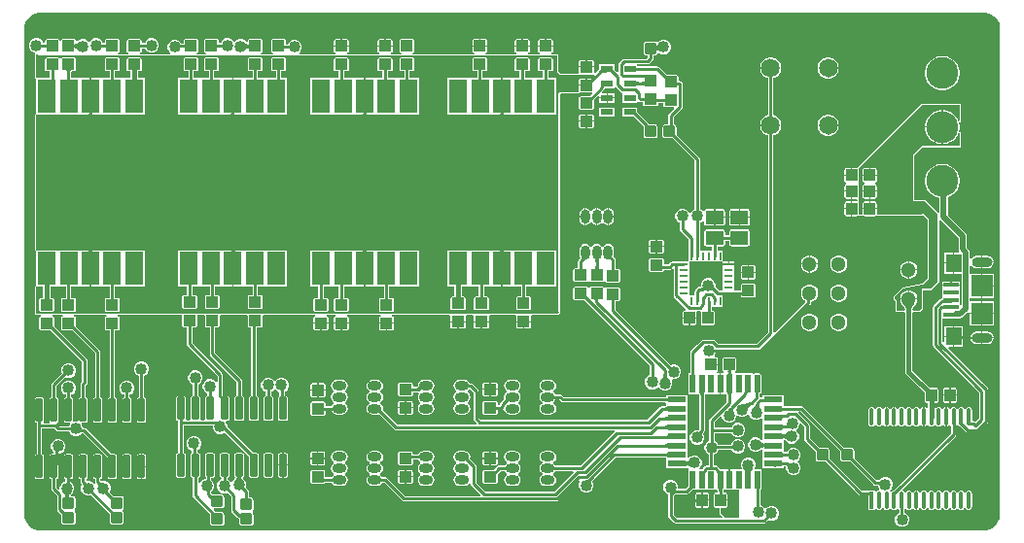
<source format=gtl>
G04*
G04 #@! TF.GenerationSoftware,Altium Limited,Altium Designer,21.0.8 (223)*
G04*
G04 Layer_Physical_Order=1*
G04 Layer_Color=255*
%FSLAX25Y25*%
%MOIN*%
G70*
G04*
G04 #@! TF.SameCoordinates,C5FB228B-B928-4E51-BBFA-540A54714D63*
G04*
G04*
G04 #@! TF.FilePolarity,Positive*
G04*
G01*
G75*
%ADD12C,0.01000*%
%ADD15C,0.00700*%
%ADD43R,0.06299X0.02165*%
%ADD44R,0.02165X0.06299*%
G04:AMPARAMS|DCode=45|XSize=62.99mil|YSize=21.65mil|CornerRadius=5.41mil|HoleSize=0mil|Usage=FLASHONLY|Rotation=270.000|XOffset=0mil|YOffset=0mil|HoleType=Round|Shape=RoundedRectangle|*
%AMROUNDEDRECTD45*
21,1,0.06299,0.01083,0,0,270.0*
21,1,0.05217,0.02165,0,0,270.0*
1,1,0.01083,-0.00541,-0.02608*
1,1,0.01083,-0.00541,0.02608*
1,1,0.01083,0.00541,0.02608*
1,1,0.01083,0.00541,-0.02608*
%
%ADD45ROUNDEDRECTD45*%
G04:AMPARAMS|DCode=46|XSize=39.37mil|YSize=39.37mil|CornerRadius=3.94mil|HoleSize=0mil|Usage=FLASHONLY|Rotation=90.000|XOffset=0mil|YOffset=0mil|HoleType=Round|Shape=RoundedRectangle|*
%AMROUNDEDRECTD46*
21,1,0.03937,0.03150,0,0,90.0*
21,1,0.03150,0.03937,0,0,90.0*
1,1,0.00787,0.01575,0.01575*
1,1,0.00787,0.01575,-0.01575*
1,1,0.00787,-0.01575,-0.01575*
1,1,0.00787,-0.01575,0.01575*
%
%ADD46ROUNDEDRECTD46*%
G04:AMPARAMS|DCode=47|XSize=39.37mil|YSize=39.37mil|CornerRadius=3.94mil|HoleSize=0mil|Usage=FLASHONLY|Rotation=180.000|XOffset=0mil|YOffset=0mil|HoleType=Round|Shape=RoundedRectangle|*
%AMROUNDEDRECTD47*
21,1,0.03937,0.03150,0,0,180.0*
21,1,0.03150,0.03937,0,0,180.0*
1,1,0.00787,-0.01575,0.01575*
1,1,0.00787,0.01575,0.01575*
1,1,0.00787,0.01575,-0.01575*
1,1,0.00787,-0.01575,-0.01575*
%
%ADD47ROUNDEDRECTD47*%
G04:AMPARAMS|DCode=48|XSize=43.31mil|YSize=39.37mil|CornerRadius=3.94mil|HoleSize=0mil|Usage=FLASHONLY|Rotation=90.000|XOffset=0mil|YOffset=0mil|HoleType=Round|Shape=RoundedRectangle|*
%AMROUNDEDRECTD48*
21,1,0.04331,0.03150,0,0,90.0*
21,1,0.03543,0.03937,0,0,90.0*
1,1,0.00787,0.01575,0.01772*
1,1,0.00787,0.01575,-0.01772*
1,1,0.00787,-0.01575,-0.01772*
1,1,0.00787,-0.01575,0.01772*
%
%ADD48ROUNDEDRECTD48*%
%ADD49O,0.01575X0.05906*%
%ADD50R,0.01575X0.05906*%
%ADD51R,0.03110X0.01024*%
%ADD52R,0.01024X0.03110*%
%ADD53R,0.05315X0.01575*%
%ADD54R,0.05512X0.06299*%
%ADD55R,0.07480X0.07480*%
G04:AMPARAMS|DCode=56|XSize=77.56mil|YSize=23.62mil|CornerRadius=2.95mil|HoleSize=0mil|Usage=FLASHONLY|Rotation=90.000|XOffset=0mil|YOffset=0mil|HoleType=Round|Shape=RoundedRectangle|*
%AMROUNDEDRECTD56*
21,1,0.07756,0.01772,0,0,90.0*
21,1,0.07165,0.02362,0,0,90.0*
1,1,0.00591,0.00886,0.03583*
1,1,0.00591,0.00886,-0.03583*
1,1,0.00591,-0.00886,-0.03583*
1,1,0.00591,-0.00886,0.03583*
%
%ADD56ROUNDEDRECTD56*%
%ADD57R,0.04300X0.02400*%
G04:AMPARAMS|DCode=58|XSize=43.31mil|YSize=39.37mil|CornerRadius=2.95mil|HoleSize=0mil|Usage=FLASHONLY|Rotation=0.000|XOffset=0mil|YOffset=0mil|HoleType=Round|Shape=RoundedRectangle|*
%AMROUNDEDRECTD58*
21,1,0.04331,0.03347,0,0,0.0*
21,1,0.03740,0.03937,0,0,0.0*
1,1,0.00591,0.01870,-0.01673*
1,1,0.00591,-0.01870,-0.01673*
1,1,0.00591,-0.01870,0.01673*
1,1,0.00591,0.01870,0.01673*
%
%ADD58ROUNDEDRECTD58*%
%ADD59R,0.06496X0.11811*%
%ADD60O,0.04921X0.03150*%
%ADD61O,0.03150X0.04921*%
G04:AMPARAMS|DCode=62|XSize=49.21mil|YSize=62.99mil|CornerRadius=4.92mil|HoleSize=0mil|Usage=FLASHONLY|Rotation=270.000|XOffset=0mil|YOffset=0mil|HoleType=Round|Shape=RoundedRectangle|*
%AMROUNDEDRECTD62*
21,1,0.04921,0.05315,0,0,270.0*
21,1,0.03937,0.06299,0,0,270.0*
1,1,0.00984,-0.02657,-0.01968*
1,1,0.00984,-0.02657,0.01968*
1,1,0.00984,0.02657,0.01968*
1,1,0.00984,0.02657,-0.01968*
%
%ADD62ROUNDEDRECTD62*%
G04:AMPARAMS|DCode=63|XSize=43.31mil|YSize=39.37mil|CornerRadius=3.94mil|HoleSize=0mil|Usage=FLASHONLY|Rotation=0.000|XOffset=0mil|YOffset=0mil|HoleType=Round|Shape=RoundedRectangle|*
%AMROUNDEDRECTD63*
21,1,0.04331,0.03150,0,0,0.0*
21,1,0.03543,0.03937,0,0,0.0*
1,1,0.00787,0.01772,-0.01575*
1,1,0.00787,-0.01772,-0.01575*
1,1,0.00787,-0.01772,0.01575*
1,1,0.00787,0.01772,0.01575*
%
%ADD63ROUNDEDRECTD63*%
%ADD64C,0.01500*%
%ADD65C,0.02000*%
%ADD66C,0.05118*%
%ADD67C,0.10925*%
%ADD68O,0.07087X0.03543*%
%ADD69C,0.06457*%
%ADD70C,0.02400*%
%ADD71C,0.04000*%
G36*
X330000Y178218D02*
X330514D01*
X331522Y178017D01*
X332472Y177624D01*
X333326Y177053D01*
X334053Y176326D01*
X334624Y175472D01*
X335017Y174522D01*
X335218Y173514D01*
Y173000D01*
X335218Y6000D01*
Y5486D01*
X335017Y4478D01*
X334624Y3528D01*
X334053Y2674D01*
X333326Y1947D01*
X332472Y1376D01*
X331522Y982D01*
X330505Y780D01*
X329967Y768D01*
X329938Y761D01*
X329907Y764D01*
X329785Y727D01*
X329765Y722D01*
X5570D01*
X4562Y923D01*
X3613Y1316D01*
X2758Y1887D01*
X2031Y2614D01*
X1460Y3469D01*
X1067Y4419D01*
X866Y5427D01*
Y5941D01*
Y173000D01*
Y173514D01*
X1067Y174522D01*
X1460Y175472D01*
X2031Y176326D01*
X2758Y177053D01*
X3613Y177624D01*
X4562Y178017D01*
X5570Y178218D01*
X6084Y178218D01*
X330000Y178218D01*
D02*
G37*
%LPC*%
G36*
X70997Y169500D02*
X70003D01*
X69084Y169119D01*
X68381Y168416D01*
X68174Y167918D01*
X67579D01*
Y168472D01*
X67525Y168744D01*
X67371Y168974D01*
X67141Y169127D01*
X66870Y169181D01*
X63130D01*
X62859Y169127D01*
X62629Y168974D01*
X62475Y168744D01*
X62421Y168472D01*
Y165126D01*
X62475Y164855D01*
X62629Y164625D01*
X62859Y164471D01*
X63050Y164433D01*
X63001Y163933D01*
X59999D01*
X59950Y164433D01*
X60141Y164471D01*
X60371Y164625D01*
X60525Y164855D01*
X60579Y165126D01*
Y168472D01*
X60525Y168744D01*
X60371Y168974D01*
X60141Y169127D01*
X59870Y169181D01*
X56130D01*
X55859Y169127D01*
X55629Y168974D01*
X55475Y168744D01*
X55421Y168472D01*
Y167717D01*
X54702D01*
X54619Y167916D01*
X53916Y168619D01*
X52997Y169000D01*
X52003D01*
X51084Y168619D01*
X50381Y167916D01*
X50000Y166997D01*
Y166003D01*
X50381Y165084D01*
X51032Y164433D01*
X50995Y164188D01*
X50878Y163933D01*
X40499D01*
X40450Y164433D01*
X40641Y164471D01*
X40871Y164625D01*
X41025Y164855D01*
X41079Y165126D01*
Y166082D01*
X42174D01*
X42381Y165584D01*
X43084Y164881D01*
X44003Y164500D01*
X44997D01*
X45916Y164881D01*
X46619Y165584D01*
X47000Y166503D01*
Y167497D01*
X46619Y168416D01*
X45916Y169119D01*
X44997Y169500D01*
X44003D01*
X43084Y169119D01*
X42381Y168416D01*
X42174Y167918D01*
X41079D01*
Y168472D01*
X41025Y168744D01*
X40871Y168974D01*
X40641Y169127D01*
X40370Y169181D01*
X36630D01*
X36359Y169127D01*
X36129Y168974D01*
X35975Y168744D01*
X35921Y168472D01*
Y165126D01*
X35975Y164855D01*
X36129Y164625D01*
X36359Y164471D01*
X36550Y164433D01*
X36501Y163933D01*
X32999D01*
X32950Y164433D01*
X33141Y164471D01*
X33371Y164625D01*
X33525Y164855D01*
X33579Y165126D01*
Y168472D01*
X33525Y168744D01*
X33371Y168974D01*
X33141Y169127D01*
X32870Y169181D01*
X29130D01*
X28859Y169127D01*
X28629Y168974D01*
X28475Y168744D01*
X28421Y168472D01*
Y167918D01*
X27826D01*
X27619Y168416D01*
X26916Y169119D01*
X25997Y169500D01*
X25003D01*
X24084Y169119D01*
X23381Y168416D01*
X23378Y168409D01*
X22807Y168337D01*
X22276Y168868D01*
X21357Y169249D01*
X20362D01*
X19444Y168868D01*
X19070Y168495D01*
X19008Y168492D01*
X18539Y168671D01*
X18525Y168744D01*
X18371Y168974D01*
X18141Y169127D01*
X17870Y169181D01*
X14130D01*
X13859Y169127D01*
X13629Y168974D01*
X13521Y168813D01*
X13250Y168775D01*
X12979Y168813D01*
X12871Y168974D01*
X12641Y169127D01*
X12370Y169181D01*
X8630D01*
X8359Y169127D01*
X8129Y168974D01*
X7975Y168744D01*
X7921Y168472D01*
Y167918D01*
X7326D01*
X7119Y168416D01*
X6416Y169119D01*
X5497Y169500D01*
X4503D01*
X3584Y169119D01*
X2881Y168416D01*
X2500Y167497D01*
Y166503D01*
X2881Y165584D01*
X3584Y164881D01*
X4418Y164535D01*
X4426Y164527D01*
X4525Y164389D01*
X4600Y164012D01*
X4600Y164000D01*
Y163926D01*
X4567Y163847D01*
Y155833D01*
X4694Y155527D01*
X4891Y155445D01*
Y143610D01*
X4694Y143528D01*
X4567Y143222D01*
Y96778D01*
X4694Y96472D01*
X4891Y96390D01*
Y84555D01*
X4694Y84473D01*
X4567Y84167D01*
Y75000D01*
X4694Y74694D01*
X5000Y74567D01*
X6501D01*
X6550Y74067D01*
X6359Y74029D01*
X6129Y73875D01*
X5975Y73645D01*
X5921Y73374D01*
Y70028D01*
X5975Y69756D01*
X6129Y69526D01*
X6359Y69373D01*
X6630Y69319D01*
X9781D01*
X20582Y58518D01*
Y51684D01*
X20351Y51453D01*
X20152Y51156D01*
X20082Y50804D01*
Y46273D01*
X19843Y46226D01*
X19613Y46072D01*
X19459Y45842D01*
X19405Y45571D01*
Y38405D01*
X19412Y38369D01*
X18997Y38000D01*
X18003D01*
X17587Y38369D01*
X17595Y38405D01*
Y45571D01*
X17541Y45842D01*
X17387Y46072D01*
X17157Y46226D01*
X16918Y46273D01*
Y47174D01*
X17416Y47381D01*
X18119Y48084D01*
X18500Y49003D01*
Y49997D01*
X18119Y50916D01*
X17416Y51619D01*
X16497Y52000D01*
X15503D01*
X14584Y51619D01*
X13881Y50916D01*
X13500Y49997D01*
Y49003D01*
X13881Y48084D01*
X14584Y47381D01*
X15082Y47174D01*
Y46273D01*
X14843Y46226D01*
X14613Y46072D01*
X14459Y45842D01*
X14405Y45571D01*
Y38405D01*
X14459Y38134D01*
X14613Y37904D01*
X14843Y37751D01*
X15114Y37697D01*
X16454D01*
X16661Y37197D01*
X16381Y36916D01*
X16174Y36418D01*
X12724D01*
X11993Y37149D01*
X11908Y37206D01*
X11903Y37317D01*
X12030Y37725D01*
X12157Y37751D01*
X12387Y37904D01*
X12541Y38134D01*
X12595Y38405D01*
Y45571D01*
X12541Y45842D01*
X12387Y46072D01*
X12157Y46226D01*
X11918Y46273D01*
Y50120D01*
X15004Y53206D01*
X15503Y53000D01*
X16497D01*
X17416Y53381D01*
X18119Y54084D01*
X18500Y55003D01*
Y55997D01*
X18119Y56916D01*
X17416Y57619D01*
X16497Y58000D01*
X15503D01*
X14584Y57619D01*
X13881Y56916D01*
X13500Y55997D01*
Y55003D01*
X13706Y54504D01*
X10351Y51149D01*
X10152Y50851D01*
X10082Y50500D01*
Y46273D01*
X9843Y46226D01*
X9613Y46072D01*
X9459Y45842D01*
X9405Y45571D01*
Y38405D01*
X9459Y38134D01*
X9604Y37918D01*
X9588Y37834D01*
X9441Y37418D01*
X7559D01*
X7412Y37834D01*
X7396Y37918D01*
X7541Y38134D01*
X7595Y38405D01*
Y45571D01*
X7541Y45842D01*
X7387Y46072D01*
X7157Y46226D01*
X6886Y46280D01*
X5114D01*
X4843Y46226D01*
X4613Y46072D01*
X4459Y45842D01*
X4405Y45571D01*
Y38405D01*
X4459Y38134D01*
X4613Y37904D01*
X4843Y37751D01*
X5082Y37703D01*
Y36500D01*
Y26785D01*
X4843Y26738D01*
X4613Y26584D01*
X4459Y26354D01*
X4405Y26083D01*
Y18917D01*
X4459Y18646D01*
X4613Y18416D01*
X4843Y18262D01*
X5114Y18208D01*
X6886D01*
X7157Y18262D01*
X7387Y18416D01*
X7541Y18646D01*
X7595Y18917D01*
Y26083D01*
X7541Y26354D01*
X7387Y26584D01*
X7157Y26738D01*
X6918Y26785D01*
Y35582D01*
X10964D01*
X11695Y34851D01*
X11993Y34652D01*
X12344Y34582D01*
X16174D01*
X16381Y34084D01*
X17084Y33381D01*
X18003Y33000D01*
X18997D01*
X19916Y33381D01*
X20544Y34008D01*
X20891D01*
X29405Y25494D01*
Y18917D01*
X29459Y18646D01*
X29613Y18416D01*
X29843Y18262D01*
X30114Y18208D01*
X31886D01*
X32157Y18262D01*
X32387Y18416D01*
X32541Y18646D01*
X32595Y18917D01*
Y26083D01*
X32541Y26354D01*
X32387Y26584D01*
X32157Y26738D01*
X31886Y26792D01*
X30703D01*
X21920Y35575D01*
X21622Y35774D01*
X21271Y35844D01*
X21000D01*
Y35997D01*
X20619Y36916D01*
X20339Y37197D01*
X20546Y37697D01*
X21886D01*
X22157Y37751D01*
X22387Y37904D01*
X22541Y38134D01*
X22595Y38405D01*
Y45571D01*
X22541Y45842D01*
X22387Y46072D01*
X22157Y46226D01*
X21918Y46273D01*
Y50424D01*
X22149Y50656D01*
X22348Y50953D01*
X22418Y51304D01*
Y58898D01*
X22348Y59249D01*
X22149Y59547D01*
X11079Y70616D01*
Y73374D01*
X11025Y73645D01*
X10871Y73875D01*
X10641Y74029D01*
X10450Y74067D01*
X10499Y74567D01*
X14001D01*
X14050Y74067D01*
X13859Y74029D01*
X13629Y73875D01*
X13475Y73645D01*
X13421Y73374D01*
Y70028D01*
X13475Y69756D01*
X13629Y69526D01*
X13859Y69373D01*
X14130Y69319D01*
X17281D01*
X25082Y61518D01*
Y46273D01*
X24843Y46226D01*
X24613Y46072D01*
X24459Y45842D01*
X24405Y45571D01*
Y38405D01*
X24459Y38134D01*
X24613Y37904D01*
X24843Y37751D01*
X25114Y37697D01*
X26886D01*
X27157Y37751D01*
X27387Y37904D01*
X27541Y38134D01*
X27595Y38405D01*
Y45571D01*
X27541Y45842D01*
X27387Y46072D01*
X27157Y46226D01*
X26918Y46273D01*
Y61898D01*
X26848Y62249D01*
X26649Y62546D01*
X18579Y70616D01*
Y73374D01*
X18525Y73645D01*
X18371Y73875D01*
X18141Y74029D01*
X17950Y74067D01*
X17999Y74567D01*
X29001D01*
X29050Y74067D01*
X28859Y74029D01*
X28629Y73875D01*
X28475Y73645D01*
X28421Y73374D01*
Y70028D01*
X28475Y69756D01*
X28629Y69526D01*
X28859Y69373D01*
X29130Y69319D01*
X30082D01*
Y46273D01*
X29843Y46226D01*
X29613Y46072D01*
X29459Y45842D01*
X29405Y45571D01*
Y38405D01*
X29459Y38134D01*
X29613Y37904D01*
X29843Y37751D01*
X30114Y37697D01*
X31886D01*
X32157Y37751D01*
X32387Y37904D01*
X32541Y38134D01*
X32595Y38405D01*
Y45571D01*
X32541Y45842D01*
X32387Y46072D01*
X32157Y46226D01*
X31918Y46273D01*
Y69319D01*
X32870D01*
X33141Y69373D01*
X33371Y69526D01*
X33525Y69756D01*
X33579Y70028D01*
Y73374D01*
X33525Y73645D01*
X33371Y73875D01*
X33141Y74029D01*
X32950Y74067D01*
X32999Y74567D01*
X54763D01*
X54921Y74374D01*
Y71028D01*
X54975Y70756D01*
X55129Y70526D01*
X55359Y70373D01*
X55630Y70319D01*
X56582D01*
Y64500D01*
X56652Y64149D01*
X56851Y63851D01*
X67082Y53620D01*
Y51605D01*
X66754Y51471D01*
X66582Y51453D01*
X65916Y52119D01*
X64997Y52500D01*
X64003D01*
X63084Y52119D01*
X62381Y51416D01*
X62000Y50497D01*
Y49503D01*
X62381Y48584D01*
X63084Y47881D01*
X63582Y47674D01*
Y46773D01*
X63343Y46726D01*
X63113Y46572D01*
X62959Y46342D01*
X62905Y46071D01*
Y38906D01*
X62548Y38418D01*
X61452D01*
X61095Y38906D01*
Y46071D01*
X61041Y46342D01*
X60887Y46572D01*
X60657Y46726D01*
X60418Y46773D01*
Y50674D01*
X60916Y50881D01*
X61619Y51584D01*
X62000Y52503D01*
Y53497D01*
X61619Y54416D01*
X60916Y55119D01*
X59997Y55500D01*
X59003D01*
X58084Y55119D01*
X57381Y54416D01*
X57000Y53497D01*
Y52503D01*
X57381Y51584D01*
X58084Y50881D01*
X58582Y50674D01*
Y46773D01*
X58343Y46726D01*
X58113Y46572D01*
X57959Y46342D01*
X57905Y46071D01*
Y38906D01*
X57548Y38418D01*
X56452D01*
X56095Y38906D01*
Y46071D01*
X56041Y46342D01*
X55887Y46572D01*
X55657Y46726D01*
X55386Y46780D01*
X53614D01*
X53343Y46726D01*
X53113Y46572D01*
X52959Y46342D01*
X52905Y46071D01*
Y38906D01*
X52959Y38634D01*
X53113Y38404D01*
X53343Y38251D01*
X53582Y38203D01*
Y37500D01*
Y27285D01*
X53343Y27238D01*
X53113Y27084D01*
X52959Y26854D01*
X52905Y26583D01*
Y19417D01*
X52959Y19146D01*
X53113Y18916D01*
X53343Y18762D01*
X53614Y18708D01*
X55386D01*
X55657Y18762D01*
X55887Y18916D01*
X56041Y19146D01*
X56095Y19417D01*
Y26583D01*
X56041Y26854D01*
X55887Y27084D01*
X55657Y27238D01*
X55418Y27285D01*
Y36582D01*
X65347D01*
Y35720D01*
X65728Y34801D01*
X66431Y34098D01*
X67350Y33718D01*
X68344D01*
X69263Y34098D01*
X69532Y34367D01*
X77905Y25994D01*
Y19417D01*
X77959Y19146D01*
X78113Y18916D01*
X78343Y18762D01*
X78614Y18708D01*
X80386D01*
X80657Y18762D01*
X80887Y18916D01*
X81041Y19146D01*
X81095Y19417D01*
Y26583D01*
X81041Y26854D01*
X80887Y27084D01*
X80657Y27238D01*
X80386Y27292D01*
X79203D01*
X70347Y36148D01*
Y36715D01*
X69966Y37634D01*
X69865Y37735D01*
X70057Y38197D01*
X70386D01*
X70657Y38251D01*
X70887Y38404D01*
X71041Y38634D01*
X71095Y38906D01*
Y46071D01*
X71041Y46342D01*
X70887Y46572D01*
X70657Y46726D01*
X70386Y46780D01*
X69203D01*
X68918Y47065D01*
Y54000D01*
X68848Y54351D01*
X68649Y54649D01*
X58418Y64880D01*
Y70319D01*
X59370D01*
X59641Y70373D01*
X59871Y70526D01*
X60025Y70756D01*
X60079Y71028D01*
Y74374D01*
X60237Y74567D01*
X62542D01*
X62701Y74374D01*
Y71028D01*
X62755Y70756D01*
X62909Y70526D01*
X63139Y70373D01*
X63410Y70319D01*
X64362D01*
Y61220D01*
X64432Y60869D01*
X64631Y60571D01*
X73582Y51620D01*
Y46773D01*
X73343Y46726D01*
X73113Y46572D01*
X72959Y46342D01*
X72905Y46071D01*
Y38906D01*
X72959Y38634D01*
X73113Y38404D01*
X73343Y38251D01*
X73614Y38197D01*
X75386D01*
X75657Y38251D01*
X75887Y38404D01*
X76041Y38634D01*
X76095Y38906D01*
Y46071D01*
X76041Y46342D01*
X75887Y46572D01*
X75657Y46726D01*
X75418Y46773D01*
Y52000D01*
X75348Y52351D01*
X75149Y52649D01*
X66198Y61600D01*
Y70319D01*
X67150D01*
X67421Y70373D01*
X67651Y70526D01*
X67805Y70756D01*
X67859Y71028D01*
Y74374D01*
X68017Y74567D01*
X77263D01*
X77421Y74374D01*
Y71028D01*
X77475Y70756D01*
X77629Y70526D01*
X77859Y70373D01*
X78130Y70319D01*
X78582D01*
Y46773D01*
X78343Y46726D01*
X78113Y46572D01*
X77959Y46342D01*
X77905Y46071D01*
Y38906D01*
X77959Y38634D01*
X78113Y38404D01*
X78343Y38251D01*
X78614Y38197D01*
X80386D01*
X80657Y38251D01*
X80887Y38404D01*
X81041Y38634D01*
X81095Y38906D01*
Y46071D01*
X81041Y46342D01*
X80887Y46572D01*
X80657Y46726D01*
X80418Y46773D01*
Y70319D01*
X81870D01*
X82141Y70373D01*
X82371Y70526D01*
X82525Y70756D01*
X82579Y71028D01*
Y74374D01*
X82737Y74567D01*
X100501D01*
X100550Y74067D01*
X100359Y74029D01*
X100129Y73875D01*
X99975Y73645D01*
X99921Y73374D01*
Y71901D01*
X102500D01*
X105079D01*
Y73374D01*
X105025Y73645D01*
X104871Y73875D01*
X104641Y74029D01*
X104450Y74067D01*
X104499Y74567D01*
X107501D01*
X107550Y74067D01*
X107359Y74029D01*
X107129Y73875D01*
X106975Y73645D01*
X106921Y73374D01*
Y71901D01*
X109500D01*
X112079D01*
Y73374D01*
X112025Y73645D01*
X111871Y73875D01*
X111641Y74029D01*
X111450Y74067D01*
X111499Y74567D01*
X123001D01*
X123050Y74067D01*
X122859Y74029D01*
X122629Y73875D01*
X122475Y73645D01*
X122421Y73374D01*
Y71901D01*
X125000D01*
X127579D01*
Y73374D01*
X127525Y73645D01*
X127371Y73875D01*
X127141Y74029D01*
X126950Y74067D01*
X126999Y74567D01*
X146655D01*
X146841Y74322D01*
X146959Y74067D01*
X146921Y73874D01*
Y72401D01*
X149500D01*
X152079D01*
Y73874D01*
X152041Y74067D01*
X152159Y74322D01*
X152345Y74567D01*
X154655D01*
X154841Y74322D01*
X154959Y74067D01*
X154921Y73874D01*
Y72401D01*
X157500D01*
X160079D01*
Y73874D01*
X160041Y74067D01*
X160159Y74322D01*
X160345Y74567D01*
X169155D01*
X169341Y74322D01*
X169459Y74067D01*
X169421Y73874D01*
Y72401D01*
X172000D01*
X174579D01*
Y73874D01*
X174541Y74067D01*
X174659Y74322D01*
X174845Y74567D01*
X183847D01*
X183926Y74600D01*
X184012D01*
X184073Y74661D01*
X184153Y74694D01*
X184186Y74773D01*
X184247Y74834D01*
X184438Y75296D01*
Y75382D01*
X184471Y75462D01*
X184438Y75542D01*
Y75628D01*
X184433Y75633D01*
Y150321D01*
X184679Y150567D01*
X190691D01*
X190738Y150587D01*
X190789Y150578D01*
X190886Y150648D01*
X190997Y150694D01*
X191001Y150705D01*
X191047Y150763D01*
X191058Y150771D01*
X191077Y150801D01*
X191222Y150985D01*
X191419Y151028D01*
X191728Y150966D01*
X195272D01*
X195381Y150988D01*
X195627Y150527D01*
X194783Y149683D01*
X191728D01*
X191419Y149622D01*
X191156Y149446D01*
X190981Y149184D01*
X190919Y148874D01*
Y145724D01*
X190981Y145415D01*
X191156Y145152D01*
X191419Y144977D01*
X191728Y144915D01*
X195272D01*
X195581Y144977D01*
X195844Y145152D01*
X196019Y145415D01*
X196081Y145724D01*
Y148386D01*
X197538Y149843D01*
X198000Y149651D01*
Y149239D01*
X200350D01*
Y150639D01*
X198988D01*
X198797Y151101D01*
X199549Y151854D01*
X199748Y152151D01*
X199789Y152361D01*
X203100D01*
Y152683D01*
X203600Y152890D01*
X205278Y151212D01*
X205576Y151013D01*
X205589Y151010D01*
X205900Y150639D01*
Y147439D01*
X211000D01*
Y147670D01*
X211024Y147680D01*
X211500Y147809D01*
X211735Y147652D01*
X212086Y147582D01*
X212921D01*
Y146827D01*
X212975Y146555D01*
X213129Y146326D01*
X213359Y146172D01*
X213630Y146118D01*
X217370D01*
X217641Y146172D01*
X217871Y146326D01*
X218025Y146555D01*
X218079Y146827D01*
Y147433D01*
X219921D01*
Y146528D01*
X219975Y146256D01*
X220129Y146026D01*
X220359Y145873D01*
X220630Y145819D01*
X223401D01*
X223592Y145357D01*
X221851Y143616D01*
X221652Y143318D01*
X221582Y142967D01*
Y139884D01*
X220425D01*
X220115Y139822D01*
X219853Y139647D01*
X219678Y139384D01*
X219616Y139075D01*
Y135925D01*
X219678Y135616D01*
X219853Y135353D01*
X220115Y135178D01*
X220425Y135116D01*
X223086D01*
X230630Y127573D01*
Y110826D01*
X230131Y110619D01*
X229428Y109916D01*
X229294Y109594D01*
X228753D01*
X228619Y109916D01*
X227916Y110619D01*
X226997Y111000D01*
X226003D01*
X225084Y110619D01*
X224381Y109916D01*
X224000Y108997D01*
Y108003D01*
X224381Y107084D01*
X225084Y106381D01*
X225582Y106174D01*
Y103988D01*
X225652Y103637D01*
X225851Y103339D01*
X228661Y100529D01*
Y94756D01*
X228667Y94727D01*
Y93287D01*
X228667Y92833D01*
X228213Y92833D01*
X226773D01*
X226744Y92839D01*
X224046D01*
X224012Y92854D01*
X224006Y92852D01*
X224000Y92854D01*
X223963Y92839D01*
X222945D01*
X222594Y92769D01*
X222296Y92570D01*
X221643Y91918D01*
X220079D01*
Y93374D01*
X220025Y93645D01*
X219871Y93875D01*
X219641Y94029D01*
X219370Y94083D01*
X215630D01*
X215359Y94029D01*
X215129Y93875D01*
X214975Y93645D01*
X214921Y93374D01*
Y90028D01*
X214975Y89756D01*
X215129Y89526D01*
X215359Y89373D01*
X215630Y89319D01*
X219370D01*
X219641Y89373D01*
X219871Y89526D01*
X220025Y89756D01*
X220079Y90028D01*
Y90082D01*
X222024D01*
X222375Y90152D01*
X222673Y90351D01*
X222871Y90550D01*
X223371Y90343D01*
Y81194D01*
X223441Y80843D01*
X223640Y80545D01*
X227605Y76581D01*
X227397Y76081D01*
X227276D01*
X226966Y76019D01*
X226703Y75844D01*
X226528Y75581D01*
X226466Y75272D01*
Y73700D01*
X228850D01*
X231235D01*
Y75272D01*
X231215Y75371D01*
X231496Y75811D01*
X231580Y75871D01*
X232432D01*
X232528Y75801D01*
X232798Y75434D01*
X232766Y75272D01*
Y71728D01*
X232827Y71419D01*
X233003Y71156D01*
X233265Y70981D01*
X233575Y70919D01*
X236724D01*
X237034Y70981D01*
X237297Y71156D01*
X237472Y71419D01*
X237534Y71728D01*
Y75272D01*
X237472Y75581D01*
X237297Y75844D01*
X237034Y76019D01*
X236724Y76081D01*
X236402D01*
Y76847D01*
X236541Y77289D01*
X238010D01*
X238365Y77289D01*
Y77289D01*
X238509D01*
Y77289D01*
X240333D01*
Y81161D01*
X246442D01*
X246481Y80966D01*
X246656Y80703D01*
X246919Y80528D01*
X247228Y80466D01*
X250772D01*
X251081Y80528D01*
X251344Y80703D01*
X251519Y80966D01*
X251581Y81276D01*
Y84425D01*
X251519Y84735D01*
X251344Y84997D01*
X251081Y85173D01*
X250772Y85234D01*
X247228D01*
X246919Y85173D01*
X246656Y84997D01*
X246481Y84735D01*
X246419Y84425D01*
Y82996D01*
X244653D01*
X244211Y83135D01*
X244211Y83496D01*
X244211Y84959D01*
X244211Y85459D01*
X244211Y86928D01*
X244211Y87428D01*
X244211Y88896D01*
X244211Y89396D01*
X244211Y90865D01*
X244211Y91365D01*
Y91721D01*
X242256D01*
X240301D01*
X240301Y91009D01*
X240301Y90509D01*
X240301Y89041D01*
X240301Y88541D01*
X240301Y87072D01*
X240301Y86572D01*
X240301Y85104D01*
X240301Y84604D01*
X240301Y83135D01*
X239858Y82996D01*
X238853D01*
X237694Y84155D01*
X237713Y84202D01*
Y85197D01*
X237332Y86115D01*
X236629Y86819D01*
X235710Y87199D01*
X234716D01*
X233797Y86819D01*
X233094Y86115D01*
X232713Y85197D01*
Y84336D01*
X232710Y84333D01*
X232254D01*
X231903Y84263D01*
X231606Y84064D01*
X230898Y83357D01*
X230699Y83059D01*
X230630Y82708D01*
Y81642D01*
X230490Y81199D01*
X228699D01*
Y82990D01*
X228699D01*
Y83135D01*
X228699D01*
Y84959D01*
X228699D01*
Y85104D01*
X228699D01*
Y86927D01*
X228699D01*
Y87072D01*
X228699D01*
Y88896D01*
X228699D01*
Y89041D01*
X228699D01*
Y90864D01*
X228699Y90865D01*
Y91009D01*
X228699D01*
X228699Y91365D01*
Y92346D01*
X228699Y92801D01*
X229153Y92801D01*
X230490Y92801D01*
X230991Y92801D01*
X232459Y92801D01*
X232959Y92801D01*
X234428Y92801D01*
X234928Y92801D01*
X236396Y92801D01*
X236896Y92801D01*
X238365Y92801D01*
X238865Y92801D01*
X239846D01*
X240301Y92801D01*
X240301Y92347D01*
Y92121D01*
X242056D01*
Y92833D01*
X240787D01*
X240333Y92833D01*
X240333Y93287D01*
Y96711D01*
X238509Y96711D01*
X238418Y97173D01*
Y98098D01*
X240158D01*
X240506Y98168D01*
X240801Y98365D01*
X240998Y98660D01*
X241067Y99008D01*
Y100059D01*
X242433D01*
Y99008D01*
X242502Y98660D01*
X242699Y98365D01*
X242994Y98168D01*
X243342Y98098D01*
X248657D01*
X249006Y98168D01*
X249301Y98365D01*
X249498Y98660D01*
X249567Y99008D01*
Y102945D01*
X249498Y103293D01*
X249301Y103588D01*
X249006Y103785D01*
X248657Y103855D01*
X243342D01*
X242994Y103785D01*
X242699Y103588D01*
X242502Y103293D01*
X242433Y102945D01*
Y101894D01*
X241067D01*
Y102945D01*
X240998Y103293D01*
X240801Y103588D01*
X240506Y103785D01*
X240158Y103855D01*
X234842D01*
X234494Y103785D01*
X234199Y103588D01*
X234002Y103293D01*
X233933Y102945D01*
Y99008D01*
X234002Y98660D01*
X234199Y98365D01*
X234494Y98168D01*
X234842Y98098D01*
X236582D01*
Y97134D01*
X236396Y96711D01*
X236041Y96711D01*
X234572Y96711D01*
X234072Y96711D01*
X232604Y96711D01*
X232465Y97153D01*
Y106174D01*
X232963Y106381D01*
X233433Y106850D01*
X233933Y106643D01*
Y106055D01*
X234002Y105707D01*
X234199Y105412D01*
X234494Y105215D01*
X234842Y105146D01*
X237300D01*
Y108024D01*
Y110902D01*
X234842D01*
X234494Y110833D01*
X234199Y110635D01*
X234002Y110340D01*
X233993Y110296D01*
X233451Y110132D01*
X232963Y110619D01*
X232465Y110826D01*
Y127953D01*
X232395Y128304D01*
X232196Y128602D01*
X224384Y136414D01*
Y139075D01*
X224322Y139384D01*
X224147Y139647D01*
X223885Y139822D01*
X223575Y139884D01*
X223418D01*
Y142587D01*
X226214Y145384D01*
X226413Y145681D01*
X226483Y146033D01*
Y153914D01*
X226413Y154265D01*
X226214Y154563D01*
X225917Y154762D01*
X225565Y154832D01*
X225079D01*
Y156173D01*
X225025Y156445D01*
X224871Y156675D01*
X224641Y156828D01*
X224370Y156882D01*
X221219D01*
X218570Y159531D01*
X218272Y159730D01*
X217921Y159800D01*
X211000D01*
Y160482D01*
X211461Y160575D01*
X214462D01*
X214813Y160645D01*
X215110Y160844D01*
X216149Y161883D01*
X216348Y162180D01*
X216418Y162531D01*
Y163616D01*
X217075D01*
X217385Y163678D01*
X217647Y163853D01*
X217822Y164116D01*
X217864Y164327D01*
X218155Y164553D01*
X218384Y164598D01*
X218546Y164435D01*
X219465Y164055D01*
X220460D01*
X221379Y164435D01*
X222082Y165139D01*
X222463Y166058D01*
Y167052D01*
X222082Y167971D01*
X221379Y168674D01*
X220460Y169055D01*
X219465D01*
X218546Y168674D01*
X218157Y168284D01*
X217647Y168147D01*
X217385Y168323D01*
X217075Y168384D01*
X213925D01*
X213615Y168323D01*
X213353Y168147D01*
X213178Y167885D01*
X213116Y167575D01*
Y164425D01*
X213178Y164116D01*
X213353Y163853D01*
X213615Y163678D01*
X213925Y163616D01*
X214582D01*
Y162912D01*
X214082Y162411D01*
X206438D01*
X206087Y162341D01*
X205789Y162142D01*
X204751Y161103D01*
X204552Y160806D01*
X204482Y160455D01*
Y157904D01*
X203982Y157697D01*
X203100Y158580D01*
Y160482D01*
X198000D01*
Y158911D01*
X197880Y158831D01*
X196688Y157639D01*
X196440Y157667D01*
X196081Y158075D01*
Y159450D01*
X190919D01*
Y158075D01*
X190947Y157933D01*
X190698Y157518D01*
X190601Y157433D01*
X184679D01*
X183933Y158179D01*
Y163500D01*
X183806Y163806D01*
X183500Y163933D01*
X181499D01*
X181450Y164433D01*
X181641Y164471D01*
X181871Y164625D01*
X182025Y164855D01*
X182079Y165126D01*
Y166599D01*
X176921D01*
Y165126D01*
X176975Y164855D01*
X177129Y164625D01*
X177359Y164471D01*
X177550Y164433D01*
X177501Y163933D01*
X173499D01*
X173450Y164433D01*
X173641Y164471D01*
X173871Y164625D01*
X174025Y164855D01*
X174079Y165126D01*
Y166599D01*
X168921D01*
Y165126D01*
X168975Y164855D01*
X169129Y164625D01*
X169359Y164471D01*
X169550Y164433D01*
X169501Y163933D01*
X158999D01*
X158950Y164433D01*
X159141Y164471D01*
X159371Y164625D01*
X159525Y164855D01*
X159579Y165126D01*
Y166599D01*
X154421D01*
Y165126D01*
X154475Y164855D01*
X154629Y164625D01*
X154859Y164471D01*
X155050Y164433D01*
X155001Y163933D01*
X133999D01*
X133950Y164433D01*
X134141Y164471D01*
X134371Y164625D01*
X134525Y164855D01*
X134579Y165126D01*
Y168472D01*
X134525Y168744D01*
X134371Y168974D01*
X134141Y169127D01*
X133870Y169181D01*
X130130D01*
X129859Y169127D01*
X129629Y168974D01*
X129475Y168744D01*
X129421Y168472D01*
Y165126D01*
X129475Y164855D01*
X129629Y164625D01*
X129859Y164471D01*
X130050Y164433D01*
X130001Y163933D01*
X126499D01*
X126450Y164433D01*
X126641Y164471D01*
X126871Y164625D01*
X127025Y164855D01*
X127079Y165126D01*
Y166599D01*
X121921D01*
Y165126D01*
X121975Y164855D01*
X122129Y164625D01*
X122359Y164471D01*
X122550Y164433D01*
X122501Y163933D01*
X111499D01*
X111450Y164433D01*
X111641Y164471D01*
X111871Y164625D01*
X112025Y164855D01*
X112079Y165126D01*
Y166599D01*
X106921D01*
Y165126D01*
X106975Y164855D01*
X107129Y164625D01*
X107359Y164471D01*
X107550Y164433D01*
X107501Y163933D01*
X95122D01*
X95005Y164188D01*
X94968Y164433D01*
X95619Y165084D01*
X96000Y166003D01*
Y166997D01*
X95619Y167916D01*
X94916Y168619D01*
X93997Y169000D01*
X93003D01*
X92084Y168619D01*
X91381Y167916D01*
X91174Y167418D01*
X90579D01*
Y168472D01*
X90525Y168744D01*
X90371Y168974D01*
X90141Y169127D01*
X89870Y169181D01*
X86130D01*
X85859Y169127D01*
X85629Y168974D01*
X85475Y168744D01*
X85421Y168472D01*
Y165126D01*
X85475Y164855D01*
X85629Y164625D01*
X85859Y164471D01*
X86050Y164433D01*
X86001Y163933D01*
X81999D01*
X81950Y164433D01*
X82141Y164471D01*
X82371Y164625D01*
X82525Y164855D01*
X82579Y165126D01*
Y168472D01*
X82525Y168744D01*
X82371Y168974D01*
X82141Y169127D01*
X81870Y169181D01*
X78130D01*
X77859Y169127D01*
X77629Y168974D01*
X77475Y168744D01*
X77434Y168538D01*
X77246Y168428D01*
X76921Y168344D01*
X76408Y168857D01*
X75490Y169237D01*
X74495D01*
X73576Y168857D01*
X73153Y168434D01*
X72619Y168416D01*
X71916Y169119D01*
X70997Y169500D01*
D02*
G37*
G36*
X181370Y169181D02*
X179700D01*
Y166999D01*
X182079D01*
Y168472D01*
X182025Y168744D01*
X181871Y168974D01*
X181641Y169127D01*
X181370Y169181D01*
D02*
G37*
G36*
X179300D02*
X177630D01*
X177359Y169127D01*
X177129Y168974D01*
X176975Y168744D01*
X176921Y168472D01*
Y166999D01*
X179300D01*
Y169181D01*
D02*
G37*
G36*
X173370D02*
X171700D01*
Y166999D01*
X174079D01*
Y168472D01*
X174025Y168744D01*
X173871Y168974D01*
X173641Y169127D01*
X173370Y169181D01*
D02*
G37*
G36*
X171300D02*
X169630D01*
X169359Y169127D01*
X169129Y168974D01*
X168975Y168744D01*
X168921Y168472D01*
Y166999D01*
X171300D01*
Y169181D01*
D02*
G37*
G36*
X158870D02*
X157200D01*
Y166999D01*
X159579D01*
Y168472D01*
X159525Y168744D01*
X159371Y168974D01*
X159141Y169127D01*
X158870Y169181D01*
D02*
G37*
G36*
X156800D02*
X155130D01*
X154859Y169127D01*
X154629Y168974D01*
X154475Y168744D01*
X154421Y168472D01*
Y166999D01*
X156800D01*
Y169181D01*
D02*
G37*
G36*
X126370D02*
X124700D01*
Y166999D01*
X127079D01*
Y168472D01*
X127025Y168744D01*
X126871Y168974D01*
X126641Y169127D01*
X126370Y169181D01*
D02*
G37*
G36*
X124300D02*
X122630D01*
X122359Y169127D01*
X122129Y168974D01*
X121975Y168744D01*
X121921Y168472D01*
Y166999D01*
X124300D01*
Y169181D01*
D02*
G37*
G36*
X111370D02*
X109700D01*
Y166999D01*
X112079D01*
Y168472D01*
X112025Y168744D01*
X111871Y168974D01*
X111641Y169127D01*
X111370Y169181D01*
D02*
G37*
G36*
X109300D02*
X107630D01*
X107359Y169127D01*
X107129Y168974D01*
X106975Y168744D01*
X106921Y168472D01*
Y166999D01*
X109300D01*
Y169181D01*
D02*
G37*
G36*
X195272Y162034D02*
X193700D01*
Y159850D01*
X196081D01*
Y161224D01*
X196019Y161534D01*
X195844Y161797D01*
X195581Y161972D01*
X195272Y162034D01*
D02*
G37*
G36*
X193300D02*
X191728D01*
X191419Y161972D01*
X191156Y161797D01*
X190981Y161534D01*
X190919Y161224D01*
Y159850D01*
X193300D01*
Y162034D01*
D02*
G37*
G36*
X276820Y162971D02*
X275865D01*
X274942Y162724D01*
X274115Y162246D01*
X273439Y161570D01*
X272961Y160743D01*
X272714Y159820D01*
Y158865D01*
X272961Y157942D01*
X273439Y157115D01*
X274115Y156439D01*
X274942Y155961D01*
X275865Y155714D01*
X276820D01*
X277743Y155961D01*
X278570Y156439D01*
X279246Y157115D01*
X279724Y157942D01*
X279971Y158865D01*
Y159820D01*
X279724Y160743D01*
X279246Y161570D01*
X278570Y162246D01*
X277743Y162724D01*
X276820Y162971D01*
D02*
G37*
G36*
X316077Y163366D02*
X314923D01*
X313790Y163141D01*
X312723Y162699D01*
X311763Y162058D01*
X310946Y161241D01*
X310305Y160281D01*
X309863Y159214D01*
X309637Y158081D01*
Y156927D01*
X309863Y155794D01*
X310305Y154727D01*
X310946Y153767D01*
X311763Y152950D01*
X312723Y152309D01*
X313790Y151867D01*
X314923Y151641D01*
X316077D01*
X317210Y151867D01*
X318277Y152309D01*
X319237Y152950D01*
X320054Y153767D01*
X320695Y154727D01*
X321137Y155794D01*
X321363Y156927D01*
Y158081D01*
X321137Y159214D01*
X320695Y160281D01*
X320054Y161241D01*
X319237Y162058D01*
X318277Y162699D01*
X317210Y163141D01*
X316077Y163366D01*
D02*
G37*
G36*
X203100Y150639D02*
X200750D01*
Y149239D01*
X203100D01*
Y150639D01*
D02*
G37*
G36*
Y148839D02*
X200750D01*
Y147439D01*
X203100D01*
Y148839D01*
D02*
G37*
G36*
X200350D02*
X198000D01*
Y147439D01*
X200350D01*
Y148839D01*
D02*
G37*
G36*
X203100Y145718D02*
X198000D01*
Y142518D01*
X203100D01*
Y145718D01*
D02*
G37*
G36*
X195272Y143384D02*
X193700D01*
Y141200D01*
X196081D01*
Y142575D01*
X196019Y142885D01*
X195844Y143147D01*
X195581Y143323D01*
X195272Y143384D01*
D02*
G37*
G36*
X193300D02*
X191728D01*
X191419Y143323D01*
X191156Y143147D01*
X190981Y142885D01*
X190919Y142575D01*
Y141200D01*
X193300D01*
Y143384D01*
D02*
G37*
G36*
X196081Y140800D02*
X193700D01*
Y138616D01*
X195272D01*
X195581Y138678D01*
X195844Y138853D01*
X196019Y139116D01*
X196081Y139425D01*
Y140800D01*
D02*
G37*
G36*
X193300D02*
X190919D01*
Y139425D01*
X190981Y139116D01*
X191156Y138853D01*
X191419Y138678D01*
X191728Y138616D01*
X193300D01*
Y140800D01*
D02*
G37*
G36*
X276820Y143286D02*
X275865D01*
X274942Y143039D01*
X274115Y142561D01*
X273439Y141885D01*
X272961Y141058D01*
X272714Y140135D01*
Y139180D01*
X272961Y138257D01*
X273439Y137430D01*
X274115Y136754D01*
X274942Y136276D01*
X275865Y136029D01*
X276820D01*
X277743Y136276D01*
X278570Y136754D01*
X279246Y137430D01*
X279724Y138257D01*
X279971Y139180D01*
Y140135D01*
X279724Y141058D01*
X279246Y141885D01*
X278570Y142561D01*
X277743Y143039D01*
X276820Y143286D01*
D02*
G37*
G36*
X211000Y145718D02*
X205900D01*
Y142518D01*
X209702D01*
X213114Y139107D01*
Y138969D01*
X213116Y138958D01*
Y135925D01*
X213178Y135616D01*
X213353Y135353D01*
X213615Y135178D01*
X213925Y135116D01*
X217075D01*
X217385Y135178D01*
X217647Y135353D01*
X217822Y135616D01*
X217884Y135925D01*
Y139075D01*
X217822Y139384D01*
X217647Y139647D01*
X217385Y139822D01*
X217075Y139884D01*
X214848D01*
X214680Y140136D01*
X211000Y143816D01*
Y145718D01*
D02*
G37*
G36*
X321500Y146933D02*
X308500D01*
X308194Y146806D01*
X286694Y125306D01*
X286255Y125032D01*
X286087Y125049D01*
X285925Y125081D01*
X284550D01*
Y122500D01*
X284350D01*
Y122300D01*
X281966D01*
Y120728D01*
X282028Y120419D01*
X282203Y120156D01*
X282410Y120018D01*
X282440Y119750D01*
X282410Y119482D01*
X282203Y119344D01*
X282028Y119081D01*
X281966Y118772D01*
Y117200D01*
X284350D01*
Y117000D01*
X284550D01*
Y114419D01*
X285925D01*
X286067Y114447D01*
X286323Y114294D01*
X286387Y114096D01*
Y113904D01*
X286323Y113707D01*
X286067Y113553D01*
X285925Y113581D01*
X284550D01*
Y111000D01*
Y108419D01*
X285925D01*
X286235Y108481D01*
X286246Y108488D01*
X286694Y108694D01*
X287000Y108567D01*
X288078D01*
X288099Y108576D01*
X288121Y108569D01*
X288249Y108638D01*
X288384Y108694D01*
X288765Y108481D01*
X289075Y108419D01*
X292224D01*
X292534Y108481D01*
X292915Y108694D01*
X293050Y108638D01*
X293179Y108569D01*
X293200Y108576D01*
X293221Y108567D01*
X308500D01*
X308806Y108694D01*
X309000Y108888D01*
X310567Y107321D01*
Y87179D01*
X308784Y85397D01*
X301909Y83923D01*
X301808Y83853D01*
X301694Y83806D01*
X298944Y81056D01*
X298817Y80750D01*
Y80250D01*
X298944Y79944D01*
X298944Y79944D01*
X299567Y79321D01*
Y76000D01*
X299694Y75694D01*
X300000Y75567D01*
X302392D01*
X302759Y75308D01*
X302828Y75206D01*
Y55047D01*
X302917Y54598D01*
X303171Y54218D01*
X309466Y47923D01*
Y45228D01*
X309528Y44919D01*
X309703Y44656D01*
X309966Y44481D01*
X310276Y44419D01*
X310564D01*
Y42628D01*
X310064Y42476D01*
X310033Y42521D01*
X309641Y42784D01*
X309377Y42836D01*
Y39500D01*
Y36164D01*
X309641Y36216D01*
X310033Y36479D01*
X310179Y36697D01*
X310186Y36700D01*
X310727D01*
X310735Y36697D01*
X310880Y36479D01*
X311273Y36216D01*
X311736Y36124D01*
X312199Y36216D01*
X312592Y36479D01*
X312738Y36697D01*
X312745Y36700D01*
X313286D01*
X313294Y36697D01*
X313439Y36479D01*
X313832Y36216D01*
X314295Y36124D01*
X314759Y36216D01*
X315151Y36479D01*
X315297Y36697D01*
X315304Y36700D01*
X315845D01*
X315853Y36697D01*
X315998Y36479D01*
X316391Y36216D01*
X316654Y36164D01*
Y39500D01*
Y42836D01*
X316391Y42784D01*
X315998Y42521D01*
X315853Y42303D01*
X315845Y42300D01*
X315304D01*
X315297Y42303D01*
X315151Y42521D01*
X314759Y42784D01*
X314295Y42876D01*
X313832Y42784D01*
X313439Y42521D01*
X313409Y42476D01*
X312909Y42628D01*
Y44419D01*
X313425D01*
X313735Y44481D01*
X313997Y44656D01*
X314173Y44919D01*
X314234Y45228D01*
Y48772D01*
X314173Y49081D01*
X313997Y49344D01*
X313735Y49519D01*
X313425Y49581D01*
X311124D01*
X305172Y55533D01*
Y75206D01*
X305241Y75309D01*
X305608Y75567D01*
X307500D01*
X307806Y75694D01*
X308806Y76694D01*
X308933Y77000D01*
Y83067D01*
X311500D01*
X311806Y83194D01*
X314306Y85694D01*
X314433Y86000D01*
Y107115D01*
X314933Y107267D01*
X314991Y107181D01*
X321073Y101099D01*
Y97122D01*
X321073Y97122D01*
X321181Y96575D01*
X321317Y96372D01*
X321050Y95872D01*
X319613D01*
Y92323D01*
Y88773D01*
X322142D01*
Y77781D01*
X322085Y77743D01*
X321585Y78010D01*
Y78353D01*
X321585D01*
Y78537D01*
X321585D01*
Y80596D01*
X321585Y80912D01*
X321585Y81412D01*
Y83155D01*
X321585Y83471D01*
X321585Y83971D01*
Y84642D01*
X318528D01*
Y84842D01*
D01*
Y84642D01*
X315470D01*
Y83971D01*
X315470Y83655D01*
X315470Y83155D01*
Y81412D01*
X315470Y81096D01*
X315470Y80347D01*
X315159Y80285D01*
X314861Y80086D01*
X312601Y77826D01*
X312403Y77529D01*
X312333Y77178D01*
Y64131D01*
X312403Y63780D01*
X312601Y63482D01*
X328072Y48011D01*
Y38961D01*
X326914Y37802D01*
X326843Y37874D01*
X326545Y38072D01*
X326194Y38142D01*
X325742D01*
Y41665D01*
X325650Y42129D01*
X325388Y42521D01*
X324995Y42784D01*
X324532Y42876D01*
X324068Y42784D01*
X323675Y42521D01*
X323530Y42303D01*
X323522Y42300D01*
X322982D01*
X322974Y42303D01*
X322829Y42521D01*
X322436Y42784D01*
X321972Y42876D01*
X321509Y42784D01*
X321116Y42521D01*
X320971Y42303D01*
X320963Y42300D01*
X320423D01*
X320415Y42303D01*
X320269Y42521D01*
X319877Y42784D01*
X319413Y42876D01*
X318950Y42784D01*
X318557Y42521D01*
X318412Y42303D01*
X318404Y42300D01*
X317864D01*
X317856Y42303D01*
X317710Y42521D01*
X317318Y42784D01*
X317054Y42836D01*
Y39500D01*
Y36164D01*
X317318Y36216D01*
X317710Y36479D01*
X318280Y36461D01*
X318496Y36237D01*
Y33975D01*
X298832Y14311D01*
X298478Y14241D01*
X298085Y13978D01*
X298034Y13902D01*
X297574Y13939D01*
X297496Y13978D01*
X297421Y14257D01*
X297512Y14396D01*
X298083Y14966D01*
X298463Y15885D01*
Y16880D01*
X298083Y17799D01*
X297379Y18502D01*
X296461Y18883D01*
X295466D01*
X294547Y18502D01*
X293919Y17874D01*
X292923D01*
X285384Y25414D01*
Y28075D01*
X285322Y28385D01*
X285147Y28647D01*
X284885Y28822D01*
X284575Y28884D01*
X281914D01*
X267775Y43023D01*
X267477Y43222D01*
X267126Y43292D01*
X261006D01*
Y43857D01*
X261006D01*
Y44041D01*
X261006D01*
Y47006D01*
X253907D01*
Y46349D01*
X253159D01*
X252841Y46611D01*
Y47444D01*
X252932Y47462D01*
X253244Y47670D01*
X253452Y47981D01*
X253525Y48348D01*
Y53565D01*
X253452Y53932D01*
X253244Y54244D01*
X252932Y54452D01*
X252565Y54525D01*
X251482D01*
X251115Y54452D01*
X250857Y54279D01*
X250617Y54340D01*
X250357Y54475D01*
Y54506D01*
X247707D01*
X247391Y54506D01*
Y54506D01*
X247207D01*
Y54506D01*
X244729D01*
X244419Y54970D01*
X244423Y55006D01*
X244647Y55156D01*
X244822Y55419D01*
X244884Y55728D01*
Y59272D01*
X244822Y59581D01*
X244647Y59844D01*
X244385Y60019D01*
X244075Y60081D01*
X240925D01*
X240616Y60019D01*
X240353Y59844D01*
X240178Y59581D01*
X240116Y59272D01*
Y55728D01*
X240178Y55419D01*
X240353Y55156D01*
X240577Y55006D01*
X240581Y54970D01*
X240271Y54506D01*
X239625D01*
Y50957D01*
Y47407D01*
X240592D01*
X240908Y47407D01*
X241517Y47407D01*
X241529Y47401D01*
X241553Y47398D01*
X241561Y47384D01*
X241583Y47330D01*
X241606Y47244D01*
X241625Y47129D01*
X241637Y46987D01*
X241642Y46808D01*
X241657Y46774D01*
Y44762D01*
X235851Y38956D01*
X235652Y38658D01*
X235582Y38307D01*
Y35000D01*
Y31326D01*
X235084Y31119D01*
X234381Y30416D01*
X234000Y29497D01*
Y28503D01*
X234381Y27584D01*
X235084Y26881D01*
X235358Y26767D01*
Y23011D01*
X234820D01*
X234469Y22941D01*
X234171Y22742D01*
X233644Y22215D01*
X233445Y21917D01*
X233398Y21680D01*
X233311Y21593D01*
X232514D01*
X232307Y22093D01*
X232648Y22434D01*
X233029Y23353D01*
Y24348D01*
X232648Y25267D01*
X231945Y25970D01*
X231026Y26350D01*
X230031D01*
X229112Y25970D01*
X228593Y25450D01*
X228093Y25657D01*
Y28109D01*
X228093D01*
Y28293D01*
X228093D01*
Y31258D01*
X228093Y31258D01*
Y31442D01*
X228093D01*
X228093Y31758D01*
Y34408D01*
X228093D01*
Y34592D01*
X228093D01*
Y37558D01*
X228093Y37558D01*
Y37742D01*
X228093D01*
X228093Y38058D01*
Y40707D01*
X228093D01*
Y40891D01*
X228093D01*
Y43541D01*
X228093Y43857D01*
X228093Y44357D01*
Y47006D01*
X220994D01*
Y46441D01*
X185856D01*
X185276Y47021D01*
X184979Y47220D01*
X184628Y47290D01*
X182956D01*
X182618Y47796D01*
X182252Y48040D01*
Y48642D01*
X182618Y48886D01*
X183054Y49539D01*
X183207Y50309D01*
X183054Y51080D01*
X182618Y51733D01*
X181964Y52170D01*
X181194Y52323D01*
X179422D01*
X178652Y52170D01*
X177998Y51733D01*
X177562Y51080D01*
X177409Y50309D01*
X177562Y49539D01*
X177998Y48886D01*
X178364Y48642D01*
Y48040D01*
X177998Y47796D01*
X177562Y47143D01*
X177409Y46372D01*
X177562Y45602D01*
X177998Y44949D01*
X178364Y44705D01*
Y44103D01*
X177998Y43859D01*
X177562Y43206D01*
X177409Y42435D01*
X177562Y41665D01*
X177998Y41012D01*
X178652Y40575D01*
X179422Y40422D01*
X181194D01*
X181964Y40575D01*
X182618Y41012D01*
X183054Y41665D01*
X183207Y42435D01*
X183054Y43206D01*
X182618Y43859D01*
X182252Y44103D01*
Y44705D01*
X182618Y44949D01*
X182956Y45455D01*
X184248D01*
X184827Y44875D01*
X185125Y44676D01*
X185476Y44606D01*
X220640D01*
X220994Y44252D01*
Y44041D01*
X220994Y43454D01*
X220975Y43419D01*
X220972Y43395D01*
X220960Y43387D01*
X220907Y43365D01*
X220824Y43343D01*
X220711Y43324D01*
X220571Y43312D01*
X220394Y43307D01*
X220360Y43292D01*
X219374D01*
X219023Y43222D01*
X218725Y43023D01*
X214320Y38618D01*
X157257D01*
X156608Y39266D01*
Y48309D01*
X156538Y48660D01*
X156340Y48958D01*
X154503Y50794D01*
X154206Y50993D01*
X153934Y51047D01*
X153863Y51078D01*
X153620Y51083D01*
X153523Y51091D01*
X153094Y51733D01*
X152441Y52170D01*
X151670Y52323D01*
X149898D01*
X149128Y52170D01*
X148475Y51733D01*
X148038Y51080D01*
X147885Y50309D01*
X148038Y49539D01*
X148475Y48886D01*
X148840Y48642D01*
Y48040D01*
X148475Y47796D01*
X148038Y47143D01*
X147885Y46372D01*
X148038Y45602D01*
X148475Y44949D01*
X148840Y44705D01*
Y44103D01*
X148475Y43859D01*
X148038Y43206D01*
X147885Y42435D01*
X148038Y41665D01*
X148475Y41012D01*
X149128Y40575D01*
X149898Y40422D01*
X151670D01*
X152441Y40575D01*
X153094Y41012D01*
X153530Y41665D01*
X153684Y42435D01*
X153530Y43206D01*
X153094Y43859D01*
X152728Y44103D01*
Y44705D01*
X153094Y44949D01*
X153530Y45602D01*
X153684Y46372D01*
X153530Y47143D01*
X153094Y47796D01*
X152728Y48040D01*
Y48642D01*
X153094Y48886D01*
X153118Y48922D01*
X153724Y48979D01*
X154773Y47929D01*
Y38886D01*
X154843Y38535D01*
X155042Y38237D01*
X155861Y37418D01*
X155654Y36918D01*
X128702D01*
X123781Y41838D01*
X123900Y42435D01*
X123747Y43206D01*
X123310Y43859D01*
X122945Y44103D01*
Y44705D01*
X123310Y44949D01*
X123747Y45602D01*
X123900Y46372D01*
X123747Y47143D01*
X123310Y47796D01*
X122945Y48040D01*
Y48642D01*
X123310Y48886D01*
X123747Y49539D01*
X123900Y50309D01*
X123747Y51080D01*
X123310Y51733D01*
X122657Y52170D01*
X121887Y52323D01*
X120115D01*
X119344Y52170D01*
X118691Y51733D01*
X118255Y51080D01*
X118102Y50309D01*
X118255Y49539D01*
X118691Y48886D01*
X119057Y48642D01*
Y48040D01*
X118691Y47796D01*
X118255Y47143D01*
X118102Y46372D01*
X118255Y45602D01*
X118691Y44949D01*
X119057Y44705D01*
Y44103D01*
X118691Y43859D01*
X118255Y43206D01*
X118102Y42435D01*
X118255Y41665D01*
X118691Y41012D01*
X119344Y40575D01*
X120115Y40422D01*
X121887D01*
X122484Y40541D01*
X127673Y35351D01*
X127971Y35152D01*
X128322Y35082D01*
X203100D01*
X203234Y34851D01*
X203285Y34582D01*
X191505Y22803D01*
X182956D01*
X182618Y23309D01*
X182252Y23553D01*
Y24155D01*
X182618Y24399D01*
X183054Y25052D01*
X183207Y25822D01*
X183054Y26593D01*
X182618Y27246D01*
X181964Y27683D01*
X181194Y27836D01*
X179422D01*
X178652Y27683D01*
X177998Y27246D01*
X177562Y26593D01*
X177409Y25822D01*
X177562Y25052D01*
X177998Y24399D01*
X178364Y24155D01*
Y23553D01*
X177998Y23309D01*
X177562Y22656D01*
X177409Y21885D01*
X177562Y21115D01*
X177998Y20462D01*
X178364Y20218D01*
Y19616D01*
X177998Y19372D01*
X177562Y18719D01*
X177409Y17948D01*
X177562Y17178D01*
X177998Y16525D01*
X178652Y16088D01*
X179422Y15935D01*
X181194D01*
X181964Y16088D01*
X182618Y16525D01*
X183054Y17178D01*
X183207Y17948D01*
X183054Y18719D01*
X182618Y19372D01*
X182252Y19616D01*
Y20218D01*
X182618Y20462D01*
X182956Y20968D01*
X188887D01*
X189078Y20506D01*
X182490Y13918D01*
X158860D01*
X155745Y17033D01*
Y22666D01*
X155675Y23017D01*
X155476Y23314D01*
X153565Y25225D01*
X153684Y25822D01*
X153530Y26593D01*
X153094Y27246D01*
X152441Y27683D01*
X151670Y27836D01*
X149898D01*
X149128Y27683D01*
X148475Y27246D01*
X148038Y26593D01*
X147885Y25822D01*
X148038Y25052D01*
X148475Y24399D01*
X148840Y24155D01*
Y23553D01*
X148475Y23309D01*
X148038Y22656D01*
X147885Y21885D01*
X148038Y21115D01*
X148475Y20462D01*
X148840Y20218D01*
Y19616D01*
X148475Y19372D01*
X148038Y18719D01*
X147885Y17948D01*
X148038Y17178D01*
X148475Y16525D01*
X149128Y16088D01*
X149898Y15935D01*
X151670D01*
X152441Y16088D01*
X153094Y16525D01*
X153409Y16997D01*
X153909Y16845D01*
Y16653D01*
X153979Y16302D01*
X154178Y16004D01*
X157303Y12880D01*
X157111Y12418D01*
X131380D01*
X125200Y18597D01*
X124903Y18796D01*
X124552Y18866D01*
X123649D01*
X123310Y19372D01*
X122945Y19616D01*
Y20218D01*
X123310Y20462D01*
X123747Y21115D01*
X123900Y21885D01*
X123747Y22656D01*
X123310Y23309D01*
X122945Y23553D01*
Y24155D01*
X123310Y24399D01*
X123747Y25052D01*
X123900Y25822D01*
X123747Y26593D01*
X123310Y27246D01*
X122657Y27683D01*
X121887Y27836D01*
X120115D01*
X119344Y27683D01*
X118691Y27246D01*
X118255Y26593D01*
X118102Y25822D01*
X118255Y25052D01*
X118691Y24399D01*
X119057Y24155D01*
Y23553D01*
X118691Y23309D01*
X118255Y22656D01*
X118102Y21885D01*
X118255Y21115D01*
X118691Y20462D01*
X119057Y20218D01*
Y19616D01*
X118691Y19372D01*
X118255Y18719D01*
X118102Y17948D01*
X118255Y17178D01*
X118691Y16525D01*
X119344Y16088D01*
X120115Y15935D01*
X121887D01*
X122657Y16088D01*
X123310Y16525D01*
X123649Y17031D01*
X124171D01*
X130351Y10851D01*
X130649Y10652D01*
X131000Y10582D01*
X183350D01*
X183701Y10652D01*
X183999Y10851D01*
X191010Y17863D01*
X191102Y17844D01*
X191187Y17713D01*
X191328Y17290D01*
X191000Y16497D01*
Y15503D01*
X191381Y14584D01*
X192084Y13881D01*
X193003Y13500D01*
X193997D01*
X194916Y13881D01*
X195619Y14584D01*
X196000Y15503D01*
Y16497D01*
X195619Y17416D01*
X195763Y17965D01*
X203380Y25582D01*
X220361D01*
X220396Y25567D01*
X220574Y25563D01*
X220717Y25552D01*
X220833Y25534D01*
X220921Y25513D01*
X220977Y25493D01*
X220984Y25489D01*
X220994Y25472D01*
X220994Y25143D01*
X220994Y24643D01*
Y21994D01*
X228093D01*
Y21994D01*
X228273Y21937D01*
X228383Y21898D01*
X228494Y21593D01*
X228494D01*
Y15791D01*
X227620Y14918D01*
X224956D01*
Y15896D01*
X224575Y16815D01*
X223872Y17518D01*
X222953Y17899D01*
X221958D01*
X221040Y17518D01*
X220336Y16815D01*
X219956Y15896D01*
Y14901D01*
X220336Y13983D01*
X221040Y13279D01*
X221592Y13050D01*
X221582Y13000D01*
Y5556D01*
X221652Y5204D01*
X221851Y4907D01*
X223437Y3321D01*
X223735Y3122D01*
X224086Y3052D01*
X254470D01*
X254821Y3122D01*
X255119Y3321D01*
X256004Y4206D01*
X256503Y4000D01*
X257497D01*
X258416Y4381D01*
X259119Y5084D01*
X259500Y6003D01*
Y6997D01*
X259119Y7916D01*
X258416Y8619D01*
X257497Y9000D01*
X256503D01*
X255584Y8619D01*
X255123Y8158D01*
X254533Y8276D01*
X254487Y8386D01*
X253784Y9089D01*
X253114Y9367D01*
Y14494D01*
X253506D01*
Y21593D01*
X251573D01*
X251295Y22009D01*
X251500Y22503D01*
Y23497D01*
X251119Y24416D01*
X250416Y25119D01*
X249497Y25500D01*
X248503D01*
X247584Y25119D01*
X246881Y24416D01*
X246500Y23497D01*
Y22503D01*
X246705Y22009D01*
X246427Y21593D01*
X244242D01*
Y21593D01*
X244057D01*
Y21593D01*
X242869D01*
X242881Y21518D01*
X242906Y21425D01*
X242937Y21347D01*
X242976Y21283D01*
X243021Y21233D01*
X243074Y21197D01*
X243133Y21176D01*
X243200Y21169D01*
X242775D01*
Y18043D01*
X242375D01*
Y21169D01*
X241800D01*
X241866Y21176D01*
X241926Y21197D01*
X241979Y21233D01*
X242024Y21283D01*
X242062Y21347D01*
X242094Y21425D01*
X242119Y21518D01*
X242131Y21593D01*
X241092D01*
Y21593D01*
X240908D01*
Y21593D01*
X239240D01*
X239153Y21680D01*
X239106Y21917D01*
X238907Y22215D01*
X238380Y22742D01*
X238082Y22941D01*
X237731Y23011D01*
X237193D01*
Y26581D01*
X237916Y26881D01*
X238619Y27584D01*
X238889Y28234D01*
X243319D01*
X243381Y28084D01*
X244084Y27381D01*
X245003Y27000D01*
X245997D01*
X246916Y27381D01*
X247619Y28084D01*
X248000Y29003D01*
Y29997D01*
X247619Y30916D01*
X246916Y31619D01*
X245997Y32000D01*
X245003D01*
X244084Y31619D01*
X243381Y30916D01*
X243030Y30069D01*
X238763D01*
X238619Y30416D01*
X237916Y31119D01*
X237418Y31326D01*
Y34082D01*
X243174D01*
X243381Y33584D01*
X244084Y32881D01*
X245003Y32500D01*
X245997D01*
X246916Y32881D01*
X247619Y33584D01*
X248000Y34503D01*
Y35497D01*
X247619Y36416D01*
X246916Y37119D01*
X245997Y37500D01*
X245003D01*
X244084Y37119D01*
X243381Y36416D01*
X243174Y35918D01*
X237418D01*
Y37927D01*
X239471Y39980D01*
X239933Y39789D01*
Y39500D01*
X240313Y38581D01*
X241017Y37878D01*
X241935Y37497D01*
X242930D01*
X243849Y37878D01*
X244552Y38581D01*
X244933Y39500D01*
Y39809D01*
X245395Y40000D01*
X245494Y39901D01*
X246413Y39520D01*
X247407D01*
X248326Y39901D01*
X248747Y40321D01*
X249324Y40191D01*
X249589Y39550D01*
X250292Y38847D01*
X251211Y38466D01*
X252206D01*
X253125Y38847D01*
X253407Y39129D01*
X253907Y38922D01*
Y37742D01*
X253907Y37742D01*
Y37558D01*
X253907D01*
X253907Y37242D01*
Y34592D01*
X253907D01*
Y34408D01*
X253907D01*
Y31836D01*
X253407Y31628D01*
X252916Y32119D01*
X251997Y32500D01*
X251003D01*
X250084Y32119D01*
X249381Y31416D01*
X249000Y30497D01*
Y29503D01*
X249381Y28584D01*
X250084Y27881D01*
X251003Y27500D01*
X251997D01*
X252916Y27881D01*
X253407Y28372D01*
X253907Y28293D01*
X253907Y27793D01*
Y25459D01*
X253907Y25143D01*
X253907D01*
Y24959D01*
X253907D01*
Y21994D01*
X261006D01*
Y22559D01*
X261832D01*
X262000Y22390D01*
Y21503D01*
X262381Y20584D01*
X263084Y19881D01*
X264003Y19500D01*
X264997D01*
X265916Y19881D01*
X266619Y20584D01*
X267000Y21503D01*
Y22497D01*
X266619Y23416D01*
X266112Y23923D01*
X265972Y24250D01*
X266112Y24577D01*
X266619Y25084D01*
X267000Y26003D01*
Y26997D01*
X266619Y27916D01*
X265916Y28619D01*
X264997Y29000D01*
X264003D01*
X263084Y28619D01*
X262381Y27916D01*
X262200Y27481D01*
X261640D01*
X261606Y27496D01*
X261426Y27501D01*
X261284Y27513D01*
X261169Y27532D01*
X261084Y27555D01*
X261030Y27576D01*
X261015Y27585D01*
X261013Y27609D01*
X261006Y27621D01*
X261006Y28109D01*
X261006Y28609D01*
Y30942D01*
X261006Y31442D01*
X261130Y31561D01*
X261506Y31714D01*
X261513Y31710D01*
X261659Y31609D01*
X261718Y31563D01*
X261759Y31462D01*
X262462Y30759D01*
X263381Y30379D01*
X264376D01*
X265295Y30759D01*
X265998Y31462D01*
X266379Y32381D01*
Y33376D01*
X265998Y34295D01*
X265546Y34747D01*
X265474Y35229D01*
X265580Y35366D01*
X266173Y35959D01*
X266553Y36878D01*
Y37184D01*
X267054Y37391D01*
X268219Y36226D01*
Y31863D01*
X268289Y31512D01*
X268488Y31214D01*
X272116Y27586D01*
Y24925D01*
X272178Y24615D01*
X272353Y24353D01*
X272616Y24178D01*
X272925Y24116D01*
X275586D01*
X286942Y12761D01*
X287239Y12562D01*
X287591Y12492D01*
X290076D01*
Y7604D01*
X292451D01*
Y7807D01*
X292951Y7959D01*
X292967Y7935D01*
X293359Y7673D01*
X293823Y7581D01*
X294286Y7673D01*
X294679Y7935D01*
X294825Y8153D01*
X294832Y8156D01*
X295373D01*
X295380Y8153D01*
X295526Y7935D01*
X295919Y7673D01*
X296382Y7581D01*
X296845Y7673D01*
X297238Y7935D01*
X297384Y8153D01*
X297391Y8156D01*
X297932D01*
X297939Y8153D01*
X298085Y7935D01*
X298478Y7673D01*
X298941Y7581D01*
X299404Y7673D01*
X299797Y7935D01*
X299849Y8014D01*
X300393Y8047D01*
X300686Y7737D01*
Y6575D01*
X300291Y6412D01*
X299588Y5709D01*
X299207Y4790D01*
Y3795D01*
X299588Y2876D01*
X300291Y2173D01*
X301210Y1792D01*
X302205D01*
X303124Y2173D01*
X303827Y2876D01*
X304207Y3795D01*
Y4790D01*
X303827Y5709D01*
X303124Y6412D01*
X302521Y6661D01*
Y7785D01*
X302640Y7882D01*
X303203Y7935D01*
X303596Y7673D01*
X304059Y7581D01*
X304522Y7673D01*
X304915Y7935D01*
X305061Y8153D01*
X305068Y8156D01*
X305609D01*
X305616Y8153D01*
X305762Y7935D01*
X306155Y7673D01*
X306418Y7621D01*
Y10957D01*
Y14293D01*
X306155Y14241D01*
X305762Y13978D01*
X305616Y13760D01*
X305609Y13757D01*
X305068D01*
X305061Y13760D01*
X304915Y13978D01*
X304522Y14241D01*
X304059Y14333D01*
X303596Y14241D01*
X303203Y13978D01*
X303057Y13760D01*
X303050Y13757D01*
X302509D01*
X302502Y13760D01*
X302356Y13978D01*
X302024Y14200D01*
X301940Y14396D01*
X301883Y14766D01*
X320062Y32946D01*
X320261Y33243D01*
X320331Y33595D01*
Y36571D01*
X320415Y36697D01*
X320423Y36700D01*
X320963D01*
X320971Y36697D01*
X321116Y36479D01*
X321509Y36216D01*
X321864Y36146D01*
X323553Y34456D01*
X323851Y34257D01*
X324202Y34187D01*
X327494D01*
X327845Y34257D01*
X328143Y34456D01*
X331039Y37352D01*
X331238Y37649D01*
X331308Y38001D01*
Y48971D01*
X331238Y49322D01*
X331039Y49620D01*
X317544Y63114D01*
X317736Y63576D01*
X319214D01*
Y66926D01*
X316258D01*
Y65393D01*
X315757Y65145D01*
X315568Y65289D01*
Y73419D01*
X320047D01*
X320185Y73391D01*
X321606D01*
X321606Y73391D01*
X322152Y73500D01*
X322615Y73810D01*
X324419Y75613D01*
X324919Y75406D01*
Y75200D01*
X328859D01*
Y79140D01*
X324997D01*
Y80309D01*
X328859D01*
Y84449D01*
Y88589D01*
X324997D01*
Y91339D01*
X325497Y91491D01*
X325724Y91151D01*
X326442Y90671D01*
X327289Y90502D01*
X328861D01*
Y92716D01*
X329061D01*
D01*
X328861D01*
Y94931D01*
X327289D01*
X326442Y94762D01*
X325724Y94282D01*
X325497Y93942D01*
X324997Y94094D01*
Y96052D01*
X324888Y96599D01*
X324579Y97062D01*
X324579Y97062D01*
X323927Y97713D01*
Y101690D01*
X323927Y101690D01*
X323819Y102236D01*
X323509Y102699D01*
X323509Y102699D01*
X317427Y108781D01*
Y114949D01*
X318277Y115301D01*
X319237Y115942D01*
X320054Y116759D01*
X320695Y117719D01*
X321137Y118786D01*
X321363Y119919D01*
Y121073D01*
X321137Y122206D01*
X320695Y123273D01*
X320054Y124233D01*
X319237Y125050D01*
X318277Y125691D01*
X317210Y126133D01*
X316077Y126359D01*
X314923D01*
X313790Y126133D01*
X312723Y125691D01*
X311763Y125050D01*
X310946Y124233D01*
X310305Y123273D01*
X309863Y122206D01*
X309637Y121073D01*
Y119919D01*
X309863Y118786D01*
X310305Y117719D01*
X310946Y116759D01*
X311763Y115942D01*
X312723Y115301D01*
X313790Y114859D01*
X314573Y114703D01*
Y109747D01*
X314073Y109540D01*
X309806Y113806D01*
X309500Y113933D01*
X305933D01*
Y129321D01*
X308679Y132067D01*
X321500D01*
X321806Y132194D01*
X321933Y132500D01*
Y136859D01*
X321885Y136976D01*
X321860Y137100D01*
X321823Y137124D01*
X321806Y137165D01*
X321690Y137214D01*
X321585Y137284D01*
X321500Y137301D01*
X321222Y137716D01*
X321363Y138423D01*
Y139577D01*
X321153Y140631D01*
X321585Y140716D01*
X321689Y140787D01*
X321806Y140835D01*
X321823Y140876D01*
X321860Y140901D01*
X321885Y141024D01*
X321933Y141141D01*
Y146500D01*
X321806Y146806D01*
X321500Y146933D01*
D02*
G37*
G36*
X284150Y125081D02*
X282776D01*
X282466Y125019D01*
X282203Y124844D01*
X282028Y124581D01*
X281966Y124272D01*
Y122700D01*
X284150D01*
Y125081D01*
D02*
G37*
G36*
Y116800D02*
X281966D01*
Y115228D01*
X282028Y114919D01*
X282203Y114656D01*
X282466Y114481D01*
X282776Y114419D01*
X284150D01*
Y116800D01*
D02*
G37*
G36*
Y113581D02*
X282776D01*
X282466Y113519D01*
X282203Y113344D01*
X282028Y113081D01*
X281966Y112772D01*
Y111200D01*
X284150D01*
Y113581D01*
D02*
G37*
G36*
X196844Y111159D02*
X196274Y111045D01*
X195620Y110609D01*
X195376Y110243D01*
X194775D01*
X194531Y110609D01*
X193878Y111045D01*
X193307Y111159D01*
Y108299D01*
Y105440D01*
X193878Y105553D01*
X194531Y105990D01*
X194775Y106355D01*
X195376D01*
X195620Y105990D01*
X196274Y105553D01*
X196844Y105440D01*
Y108299D01*
Y111159D01*
D02*
G37*
G36*
X192907D02*
X192337Y111045D01*
X191683Y110609D01*
X191247Y109956D01*
X191094Y109185D01*
Y108499D01*
X192907D01*
Y111159D01*
D02*
G37*
G36*
X201181D02*
Y108499D01*
X202995D01*
Y109185D01*
X202841Y109956D01*
X202405Y110609D01*
X201752Y111045D01*
X201181Y111159D01*
D02*
G37*
G36*
X284150Y110800D02*
X281966D01*
Y109228D01*
X282028Y108919D01*
X282203Y108656D01*
X282466Y108481D01*
X282776Y108419D01*
X284150D01*
Y110800D01*
D02*
G37*
G36*
X248657Y110902D02*
X246200D01*
Y108224D01*
X249567D01*
Y109992D01*
X249498Y110340D01*
X249301Y110635D01*
X249006Y110833D01*
X248657Y110902D01*
D02*
G37*
G36*
X240158D02*
X237700D01*
Y108224D01*
X241067D01*
Y109992D01*
X240998Y110340D01*
X240801Y110635D01*
X240506Y110833D01*
X240158Y110902D01*
D02*
G37*
G36*
X245800D02*
X243342D01*
X242994Y110833D01*
X242699Y110635D01*
X242502Y110340D01*
X242433Y109992D01*
Y108224D01*
X245800D01*
Y110902D01*
D02*
G37*
G36*
X197244Y111159D02*
Y108299D01*
Y105440D01*
X197815Y105553D01*
X198468Y105990D01*
X198712Y106355D01*
X199313D01*
X199557Y105990D01*
X200211Y105553D01*
X200781Y105440D01*
Y108299D01*
Y111159D01*
X200211Y111045D01*
X199557Y110609D01*
X199313Y110243D01*
X198712D01*
X198468Y110609D01*
X197815Y111045D01*
X197244Y111159D01*
D02*
G37*
G36*
X202995Y108099D02*
X201181D01*
Y105440D01*
X201752Y105553D01*
X202405Y105990D01*
X202841Y106643D01*
X202995Y107413D01*
Y108099D01*
D02*
G37*
G36*
X192907Y108099D02*
X191094D01*
Y107413D01*
X191247Y106643D01*
X191683Y105990D01*
X192337Y105553D01*
X192907Y105440D01*
Y108099D01*
D02*
G37*
G36*
X249567Y107824D02*
X246200D01*
Y105146D01*
X248657D01*
X249006Y105215D01*
X249301Y105412D01*
X249498Y105707D01*
X249567Y106055D01*
Y107824D01*
D02*
G37*
G36*
X245800D02*
X242433D01*
Y106055D01*
X242502Y105707D01*
X242699Y105412D01*
X242994Y105215D01*
X243342Y105146D01*
X245800D01*
Y107824D01*
D02*
G37*
G36*
X241067D02*
X237700D01*
Y105146D01*
X240158D01*
X240506Y105215D01*
X240801Y105412D01*
X240998Y105707D01*
X241067Y106055D01*
Y107824D01*
D02*
G37*
G36*
X219370Y100382D02*
X217700D01*
Y98200D01*
X220079D01*
Y99673D01*
X220025Y99945D01*
X219871Y100174D01*
X219641Y100328D01*
X219370Y100382D01*
D02*
G37*
G36*
X217300D02*
X215630D01*
X215359Y100328D01*
X215129Y100174D01*
X214975Y99945D01*
X214921Y99673D01*
Y98200D01*
X217300D01*
Y100382D01*
D02*
G37*
G36*
X200981Y98994D02*
X200211Y98841D01*
X199557Y98404D01*
X199313Y98039D01*
X198712D01*
X198468Y98404D01*
X197815Y98841D01*
X197044Y98994D01*
X196274Y98841D01*
X195620Y98404D01*
X195376Y98039D01*
X194775D01*
X194531Y98404D01*
X193878Y98841D01*
X193107Y98994D01*
X192337Y98841D01*
X191683Y98404D01*
X191247Y97751D01*
X191094Y96980D01*
Y95209D01*
X191247Y94438D01*
X191398Y94212D01*
X190895Y93708D01*
X190696Y93411D01*
X190627Y93060D01*
Y90579D01*
X189674D01*
X189403Y90525D01*
X189173Y90371D01*
X189019Y90141D01*
X188965Y89870D01*
Y86524D01*
X189019Y86252D01*
X189173Y86022D01*
X189403Y85869D01*
X189674Y85815D01*
X193414D01*
X193685Y85869D01*
X193915Y86022D01*
X194023Y86183D01*
X194294Y86221D01*
X194565Y86183D01*
X194673Y86022D01*
X194903Y85869D01*
X195174Y85815D01*
X198914D01*
X199186Y85869D01*
X199416Y86022D01*
X199492Y86137D01*
X199965Y86102D01*
X200013Y86085D01*
X200019Y86052D01*
X200173Y85822D01*
X200403Y85668D01*
X200674Y85614D01*
X204414D01*
X204685Y85668D01*
X204915Y85822D01*
X205069Y86052D01*
X205123Y86323D01*
Y89669D01*
X205069Y89941D01*
X204915Y90171D01*
X204685Y90324D01*
X204414Y90378D01*
X203418D01*
Y93548D01*
X203348Y93899D01*
X203149Y94197D01*
X202852Y94494D01*
X202995Y95209D01*
Y96980D01*
X202841Y97751D01*
X202405Y98404D01*
X201752Y98841D01*
X200981Y98994D01*
D02*
G37*
G36*
X220079Y97800D02*
X217700D01*
Y95618D01*
X219370D01*
X219641Y95672D01*
X219871Y95825D01*
X220025Y96056D01*
X220079Y96327D01*
Y97800D01*
D02*
G37*
G36*
X217300D02*
X214921D01*
Y96327D01*
X214975Y96056D01*
X215129Y95825D01*
X215359Y95672D01*
X215630Y95618D01*
X217300D01*
Y97800D01*
D02*
G37*
G36*
X330833Y94931D02*
X329261D01*
Y92917D01*
X333007D01*
X332878Y93564D01*
X332398Y94282D01*
X331680Y94762D01*
X330833Y94931D01*
D02*
G37*
G36*
X319213Y95872D02*
X316258D01*
Y92523D01*
X319213D01*
Y95872D01*
D02*
G37*
G36*
X270390Y94959D02*
X270200D01*
Y92200D01*
X272959D01*
Y92390D01*
X272757Y93142D01*
X272368Y93817D01*
X271817Y94368D01*
X271142Y94757D01*
X270390Y94959D01*
D02*
G37*
G36*
X269800D02*
X269610D01*
X268858Y94757D01*
X268183Y94368D01*
X267632Y93817D01*
X267243Y93142D01*
X267041Y92390D01*
Y92200D01*
X269800D01*
Y94959D01*
D02*
G37*
G36*
X242456Y92833D02*
Y92121D01*
X244211D01*
Y92833D01*
X242456D01*
D02*
G37*
G36*
X333007Y92516D02*
X329261D01*
Y90502D01*
X330833D01*
X331680Y90671D01*
X332398Y91151D01*
X332878Y91869D01*
X333007Y92516D01*
D02*
G37*
G36*
X304390Y92959D02*
X304200D01*
Y90200D01*
X306959D01*
Y90390D01*
X306757Y91142D01*
X306368Y91817D01*
X305817Y92368D01*
X305142Y92757D01*
X304390Y92959D01*
D02*
G37*
G36*
X303800D02*
X303610D01*
X302858Y92757D01*
X302183Y92368D01*
X301632Y91817D01*
X301243Y91142D01*
X301041Y90390D01*
Y90200D01*
X303800D01*
Y92959D01*
D02*
G37*
G36*
X250772Y91534D02*
X249200D01*
Y89350D01*
X251581D01*
Y90724D01*
X251519Y91034D01*
X251344Y91297D01*
X251081Y91472D01*
X250772Y91534D01*
D02*
G37*
G36*
X248800D02*
X247228D01*
X246919Y91472D01*
X246656Y91297D01*
X246481Y91034D01*
X246419Y90724D01*
Y89350D01*
X248800D01*
Y91534D01*
D02*
G37*
G36*
X280390Y94959D02*
X279610D01*
X278858Y94757D01*
X278183Y94368D01*
X277632Y93817D01*
X277243Y93142D01*
X277041Y92390D01*
Y91610D01*
X277243Y90858D01*
X277632Y90183D01*
X278183Y89632D01*
X278858Y89243D01*
X279610Y89041D01*
X280390D01*
X281142Y89243D01*
X281817Y89632D01*
X282368Y90183D01*
X282757Y90858D01*
X282959Y91610D01*
Y92390D01*
X282757Y93142D01*
X282368Y93817D01*
X281817Y94368D01*
X281142Y94757D01*
X280390Y94959D01*
D02*
G37*
G36*
X272959Y91800D02*
X270200D01*
Y89041D01*
X270390D01*
X271142Y89243D01*
X271817Y89632D01*
X272368Y90183D01*
X272757Y90858D01*
X272959Y91610D01*
Y91800D01*
D02*
G37*
G36*
X269800D02*
X267041D01*
Y91610D01*
X267243Y90858D01*
X267632Y90183D01*
X268183Y89632D01*
X268858Y89243D01*
X269610Y89041D01*
X269800D01*
Y91800D01*
D02*
G37*
G36*
X319213Y92123D02*
X316258D01*
Y88773D01*
X319213D01*
Y92123D01*
D02*
G37*
G36*
X306959Y89800D02*
X304200D01*
Y87041D01*
X304390D01*
X305142Y87243D01*
X305817Y87632D01*
X306368Y88183D01*
X306757Y88858D01*
X306959Y89610D01*
Y89800D01*
D02*
G37*
G36*
X303800D02*
X301041D01*
Y89610D01*
X301243Y88858D01*
X301632Y88183D01*
X302183Y87632D01*
X302858Y87243D01*
X303610Y87041D01*
X303800D01*
Y89800D01*
D02*
G37*
G36*
X251581Y88950D02*
X249200D01*
Y86765D01*
X250772D01*
X251081Y86827D01*
X251344Y87003D01*
X251519Y87265D01*
X251581Y87575D01*
Y88950D01*
D02*
G37*
G36*
X248800D02*
X246419D01*
Y87575D01*
X246481Y87265D01*
X246656Y87003D01*
X246919Y86827D01*
X247228Y86765D01*
X248800D01*
Y88950D01*
D02*
G37*
G36*
X321585Y86030D02*
X318728D01*
Y85043D01*
X321585D01*
Y86030D01*
D02*
G37*
G36*
X318328D02*
X315470D01*
Y85043D01*
X318328D01*
Y86030D01*
D02*
G37*
G36*
X333199Y88589D02*
X329259D01*
Y84649D01*
X333199D01*
Y88589D01*
D02*
G37*
G36*
X198914Y84280D02*
X195174D01*
X194903Y84226D01*
X194673Y84072D01*
X194565Y83911D01*
X194294Y83873D01*
X194023Y83911D01*
X193915Y84072D01*
X193685Y84226D01*
X193414Y84280D01*
X189674D01*
X189403Y84226D01*
X189173Y84072D01*
X189019Y83842D01*
X188965Y83571D01*
Y80225D01*
X189019Y79953D01*
X189173Y79723D01*
X189403Y79570D01*
X189674Y79515D01*
X192825D01*
X215115Y57226D01*
Y53859D01*
X214617Y53652D01*
X213914Y52949D01*
X213533Y52030D01*
Y51036D01*
X213914Y50117D01*
X214617Y49414D01*
X215536Y49033D01*
X216530D01*
X217449Y49414D01*
X217772Y49736D01*
X218361Y49619D01*
X218381Y49573D01*
X219084Y48869D01*
X220003Y48489D01*
X220997D01*
X221916Y48869D01*
X222619Y49573D01*
X223000Y50491D01*
Y51486D01*
X222763Y52058D01*
X222851Y52220D01*
X223121Y52500D01*
X223997D01*
X224916Y52881D01*
X225619Y53584D01*
X226000Y54503D01*
Y55497D01*
X225619Y56416D01*
X224916Y57119D01*
X223997Y57500D01*
X223003D01*
X222504Y57293D01*
X203462Y76336D01*
Y79315D01*
X204414D01*
X204685Y79369D01*
X204915Y79522D01*
X205069Y79752D01*
X205123Y80024D01*
Y83370D01*
X205069Y83641D01*
X204915Y83871D01*
X204685Y84025D01*
X204414Y84079D01*
X200674D01*
X200403Y84025D01*
X200173Y83871D01*
X200096Y83756D01*
X199623Y83791D01*
X199576Y83809D01*
X199569Y83842D01*
X199416Y84072D01*
X199186Y84226D01*
X198914Y84280D01*
D02*
G37*
G36*
X333199Y84249D02*
X329259D01*
Y80309D01*
X333199D01*
Y84249D01*
D02*
G37*
G36*
X280390Y84959D02*
X279610D01*
X278858Y84757D01*
X278183Y84368D01*
X277632Y83817D01*
X277243Y83142D01*
X277041Y82390D01*
Y81610D01*
X277243Y80858D01*
X277632Y80183D01*
X278183Y79632D01*
X278858Y79243D01*
X279610Y79041D01*
X280390D01*
X281142Y79243D01*
X281817Y79632D01*
X282368Y80183D01*
X282757Y80858D01*
X282959Y81610D01*
Y82390D01*
X282757Y83142D01*
X282368Y83817D01*
X281817Y84368D01*
X281142Y84757D01*
X280390Y84959D01*
D02*
G37*
G36*
X333199Y79140D02*
X329259D01*
Y75200D01*
X333199D01*
Y79140D01*
D02*
G37*
G36*
X231235Y73300D02*
X229050D01*
Y70919D01*
X230425D01*
X230735Y70981D01*
X230997Y71156D01*
X231173Y71419D01*
X231235Y71728D01*
Y73300D01*
D02*
G37*
G36*
X228650D02*
X226466D01*
Y71728D01*
X226528Y71419D01*
X226703Y71156D01*
X226966Y70981D01*
X227276Y70919D01*
X228650D01*
Y73300D01*
D02*
G37*
G36*
X333199Y74800D02*
X329259D01*
Y70860D01*
X333199D01*
Y74800D01*
D02*
G37*
G36*
X328859D02*
X324919D01*
Y70860D01*
X328859D01*
Y74800D01*
D02*
G37*
G36*
X174579Y72001D02*
X172200D01*
Y69819D01*
X173870D01*
X174141Y69873D01*
X174371Y70026D01*
X174525Y70256D01*
X174579Y70528D01*
Y72001D01*
D02*
G37*
G36*
X171800D02*
X169421D01*
Y70528D01*
X169475Y70256D01*
X169629Y70026D01*
X169859Y69873D01*
X170130Y69819D01*
X171800D01*
Y72001D01*
D02*
G37*
G36*
X160079D02*
X157700D01*
Y69819D01*
X159370D01*
X159641Y69873D01*
X159871Y70026D01*
X160025Y70256D01*
X160079Y70528D01*
Y72001D01*
D02*
G37*
G36*
X157300D02*
X154921D01*
Y70528D01*
X154975Y70256D01*
X155129Y70026D01*
X155359Y69873D01*
X155630Y69819D01*
X157300D01*
Y72001D01*
D02*
G37*
G36*
X152079D02*
X149700D01*
Y69819D01*
X151370D01*
X151641Y69873D01*
X151871Y70026D01*
X152025Y70256D01*
X152079Y70528D01*
Y72001D01*
D02*
G37*
G36*
X149300D02*
X146921D01*
Y70528D01*
X146975Y70256D01*
X147129Y70026D01*
X147359Y69873D01*
X147630Y69819D01*
X149300D01*
Y72001D01*
D02*
G37*
G36*
X127579Y71501D02*
X125200D01*
Y69319D01*
X126870D01*
X127141Y69373D01*
X127371Y69526D01*
X127525Y69756D01*
X127579Y70028D01*
Y71501D01*
D02*
G37*
G36*
X124800D02*
X122421D01*
Y70028D01*
X122475Y69756D01*
X122629Y69526D01*
X122859Y69373D01*
X123130Y69319D01*
X124800D01*
Y71501D01*
D02*
G37*
G36*
X112079D02*
X109700D01*
Y69319D01*
X111370D01*
X111641Y69373D01*
X111871Y69526D01*
X112025Y69756D01*
X112079Y70028D01*
Y71501D01*
D02*
G37*
G36*
X109300D02*
X106921D01*
Y70028D01*
X106975Y69756D01*
X107129Y69526D01*
X107359Y69373D01*
X107630Y69319D01*
X109300D01*
Y71501D01*
D02*
G37*
G36*
X105079D02*
X102700D01*
Y69319D01*
X104370D01*
X104641Y69373D01*
X104871Y69526D01*
X105025Y69756D01*
X105079Y70028D01*
Y71501D01*
D02*
G37*
G36*
X102300D02*
X99921D01*
Y70028D01*
X99975Y69756D01*
X100129Y69526D01*
X100359Y69373D01*
X100630Y69319D01*
X102300D01*
Y71501D01*
D02*
G37*
G36*
X280390Y74959D02*
X279610D01*
X278858Y74757D01*
X278183Y74368D01*
X277632Y73817D01*
X277243Y73142D01*
X277041Y72390D01*
Y71610D01*
X277243Y70858D01*
X277632Y70183D01*
X278183Y69632D01*
X278858Y69243D01*
X279610Y69041D01*
X280390D01*
X281142Y69243D01*
X281817Y69632D01*
X282368Y70183D01*
X282757Y70858D01*
X282959Y71610D01*
Y72390D01*
X282757Y73142D01*
X282368Y73817D01*
X281817Y74368D01*
X281142Y74757D01*
X280390Y74959D01*
D02*
G37*
G36*
X270390D02*
X269610D01*
X268858Y74757D01*
X268183Y74368D01*
X267632Y73817D01*
X267243Y73142D01*
X267041Y72390D01*
Y71610D01*
X267243Y70858D01*
X267632Y70183D01*
X268183Y69632D01*
X268858Y69243D01*
X269610Y69041D01*
X270390D01*
X271142Y69243D01*
X271817Y69632D01*
X272368Y70183D01*
X272757Y70858D01*
X272959Y71610D01*
Y72390D01*
X272757Y73142D01*
X272368Y73817D01*
X271817Y74368D01*
X271142Y74757D01*
X270390Y74959D01*
D02*
G37*
G36*
X322569Y70676D02*
X319614D01*
Y67326D01*
X322157D01*
Y67432D01*
X322164Y67366D01*
X322178Y67326D01*
X322569D01*
Y70676D01*
D02*
G37*
G36*
X319214D02*
X316258D01*
Y67326D01*
X319214D01*
Y70676D01*
D02*
G37*
G36*
X330833Y68946D02*
X329261D01*
Y66932D01*
X333007D01*
X332878Y67580D01*
X332398Y68298D01*
X331680Y68778D01*
X330833Y68946D01*
D02*
G37*
G36*
X328861D02*
X327289D01*
X326442Y68778D01*
X325724Y68298D01*
X325244Y67580D01*
X325148Y67099D01*
X325282Y67113D01*
X325389Y67137D01*
X325480Y67169D01*
X325554Y67207D01*
X325612Y67251D01*
X325653Y67303D01*
X325678Y67362D01*
X325686Y67428D01*
Y66932D01*
X328861D01*
Y68946D01*
D02*
G37*
G36*
Y66532D02*
X325686D01*
Y66037D01*
X325678Y66102D01*
X325653Y66161D01*
X325612Y66213D01*
X325554Y66258D01*
X325480Y66296D01*
X325389Y66327D01*
X325282Y66351D01*
X325158Y66368D01*
X325148Y66369D01*
X325244Y65885D01*
X325724Y65167D01*
X326442Y64687D01*
X327289Y64518D01*
X328861D01*
Y66532D01*
D02*
G37*
G36*
X257135Y162971D02*
X256180D01*
X255257Y162724D01*
X254430Y162246D01*
X253754Y161570D01*
X253276Y160743D01*
X253029Y159820D01*
Y158865D01*
X253276Y157942D01*
X253754Y157115D01*
X254430Y156439D01*
X255257Y155961D01*
X255740Y155832D01*
Y143168D01*
X255257Y143039D01*
X254430Y142561D01*
X253754Y141885D01*
X253276Y141058D01*
X253029Y140135D01*
Y139180D01*
X253276Y138257D01*
X253754Y137430D01*
X254430Y136754D01*
X255257Y136276D01*
X255740Y136147D01*
Y68538D01*
X251941Y64739D01*
X238467D01*
X237391Y65814D01*
X237094Y66013D01*
X236743Y66083D01*
X233665D01*
X233314Y66013D01*
X233016Y65814D01*
X231351Y64149D01*
X231351Y64149D01*
X229328Y62125D01*
X229129Y61827D01*
X229059Y61476D01*
Y54506D01*
X228494D01*
Y47407D01*
X231143D01*
X231459Y47407D01*
X232068Y47407D01*
X232080Y47401D01*
X232104Y47398D01*
X232113Y47384D01*
X232135Y47330D01*
X232157Y47244D01*
X232176Y47129D01*
X232189Y46987D01*
X232193Y46808D01*
X232208Y46774D01*
Y35318D01*
X231891Y35000D01*
X231003D01*
X230084Y34619D01*
X229381Y33916D01*
X229000Y32997D01*
Y32003D01*
X229381Y31084D01*
X230084Y30381D01*
X231003Y30000D01*
X231997D01*
X232916Y30381D01*
X233619Y31084D01*
X234000Y32003D01*
Y32997D01*
X233619Y33916D01*
X233511Y34025D01*
X233775Y34289D01*
X233974Y34587D01*
X234044Y34938D01*
Y46774D01*
X234059Y46808D01*
X234064Y46987D01*
X234076Y47129D01*
X234095Y47244D01*
X234118Y47330D01*
X234139Y47384D01*
X234148Y47398D01*
X234172Y47401D01*
X234184Y47407D01*
X234609Y47407D01*
X235109Y47407D01*
X237442D01*
X237758Y47407D01*
X238258Y47407D01*
X239225D01*
Y50957D01*
Y54506D01*
X238429D01*
X238120Y54970D01*
X238124Y55006D01*
X238348Y55156D01*
X238523Y55419D01*
X238585Y55728D01*
Y57300D01*
X236201D01*
Y57700D01*
X238585D01*
Y59272D01*
X238523Y59581D01*
X238348Y59844D01*
X238085Y60019D01*
X237776Y60081D01*
X237604D01*
X237413Y60543D01*
X237619Y60749D01*
X237932Y61503D01*
X253315D01*
X253666Y61573D01*
X253964Y61772D01*
X263002Y70810D01*
X263002Y70810D01*
X270226Y78034D01*
X270425Y78332D01*
X270495Y78683D01*
Y79069D01*
X271142Y79243D01*
X271817Y79632D01*
X272368Y80183D01*
X272757Y80858D01*
X272959Y81610D01*
Y82390D01*
X272757Y83142D01*
X272368Y83817D01*
X271817Y84368D01*
X271142Y84757D01*
X270390Y84959D01*
X269610D01*
X268858Y84757D01*
X268183Y84368D01*
X267632Y83817D01*
X267243Y83142D01*
X267041Y82390D01*
Y81610D01*
X267243Y80858D01*
X267632Y80183D01*
X268183Y79632D01*
X268452Y79477D01*
X268508Y78911D01*
X261704Y72108D01*
X261704Y72108D01*
X258075Y68479D01*
X257575Y68686D01*
Y136147D01*
X258058Y136276D01*
X258885Y136754D01*
X259561Y137430D01*
X260039Y138257D01*
X260286Y139180D01*
Y140135D01*
X260039Y141058D01*
X259561Y141885D01*
X258885Y142561D01*
X258058Y143039D01*
X257575Y143168D01*
Y155832D01*
X258058Y155961D01*
X258885Y156439D01*
X259561Y157115D01*
X260039Y157942D01*
X260286Y158865D01*
Y159820D01*
X260039Y160743D01*
X259561Y161570D01*
X258885Y162246D01*
X258058Y162724D01*
X257135Y162971D01*
D02*
G37*
G36*
X333007Y66532D02*
X329261D01*
Y64518D01*
X330833D01*
X331680Y64687D01*
X332398Y65167D01*
X332878Y65885D01*
X333007Y66532D01*
D02*
G37*
G36*
X322157Y66926D02*
X319614D01*
Y63576D01*
X322569D01*
Y66362D01*
X322500Y66351D01*
X322409Y66326D01*
X322332Y66295D01*
X322269Y66256D01*
X322220Y66211D01*
X322185Y66158D01*
X322164Y66099D01*
X322157Y66032D01*
Y66926D01*
D02*
G37*
G36*
X89497Y53000D02*
X88503D01*
X87584Y52619D01*
X87077Y52112D01*
X86750Y51972D01*
X86423Y52112D01*
X85916Y52619D01*
X84997Y53000D01*
X84003D01*
X83084Y52619D01*
X82381Y51916D01*
X82000Y50997D01*
Y50003D01*
X82381Y49084D01*
X83084Y48381D01*
X83582Y48174D01*
Y46773D01*
X83343Y46726D01*
X83113Y46572D01*
X82959Y46342D01*
X82905Y46071D01*
Y38906D01*
X82959Y38634D01*
X83113Y38404D01*
X83343Y38251D01*
X83614Y38197D01*
X85386D01*
X85657Y38251D01*
X85887Y38404D01*
X86041Y38634D01*
X86095Y38906D01*
Y46071D01*
X86041Y46342D01*
X85887Y46572D01*
X85657Y46726D01*
X85418Y46773D01*
Y48174D01*
X85916Y48381D01*
X86423Y48888D01*
X86750Y49028D01*
X87077Y48888D01*
X87584Y48381D01*
X88332Y48071D01*
Y46719D01*
X88113Y46572D01*
X87959Y46342D01*
X87905Y46071D01*
Y38906D01*
X87959Y38634D01*
X88113Y38404D01*
X88343Y38251D01*
X88614Y38197D01*
X90386D01*
X90657Y38251D01*
X90887Y38404D01*
X91041Y38634D01*
X91095Y38906D01*
Y46071D01*
X91041Y46342D01*
X90887Y46572D01*
X90657Y46726D01*
X90386Y46780D01*
X90168D01*
Y48278D01*
X90416Y48381D01*
X91119Y49084D01*
X91500Y50003D01*
Y50997D01*
X91119Y51916D01*
X90416Y52619D01*
X89497Y53000D01*
D02*
G37*
G36*
X139465Y52323D02*
X137694D01*
X136923Y52170D01*
X136270Y51733D01*
X135834Y51080D01*
X135680Y50309D01*
X135683Y50293D01*
X135376Y49918D01*
X134055D01*
Y50673D01*
X134001Y50945D01*
X133847Y51174D01*
X133618Y51328D01*
X133346Y51382D01*
X129606D01*
X129335Y51328D01*
X129105Y51174D01*
X128951Y50945D01*
X128897Y50673D01*
Y47327D01*
X128951Y47056D01*
X129105Y46826D01*
X129335Y46672D01*
X129606Y46618D01*
X133346D01*
X133618Y46672D01*
X133847Y46826D01*
X134001Y47056D01*
X134055Y47327D01*
Y48082D01*
X135803D01*
X135894Y48101D01*
X136169Y47646D01*
X135834Y47143D01*
X135680Y46372D01*
X135834Y45602D01*
X136270Y44949D01*
X136635Y44705D01*
Y44103D01*
X136270Y43859D01*
X135834Y43206D01*
X135680Y42435D01*
X135834Y41665D01*
X136270Y41012D01*
X136923Y40575D01*
X137694Y40422D01*
X139465D01*
X140236Y40575D01*
X140889Y41012D01*
X141326Y41665D01*
X141479Y42435D01*
X141326Y43206D01*
X140889Y43859D01*
X140524Y44103D01*
Y44705D01*
X140889Y44949D01*
X141326Y45602D01*
X141479Y46372D01*
X141326Y47143D01*
X140889Y47796D01*
X140524Y48040D01*
Y48642D01*
X140889Y48886D01*
X141326Y49539D01*
X141479Y50309D01*
X141326Y51080D01*
X140889Y51733D01*
X140236Y52170D01*
X139465Y52323D01*
D02*
G37*
G36*
X162370Y51382D02*
X160700D01*
Y49200D01*
X163079D01*
Y50673D01*
X163025Y50945D01*
X162871Y51174D01*
X162641Y51328D01*
X162370Y51382D01*
D02*
G37*
G36*
X160300D02*
X158630D01*
X158359Y51328D01*
X158129Y51174D01*
X157975Y50945D01*
X157921Y50673D01*
Y49200D01*
X160300D01*
Y51382D01*
D02*
G37*
G36*
X103370Y51117D02*
X101700D01*
Y48935D01*
X104079D01*
Y50408D01*
X104025Y50679D01*
X103871Y50909D01*
X103641Y51063D01*
X103370Y51117D01*
D02*
G37*
G36*
X101300D02*
X99630D01*
X99359Y51063D01*
X99129Y50909D01*
X98975Y50679D01*
X98921Y50408D01*
Y48935D01*
X101300D01*
Y51117D01*
D02*
G37*
G36*
X319724Y49581D02*
X318350D01*
Y47200D01*
X320534D01*
Y48772D01*
X320472Y49081D01*
X320297Y49344D01*
X320034Y49519D01*
X319724Y49581D01*
D02*
G37*
G36*
X317950D02*
X316575D01*
X316265Y49519D01*
X316003Y49344D01*
X315827Y49081D01*
X315766Y48772D01*
Y47200D01*
X317950D01*
Y49581D01*
D02*
G37*
G36*
X163079Y48800D02*
X160700D01*
Y46618D01*
X162370D01*
X162641Y46672D01*
X162871Y46826D01*
X163025Y47056D01*
X163079Y47327D01*
Y48800D01*
D02*
G37*
G36*
X160300D02*
X157921D01*
Y47327D01*
X157975Y47056D01*
X158129Y46826D01*
X158359Y46672D01*
X158630Y46618D01*
X160300D01*
Y48800D01*
D02*
G37*
G36*
X104079Y48535D02*
X101700D01*
Y46352D01*
X103370D01*
X103641Y46406D01*
X103871Y46560D01*
X104025Y46790D01*
X104079Y47061D01*
Y48535D01*
D02*
G37*
G36*
X101300D02*
X98921D01*
Y47061D01*
X98975Y46790D01*
X99129Y46560D01*
X99359Y46406D01*
X99630Y46352D01*
X101300D01*
Y48535D01*
D02*
G37*
G36*
X320534Y46800D02*
X318350D01*
Y44419D01*
X319724D01*
X320034Y44481D01*
X320297Y44656D01*
X320472Y44919D01*
X320534Y45228D01*
Y46800D01*
D02*
G37*
G36*
X317950D02*
X315766D01*
Y45228D01*
X315827Y44919D01*
X316003Y44656D01*
X316265Y44481D01*
X316575Y44419D01*
X317950D01*
Y46800D01*
D02*
G37*
G36*
X168989Y52323D02*
X167218D01*
X166447Y52170D01*
X165794Y51733D01*
X165357Y51080D01*
X165204Y50309D01*
X165357Y49539D01*
X165794Y48886D01*
X166159Y48642D01*
Y48040D01*
X165794Y47796D01*
X165357Y47143D01*
X165204Y46372D01*
X165323Y45775D01*
X164094Y44546D01*
X163895Y44249D01*
X163825Y43898D01*
Y43667D01*
X163777Y43618D01*
X163079D01*
Y44374D01*
X163025Y44645D01*
X162871Y44875D01*
X162641Y45029D01*
X162370Y45083D01*
X158630D01*
X158359Y45029D01*
X158129Y44875D01*
X157975Y44645D01*
X157921Y44374D01*
Y41028D01*
X157975Y40756D01*
X158129Y40526D01*
X158359Y40373D01*
X158630Y40319D01*
X162370D01*
X162641Y40373D01*
X162871Y40526D01*
X163025Y40756D01*
X163079Y41028D01*
Y41783D01*
X164157D01*
X164508Y41853D01*
X164806Y42052D01*
X165319Y41858D01*
X165357Y41665D01*
X165794Y41012D01*
X166447Y40575D01*
X167218Y40422D01*
X168989D01*
X169760Y40575D01*
X170413Y41012D01*
X170849Y41665D01*
X171003Y42435D01*
X170849Y43206D01*
X170413Y43859D01*
X170048Y44103D01*
Y44705D01*
X170413Y44949D01*
X170849Y45602D01*
X171003Y46372D01*
X170849Y47143D01*
X170413Y47796D01*
X170048Y48040D01*
Y48642D01*
X170413Y48886D01*
X170849Y49539D01*
X171003Y50309D01*
X170849Y51080D01*
X170413Y51733D01*
X169760Y52170D01*
X168989Y52323D01*
D02*
G37*
G36*
X109682D02*
X107910D01*
X107140Y52170D01*
X106487Y51733D01*
X106050Y51080D01*
X105897Y50309D01*
X106050Y49539D01*
X106487Y48886D01*
X106852Y48642D01*
Y48040D01*
X106487Y47796D01*
X106050Y47143D01*
X105897Y46372D01*
X106050Y45602D01*
X106487Y44949D01*
X106852Y44705D01*
Y44103D01*
X106487Y43859D01*
X106148Y43353D01*
X104079D01*
Y44109D01*
X104025Y44380D01*
X103871Y44610D01*
X103641Y44764D01*
X103370Y44818D01*
X99630D01*
X99359Y44764D01*
X99129Y44610D01*
X98975Y44380D01*
X98921Y44109D01*
Y40762D01*
X98975Y40491D01*
X99129Y40261D01*
X99359Y40107D01*
X99630Y40053D01*
X103370D01*
X103641Y40107D01*
X103871Y40261D01*
X104025Y40491D01*
X104079Y40762D01*
Y41518D01*
X106148D01*
X106487Y41012D01*
X107140Y40575D01*
X107910Y40422D01*
X109682D01*
X110452Y40575D01*
X111106Y41012D01*
X111542Y41665D01*
X111696Y42435D01*
X111542Y43206D01*
X111106Y43859D01*
X110740Y44103D01*
Y44705D01*
X111106Y44949D01*
X111542Y45602D01*
X111696Y46372D01*
X111542Y47143D01*
X111106Y47796D01*
X110740Y48040D01*
Y48642D01*
X111106Y48886D01*
X111542Y49539D01*
X111696Y50309D01*
X111542Y51080D01*
X111106Y51733D01*
X110452Y52170D01*
X109682Y52323D01*
D02*
G37*
G36*
X133346Y45083D02*
X131676D01*
Y42901D01*
X134055D01*
Y44374D01*
X134001Y44645D01*
X133847Y44875D01*
X133618Y45029D01*
X133346Y45083D01*
D02*
G37*
G36*
X131276D02*
X129606D01*
X129335Y45029D01*
X129105Y44875D01*
X128951Y44645D01*
X128897Y44374D01*
Y42901D01*
X131276D01*
Y45083D01*
D02*
G37*
G36*
X306618Y42876D02*
X306155Y42784D01*
X305762Y42521D01*
X305616Y42303D01*
X305609Y42300D01*
X305068D01*
X305061Y42303D01*
X304915Y42521D01*
X304522Y42784D01*
X304059Y42876D01*
X303596Y42784D01*
X303203Y42521D01*
X303057Y42303D01*
X303050Y42300D01*
X302509D01*
X302502Y42303D01*
X302356Y42521D01*
X301963Y42784D01*
X301500Y42876D01*
X301037Y42784D01*
X300644Y42521D01*
X300498Y42303D01*
X300491Y42300D01*
X299950D01*
X299943Y42303D01*
X299797Y42521D01*
X299404Y42784D01*
X299141Y42836D01*
Y39500D01*
Y36164D01*
X299404Y36216D01*
X299797Y36479D01*
X299943Y36697D01*
X299950Y36700D01*
X300491D01*
X300498Y36697D01*
X300644Y36479D01*
X301037Y36216D01*
X301500Y36124D01*
X301963Y36216D01*
X302356Y36479D01*
X302502Y36697D01*
X302509Y36700D01*
X303050D01*
X303057Y36697D01*
X303203Y36479D01*
X303596Y36216D01*
X304059Y36124D01*
X304522Y36216D01*
X304915Y36479D01*
X305061Y36697D01*
X305068Y36700D01*
X305609D01*
X305616Y36697D01*
X305762Y36479D01*
X306155Y36216D01*
X306618Y36124D01*
X307081Y36216D01*
X307474Y36479D01*
X307620Y36697D01*
X307627Y36700D01*
X308168D01*
X308175Y36697D01*
X308321Y36479D01*
X308714Y36216D01*
X308977Y36164D01*
Y39500D01*
Y42836D01*
X308714Y42784D01*
X308321Y42521D01*
X308175Y42303D01*
X308168Y42300D01*
X307627D01*
X307620Y42303D01*
X307474Y42521D01*
X307081Y42784D01*
X306618Y42876D01*
D02*
G37*
G36*
X298741Y42836D02*
X298478Y42784D01*
X298085Y42521D01*
X297939Y42303D01*
X297932Y42300D01*
X297391D01*
X297384Y42303D01*
X297238Y42521D01*
X296845Y42784D01*
X296582Y42836D01*
Y39500D01*
Y36164D01*
X296845Y36216D01*
X297238Y36479D01*
X297384Y36697D01*
X297391Y36700D01*
X297932D01*
X297939Y36697D01*
X298085Y36479D01*
X298478Y36216D01*
X298741Y36164D01*
Y39500D01*
Y42836D01*
D02*
G37*
G36*
X293823Y42876D02*
X293359Y42784D01*
X292967Y42521D01*
X292821Y42303D01*
X292814Y42300D01*
X292273D01*
X292266Y42303D01*
X292120Y42521D01*
X291727Y42784D01*
X291264Y42876D01*
X290800Y42784D01*
X290408Y42521D01*
X290145Y42129D01*
X290053Y41665D01*
Y37335D01*
X290145Y36871D01*
X290408Y36479D01*
X290800Y36216D01*
X291264Y36124D01*
X291727Y36216D01*
X292120Y36479D01*
X292266Y36697D01*
X292273Y36700D01*
X292814D01*
X292821Y36697D01*
X292967Y36479D01*
X293359Y36216D01*
X293823Y36124D01*
X294286Y36216D01*
X294679Y36479D01*
X294825Y36697D01*
X294832Y36700D01*
X295373D01*
X295380Y36697D01*
X295526Y36479D01*
X295919Y36216D01*
X296182Y36164D01*
Y39500D01*
Y42836D01*
X295919Y42784D01*
X295526Y42521D01*
X295380Y42303D01*
X295373Y42300D01*
X294832D01*
X294825Y42303D01*
X294679Y42521D01*
X294286Y42784D01*
X293823Y42876D01*
D02*
G37*
G36*
X134055Y42501D02*
X131676D01*
Y40319D01*
X133346D01*
X133618Y40373D01*
X133847Y40526D01*
X134001Y40756D01*
X134055Y41028D01*
Y42501D01*
D02*
G37*
G36*
X131276D02*
X128897D01*
Y41028D01*
X128951Y40756D01*
X129105Y40526D01*
X129335Y40373D01*
X129606Y40319D01*
X131276D01*
Y42501D01*
D02*
G37*
G36*
X41497Y58500D02*
X40503D01*
X39584Y58119D01*
X38881Y57416D01*
X38500Y56497D01*
Y55503D01*
X38881Y54584D01*
X39584Y53881D01*
X40082Y53674D01*
Y46273D01*
X39843Y46226D01*
X39613Y46072D01*
X39459Y45842D01*
X39405Y45571D01*
Y38405D01*
X39459Y38134D01*
X39613Y37904D01*
X39843Y37751D01*
X40114Y37697D01*
X41886D01*
X42157Y37751D01*
X42387Y37904D01*
X42541Y38134D01*
X42595Y38405D01*
Y45571D01*
X42541Y45842D01*
X42387Y46072D01*
X42157Y46226D01*
X41918Y46273D01*
Y53674D01*
X42416Y53881D01*
X43119Y54584D01*
X43500Y55503D01*
Y56497D01*
X43119Y57416D01*
X42416Y58119D01*
X41497Y58500D01*
D02*
G37*
G36*
X36497Y52000D02*
X35503D01*
X34584Y51619D01*
X33881Y50916D01*
X33500Y49997D01*
Y49003D01*
X33881Y48084D01*
X34584Y47381D01*
X35082Y47174D01*
Y46273D01*
X34843Y46226D01*
X34613Y46072D01*
X34459Y45842D01*
X34405Y45571D01*
Y38405D01*
X34459Y38134D01*
X34613Y37904D01*
X34843Y37751D01*
X35114Y37697D01*
X36886D01*
X37157Y37751D01*
X37387Y37904D01*
X37541Y38134D01*
X37595Y38405D01*
Y45571D01*
X37541Y45842D01*
X37387Y46072D01*
X37157Y46226D01*
X36918Y46273D01*
Y47174D01*
X37416Y47381D01*
X38119Y48084D01*
X38500Y49003D01*
Y49997D01*
X38119Y50916D01*
X37416Y51619D01*
X36497Y52000D01*
D02*
G37*
G36*
X139465Y27836D02*
X137694D01*
X136923Y27683D01*
X136270Y27246D01*
X135932Y26740D01*
X134055D01*
Y26972D01*
X134001Y27244D01*
X133847Y27474D01*
X133618Y27627D01*
X133346Y27681D01*
X129606D01*
X129335Y27627D01*
X129105Y27474D01*
X128951Y27244D01*
X128897Y26972D01*
Y23626D01*
X128951Y23355D01*
X129105Y23125D01*
X129335Y22971D01*
X129606Y22917D01*
X133346D01*
X133618Y22971D01*
X133847Y23125D01*
X134001Y23355D01*
X134055Y23626D01*
Y24905D01*
X135932D01*
X136270Y24399D01*
X136635Y24155D01*
Y23553D01*
X136270Y23309D01*
X135834Y22656D01*
X135680Y21885D01*
X135834Y21115D01*
X136270Y20462D01*
X136635Y20218D01*
Y19616D01*
X136270Y19372D01*
X135834Y18719D01*
X135680Y17948D01*
X135834Y17178D01*
X136270Y16525D01*
X136923Y16088D01*
X137694Y15935D01*
X139465D01*
X140236Y16088D01*
X140889Y16525D01*
X141326Y17178D01*
X141479Y17948D01*
X141326Y18719D01*
X140889Y19372D01*
X140524Y19616D01*
Y20218D01*
X140889Y20462D01*
X141326Y21115D01*
X141479Y21885D01*
X141326Y22656D01*
X140889Y23309D01*
X140524Y23553D01*
Y24155D01*
X140889Y24399D01*
X141326Y25052D01*
X141479Y25822D01*
X141326Y26593D01*
X140889Y27246D01*
X140236Y27683D01*
X139465Y27836D01*
D02*
G37*
G36*
X162370Y27681D02*
X160700D01*
Y25499D01*
X163079D01*
Y26972D01*
X163025Y27244D01*
X162871Y27474D01*
X162641Y27627D01*
X162370Y27681D01*
D02*
G37*
G36*
X160300D02*
X158630D01*
X158359Y27627D01*
X158129Y27474D01*
X157975Y27244D01*
X157921Y26972D01*
Y25499D01*
X160300D01*
Y27681D01*
D02*
G37*
G36*
X103269D02*
X101599D01*
Y25499D01*
X103978D01*
Y26972D01*
X103923Y27244D01*
X103770Y27474D01*
X103540Y27627D01*
X103269Y27681D01*
D02*
G37*
G36*
X101198D02*
X99528D01*
X99257Y27627D01*
X99027Y27474D01*
X98874Y27244D01*
X98820Y26972D01*
Y25499D01*
X101198D01*
Y27681D01*
D02*
G37*
G36*
X90386Y27292D02*
X89700D01*
Y23200D01*
X91095D01*
Y26583D01*
X91041Y26854D01*
X90887Y27084D01*
X90657Y27238D01*
X90386Y27292D01*
D02*
G37*
G36*
X89300D02*
X88614D01*
X88343Y27238D01*
X88113Y27084D01*
X87959Y26854D01*
X87905Y26583D01*
Y23200D01*
X89300D01*
Y27292D01*
D02*
G37*
G36*
X163079Y25099D02*
X160700D01*
Y22917D01*
X162370D01*
X162641Y22971D01*
X162871Y23125D01*
X163025Y23355D01*
X163079Y23626D01*
Y25099D01*
D02*
G37*
G36*
X160300D02*
X157921D01*
Y23626D01*
X157975Y23355D01*
X158129Y23125D01*
X158359Y22971D01*
X158630Y22917D01*
X160300D01*
Y25099D01*
D02*
G37*
G36*
X103978D02*
X101599D01*
Y22917D01*
X103269D01*
X103540Y22971D01*
X103770Y23125D01*
X103923Y23355D01*
X103978Y23626D01*
Y25099D01*
D02*
G37*
G36*
X101198D02*
X98820D01*
Y23626D01*
X98874Y23355D01*
X99027Y23125D01*
X99257Y22971D01*
X99528Y22917D01*
X101198D01*
Y25099D01*
D02*
G37*
G36*
X41886Y26792D02*
X41200D01*
Y22700D01*
X42595D01*
Y26083D01*
X42541Y26354D01*
X42387Y26584D01*
X42157Y26738D01*
X41886Y26792D01*
D02*
G37*
G36*
X40800D02*
X40114D01*
X39843Y26738D01*
X39613Y26584D01*
X39459Y26354D01*
X39405Y26083D01*
Y22700D01*
X40800D01*
Y26792D01*
D02*
G37*
G36*
X133346Y21382D02*
X131676D01*
Y19200D01*
X134055D01*
Y20673D01*
X134001Y20944D01*
X133847Y21174D01*
X133618Y21328D01*
X133346Y21382D01*
D02*
G37*
G36*
X131276D02*
X129606D01*
X129335Y21328D01*
X129105Y21174D01*
X128951Y20944D01*
X128897Y20673D01*
Y19200D01*
X131276D01*
Y21382D01*
D02*
G37*
G36*
X131476Y19000D02*
D01*
D01*
D01*
D02*
G37*
G36*
X109682Y27836D02*
X107910D01*
X107140Y27683D01*
X106487Y27246D01*
X106050Y26593D01*
X105897Y25822D01*
X106050Y25052D01*
X106487Y24399D01*
X106852Y24155D01*
Y23553D01*
X106487Y23309D01*
X106050Y22656D01*
X105897Y21885D01*
X106050Y21115D01*
X106487Y20462D01*
X106852Y20218D01*
Y19616D01*
X106487Y19372D01*
X106148Y18866D01*
X103978D01*
Y20673D01*
X103923Y20944D01*
X103770Y21174D01*
X103540Y21328D01*
X103269Y21382D01*
X99528D01*
X99257Y21328D01*
X99027Y21174D01*
X98874Y20944D01*
X98820Y20673D01*
Y17327D01*
X98874Y17055D01*
X99027Y16826D01*
X99257Y16672D01*
X99528Y16618D01*
X103269D01*
X103540Y16672D01*
X103770Y16826D01*
X103907Y17031D01*
X106148D01*
X106487Y16525D01*
X107140Y16088D01*
X107910Y15935D01*
X109682D01*
X110452Y16088D01*
X111106Y16525D01*
X111542Y17178D01*
X111696Y17948D01*
X111542Y18719D01*
X111106Y19372D01*
X110740Y19616D01*
Y20218D01*
X111106Y20462D01*
X111542Y21115D01*
X111696Y21885D01*
X111542Y22656D01*
X111106Y23309D01*
X110740Y23553D01*
Y24155D01*
X111106Y24399D01*
X111542Y25052D01*
X111696Y25822D01*
X111542Y26593D01*
X111106Y27246D01*
X110452Y27683D01*
X109682Y27836D01*
D02*
G37*
G36*
X91095Y22800D02*
X89700D01*
Y18708D01*
X90386D01*
X90657Y18762D01*
X90887Y18916D01*
X91041Y19146D01*
X91095Y19417D01*
Y22800D01*
D02*
G37*
G36*
X89300D02*
X87905D01*
Y19417D01*
X87959Y19146D01*
X88113Y18916D01*
X88343Y18762D01*
X88614Y18708D01*
X89300D01*
Y22800D01*
D02*
G37*
G36*
X85386Y27292D02*
X83614D01*
X83343Y27238D01*
X83113Y27084D01*
X82959Y26854D01*
X82905Y26583D01*
Y19417D01*
X82959Y19146D01*
X83113Y18916D01*
X83343Y18762D01*
X83614Y18708D01*
X85386D01*
X85657Y18762D01*
X85887Y18916D01*
X86041Y19146D01*
X86095Y19417D01*
Y26583D01*
X86041Y26854D01*
X85887Y27084D01*
X85657Y27238D01*
X85386Y27292D01*
D02*
G37*
G36*
X42595Y22300D02*
X41200D01*
Y18208D01*
X41886D01*
X42157Y18262D01*
X42387Y18416D01*
X42541Y18646D01*
X42595Y18917D01*
Y22300D01*
D02*
G37*
G36*
X40800D02*
X39405D01*
Y18917D01*
X39459Y18646D01*
X39613Y18416D01*
X39843Y18262D01*
X40114Y18208D01*
X40800D01*
Y22300D01*
D02*
G37*
G36*
X36886Y26792D02*
X35114D01*
X34843Y26738D01*
X34613Y26584D01*
X34459Y26354D01*
X34405Y26083D01*
Y18917D01*
X34459Y18646D01*
X34613Y18416D01*
X34843Y18262D01*
X35114Y18208D01*
X36886D01*
X37157Y18262D01*
X37387Y18416D01*
X37541Y18646D01*
X37595Y18917D01*
Y26083D01*
X37541Y26354D01*
X37387Y26584D01*
X37157Y26738D01*
X36886Y26792D01*
D02*
G37*
G36*
X75386Y27292D02*
X73614D01*
X73343Y27238D01*
X73113Y27084D01*
X72959Y26854D01*
X72905Y26583D01*
Y19417D01*
X72959Y19146D01*
X73061Y18994D01*
X73036Y18641D01*
X72983Y18457D01*
X72961Y18416D01*
X72321Y17776D01*
X72080Y17196D01*
X71539D01*
X71498Y17295D01*
X70795Y17998D01*
X70357Y18179D01*
Y18708D01*
X70386D01*
X70657Y18762D01*
X70887Y18916D01*
X71041Y19146D01*
X71095Y19417D01*
Y26583D01*
X71041Y26854D01*
X70887Y27084D01*
X70657Y27238D01*
X70386Y27292D01*
X68614D01*
X68343Y27238D01*
X68113Y27084D01*
X67959Y26854D01*
X67905Y26583D01*
Y19417D01*
X67959Y19146D01*
X68113Y18916D01*
X68343Y18762D01*
X68522Y18727D01*
Y18230D01*
X67962Y17998D01*
X67259Y17295D01*
X66879Y16376D01*
Y15381D01*
X67259Y14462D01*
X67962Y13759D01*
X68881Y13379D01*
X69876D01*
X70375Y13585D01*
X71706Y12253D01*
Y7460D01*
X71776Y7108D01*
X71975Y6811D01*
X73729Y5057D01*
X74027Y4858D01*
X74301Y4803D01*
X74373Y4773D01*
X74492Y4771D01*
X74616Y4764D01*
Y2925D01*
X74677Y2616D01*
X74853Y2353D01*
X75116Y2178D01*
X75425Y2116D01*
X78575D01*
X78885Y2178D01*
X79147Y2353D01*
X79322Y2616D01*
X79384Y2925D01*
Y6075D01*
X79322Y6385D01*
X79147Y6647D01*
X79035Y6722D01*
X79018Y6772D01*
Y7228D01*
X79035Y7278D01*
X79147Y7353D01*
X79322Y7615D01*
X79384Y7925D01*
Y11075D01*
X79322Y11384D01*
X79147Y11647D01*
X78885Y11823D01*
X78575Y11884D01*
X77918D01*
Y13800D01*
X77848Y14151D01*
X77649Y14448D01*
X76733Y15364D01*
X76940Y15862D01*
Y16857D01*
X76559Y17776D01*
X75967Y18368D01*
X75916Y18513D01*
X75896Y18801D01*
X75915Y18957D01*
X76041Y19146D01*
X76095Y19417D01*
Y26583D01*
X76041Y26854D01*
X75887Y27084D01*
X75657Y27238D01*
X75386Y27292D01*
D02*
G37*
G36*
X134055Y18800D02*
X131676D01*
Y16618D01*
X133346D01*
X133618Y16672D01*
X133847Y16826D01*
X134001Y17055D01*
X134055Y17327D01*
Y18800D01*
D02*
G37*
G36*
X131276D02*
X128897D01*
Y17327D01*
X128951Y17055D01*
X129105Y16826D01*
X129335Y16672D01*
X129606Y16618D01*
X131276D01*
Y18800D01*
D02*
G37*
G36*
X26886Y26792D02*
X25114D01*
X24843Y26738D01*
X24613Y26584D01*
X24459Y26354D01*
X24405Y26083D01*
Y18917D01*
X24459Y18646D01*
X24613Y18416D01*
X24843Y18262D01*
X25082Y18215D01*
Y17122D01*
X25128Y16893D01*
X24705Y16609D01*
X24194Y17119D01*
X23276Y17500D01*
X22462D01*
X22097Y17924D01*
X22147Y18203D01*
X22181Y18278D01*
X22387Y18416D01*
X22541Y18646D01*
X22595Y18917D01*
Y26083D01*
X22541Y26354D01*
X22387Y26584D01*
X22157Y26738D01*
X21886Y26792D01*
X20114D01*
X19843Y26738D01*
X19613Y26584D01*
X19459Y26354D01*
X19405Y26083D01*
Y18917D01*
X19459Y18646D01*
X19613Y18416D01*
X19843Y18262D01*
X20082Y18215D01*
Y17122D01*
X20152Y16771D01*
X20351Y16473D01*
X20585Y16239D01*
X20278Y15497D01*
Y14503D01*
X20659Y13584D01*
X21362Y12881D01*
X22281Y12500D01*
X23276D01*
X23629Y12646D01*
X30116Y6160D01*
Y3425D01*
X30178Y3115D01*
X30353Y2853D01*
X30615Y2678D01*
X30925Y2616D01*
X34075D01*
X34385Y2678D01*
X34647Y2853D01*
X34822Y3115D01*
X34884Y3425D01*
Y6575D01*
X34822Y6884D01*
X34647Y7147D01*
X34571Y7198D01*
X34542Y7320D01*
X34575Y7756D01*
X34720Y7853D01*
X34896Y8116D01*
X34957Y8425D01*
Y11575D01*
X34896Y11885D01*
X34720Y12147D01*
X34458Y12323D01*
X34148Y12384D01*
X31487D01*
X30169Y13702D01*
X30500Y14503D01*
Y15497D01*
X30119Y16416D01*
X29416Y17119D01*
X28497Y17500D01*
X27503D01*
X27367Y17444D01*
X26918Y17706D01*
Y18215D01*
X27157Y18262D01*
X27387Y18416D01*
X27541Y18646D01*
X27595Y18917D01*
Y26083D01*
X27541Y26354D01*
X27387Y26584D01*
X27157Y26738D01*
X26886Y26792D01*
D02*
G37*
G36*
X168989Y27836D02*
X167218D01*
X166447Y27683D01*
X165794Y27246D01*
X165357Y26593D01*
X165204Y25822D01*
X165357Y25052D01*
X165794Y24399D01*
X166159Y24155D01*
Y23553D01*
X165794Y23309D01*
X165500Y22869D01*
X163648D01*
X163297Y22799D01*
X162999Y22600D01*
X161781Y21382D01*
X158630D01*
X158359Y21328D01*
X158129Y21174D01*
X157975Y20944D01*
X157921Y20673D01*
Y17327D01*
X157975Y17055D01*
X158129Y16826D01*
X158359Y16672D01*
X158630Y16618D01*
X162370D01*
X162641Y16672D01*
X162871Y16826D01*
X163025Y17055D01*
X163079Y17327D01*
Y20084D01*
X164029Y21034D01*
X165411D01*
X165794Y20462D01*
X166159Y20218D01*
Y19616D01*
X165794Y19372D01*
X165357Y18719D01*
X165204Y17948D01*
X165357Y17178D01*
X165794Y16525D01*
X166447Y16088D01*
X167218Y15935D01*
X168989D01*
X169760Y16088D01*
X170413Y16525D01*
X170849Y17178D01*
X171003Y17948D01*
X170849Y18719D01*
X170413Y19372D01*
X170048Y19616D01*
Y20218D01*
X170413Y20462D01*
X170849Y21115D01*
X171003Y21885D01*
X170849Y22656D01*
X170413Y23309D01*
X170048Y23553D01*
Y24155D01*
X170413Y24399D01*
X170849Y25052D01*
X171003Y25822D01*
X170849Y26593D01*
X170413Y27246D01*
X169760Y27683D01*
X168989Y27836D01*
D02*
G37*
G36*
X324532Y14333D02*
X324068Y14241D01*
X323675Y13978D01*
X323530Y13760D01*
X323522Y13757D01*
X322982D01*
X322974Y13760D01*
X322829Y13978D01*
X322436Y14241D01*
X321972Y14333D01*
X321509Y14241D01*
X321116Y13978D01*
X320971Y13760D01*
X320963Y13757D01*
X320423D01*
X320415Y13760D01*
X320269Y13978D01*
X319877Y14241D01*
X319413Y14333D01*
X318950Y14241D01*
X318557Y13978D01*
X318412Y13760D01*
X318404Y13757D01*
X317864D01*
X317856Y13760D01*
X317710Y13978D01*
X317318Y14241D01*
X316854Y14333D01*
X316391Y14241D01*
X315998Y13978D01*
X315853Y13760D01*
X315845Y13757D01*
X315304D01*
X315297Y13760D01*
X315151Y13978D01*
X314759Y14241D01*
X314295Y14333D01*
X313832Y14241D01*
X313439Y13978D01*
X313294Y13760D01*
X313286Y13757D01*
X312745D01*
X312738Y13760D01*
X312592Y13978D01*
X312199Y14241D01*
X311736Y14333D01*
X311273Y14241D01*
X310880Y13978D01*
X310735Y13760D01*
X310727Y13757D01*
X310186D01*
X310179Y13760D01*
X310033Y13978D01*
X309641Y14241D01*
X309177Y14333D01*
X308714Y14241D01*
X308321Y13978D01*
X308175Y13760D01*
X308168Y13757D01*
X307627D01*
X307620Y13760D01*
X307474Y13978D01*
X307081Y14241D01*
X306818Y14293D01*
Y10957D01*
Y7621D01*
X307081Y7673D01*
X307474Y7935D01*
X307620Y8153D01*
X307627Y8156D01*
X308168D01*
X308175Y8153D01*
X308321Y7935D01*
X308714Y7673D01*
X309177Y7581D01*
X309641Y7673D01*
X310033Y7935D01*
X310179Y8153D01*
X310186Y8156D01*
X310727D01*
X310735Y8153D01*
X310880Y7935D01*
X311273Y7673D01*
X311736Y7581D01*
X312199Y7673D01*
X312592Y7935D01*
X312738Y8153D01*
X312745Y8156D01*
X313286D01*
X313294Y8153D01*
X313439Y7935D01*
X313832Y7673D01*
X314295Y7581D01*
X314759Y7673D01*
X315151Y7935D01*
X315297Y8153D01*
X315304Y8156D01*
X315845D01*
X315853Y8153D01*
X315998Y7935D01*
X316391Y7673D01*
X316854Y7581D01*
X317318Y7673D01*
X317710Y7935D01*
X317856Y8153D01*
X317864Y8156D01*
X318404D01*
X318412Y8153D01*
X318557Y7935D01*
X318950Y7673D01*
X319413Y7581D01*
X319877Y7673D01*
X320269Y7935D01*
X320415Y8153D01*
X320423Y8156D01*
X320963D01*
X320971Y8153D01*
X321116Y7935D01*
X321509Y7673D01*
X321972Y7581D01*
X322436Y7673D01*
X322829Y7935D01*
X322974Y8153D01*
X322982Y8156D01*
X323522D01*
X323530Y8153D01*
X323675Y7935D01*
X324068Y7673D01*
X324532Y7581D01*
X324995Y7673D01*
X325388Y7935D01*
X325650Y8328D01*
X325742Y8791D01*
Y13122D01*
X325650Y13585D01*
X325388Y13978D01*
X324995Y14241D01*
X324532Y14333D01*
D02*
G37*
G36*
X12997Y32000D02*
X12003D01*
X11084Y31619D01*
X10381Y30916D01*
X10000Y29997D01*
Y29003D01*
X10381Y28084D01*
X10763Y27701D01*
Y26792D01*
X10114D01*
X9843Y26738D01*
X9613Y26584D01*
X9459Y26354D01*
X9405Y26083D01*
Y18917D01*
X9459Y18646D01*
X9613Y18416D01*
X9843Y18262D01*
X10082Y18215D01*
Y14902D01*
X10152Y14550D01*
X10351Y14253D01*
X12032Y12572D01*
Y8050D01*
X12102Y7699D01*
X12301Y7401D01*
X13616Y6086D01*
Y3425D01*
X13678Y3115D01*
X13853Y2853D01*
X14116Y2678D01*
X14425Y2616D01*
X17575D01*
X17885Y2678D01*
X18147Y2853D01*
X18323Y3115D01*
X18384Y3425D01*
Y6575D01*
X18323Y6884D01*
X18147Y7147D01*
X18034Y7222D01*
X18018Y7272D01*
Y7728D01*
X18034Y7778D01*
X18147Y7853D01*
X18323Y8116D01*
X18384Y8425D01*
Y11575D01*
X18323Y11885D01*
X18147Y12147D01*
X17885Y12323D01*
X17575Y12384D01*
X17118D01*
X16923Y12622D01*
X16922Y12625D01*
X16920Y12884D01*
X17619Y13584D01*
X18000Y14503D01*
Y15497D01*
X17619Y16416D01*
X16916Y17119D01*
X16668Y17222D01*
Y18208D01*
X16886D01*
X17157Y18262D01*
X17387Y18416D01*
X17541Y18646D01*
X17595Y18917D01*
Y26083D01*
X17541Y26354D01*
X17387Y26584D01*
X17157Y26738D01*
X16886Y26792D01*
X15114D01*
X14843Y26738D01*
X14613Y26584D01*
X14459Y26354D01*
X14405Y26083D01*
Y18917D01*
X14459Y18646D01*
X14613Y18416D01*
X14832Y18269D01*
Y17429D01*
X14084Y17119D01*
X13381Y16416D01*
X13000Y15497D01*
Y14906D01*
X12500Y14699D01*
X11918Y15282D01*
Y18215D01*
X12157Y18262D01*
X12387Y18416D01*
X12541Y18646D01*
X12595Y18917D01*
Y23161D01*
X12599Y23181D01*
Y27000D01*
X12997D01*
X13916Y27381D01*
X14619Y28084D01*
X15000Y29003D01*
Y29997D01*
X14619Y30916D01*
X13916Y31619D01*
X12997Y32000D01*
D02*
G37*
G36*
X59497Y33000D02*
X58503D01*
X57584Y32619D01*
X56881Y31916D01*
X56500Y30997D01*
Y30003D01*
X56881Y29084D01*
X57584Y28381D01*
X58332Y28071D01*
Y27231D01*
X58113Y27084D01*
X57959Y26854D01*
X57905Y26583D01*
Y19417D01*
X57959Y19146D01*
X58113Y18916D01*
X58343Y18762D01*
X58582Y18715D01*
Y12500D01*
X58652Y12149D01*
X58851Y11851D01*
X64618Y6084D01*
X64616Y6075D01*
Y2925D01*
X64678Y2616D01*
X64853Y2353D01*
X65115Y2178D01*
X65425Y2116D01*
X68575D01*
X68884Y2178D01*
X69147Y2353D01*
X69323Y2616D01*
X69384Y2925D01*
Y6075D01*
X69323Y6385D01*
X69147Y6647D01*
X68884Y6822D01*
X68575Y6884D01*
X66414D01*
X65682Y7616D01*
X65889Y8116D01*
X68575D01*
X68884Y8178D01*
X69147Y8353D01*
X69323Y8615D01*
X69384Y8925D01*
Y12075D01*
X69323Y12385D01*
X69147Y12647D01*
X68884Y12822D01*
X68575Y12884D01*
X65425D01*
X65416Y12882D01*
X64870Y13427D01*
Y13797D01*
X65498Y14425D01*
X65879Y15344D01*
Y16338D01*
X65498Y17257D01*
X64857Y17898D01*
Y18708D01*
X65386D01*
X65657Y18762D01*
X65887Y18916D01*
X66041Y19146D01*
X66095Y19417D01*
Y26583D01*
X66041Y26854D01*
X65887Y27084D01*
X65657Y27238D01*
X65386Y27292D01*
X63614D01*
X63343Y27238D01*
X63113Y27084D01*
X62959Y26854D01*
X62905Y26583D01*
Y19417D01*
X62959Y19146D01*
X63022Y19052D01*
Y18341D01*
X62881D01*
X61962Y17960D01*
X61259Y17257D01*
X60918Y16432D01*
X60418Y16532D01*
Y18715D01*
X60657Y18762D01*
X60887Y18916D01*
X61041Y19146D01*
X61095Y19417D01*
Y26583D01*
X61041Y26854D01*
X60887Y27084D01*
X60657Y27238D01*
X60386Y27292D01*
X60168D01*
Y28278D01*
X60416Y28381D01*
X61119Y29084D01*
X61500Y30003D01*
Y30997D01*
X61119Y31916D01*
X60416Y32619D01*
X59497Y33000D01*
D02*
G37*
%LPD*%
G36*
X19397Y165385D02*
X19226Y165559D01*
X19057Y165714D01*
X18887Y165851D01*
X18718Y165970D01*
X18549Y166071D01*
X18381Y166153D01*
X18371Y166157D01*
X18309Y166119D01*
X18238Y166054D01*
X18187Y165979D01*
X18157Y165894D01*
X18147Y165799D01*
Y166235D01*
X18045Y166263D01*
X17878Y166290D01*
X17711Y166299D01*
X17737Y167299D01*
X17901Y167308D01*
X18068Y167335D01*
X18147Y167355D01*
Y167799D01*
X18157Y167704D01*
X18187Y167619D01*
X18238Y167544D01*
X18309Y167479D01*
X18385Y167433D01*
X18406Y167441D01*
X18578Y167520D01*
X18752Y167618D01*
X18928Y167733D01*
X19106Y167866D01*
X19286Y168016D01*
X19467Y168184D01*
X19397Y165385D01*
D02*
G37*
G36*
X218979Y164813D02*
X218741Y164944D01*
X218089Y165253D01*
X217892Y165328D01*
X217719Y165381D01*
X217705Y165375D01*
X217614Y165320D01*
X217543Y165255D01*
X217493Y165180D01*
X217462Y165095D01*
X217452Y165000D01*
Y165454D01*
X217364Y165472D01*
X217209Y165493D01*
X217063Y165500D01*
X216763Y166500D01*
X216939Y166510D01*
X217108Y166540D01*
X217270Y166590D01*
X217424Y166661D01*
X217452Y166677D01*
Y167000D01*
X217462Y166905D01*
X217493Y166820D01*
X217543Y166745D01*
X217551Y166738D01*
X217572Y166751D01*
X217712Y166861D01*
X217845Y166992D01*
X217971Y167142D01*
X218090Y167313D01*
X218202Y167504D01*
X218979Y164813D01*
D02*
G37*
G36*
X76596Y167966D02*
X76945Y167678D01*
X77117Y167561D01*
X77289Y167462D01*
X77459Y167381D01*
X77557Y167345D01*
X77600Y167362D01*
X77691Y167417D01*
X77762Y167482D01*
X77813Y167557D01*
X77843Y167642D01*
X77853Y167737D01*
Y167264D01*
X77963Y167246D01*
X78129Y167237D01*
Y166237D01*
X77963Y166228D01*
X77853Y166211D01*
Y165737D01*
X77843Y165832D01*
X77813Y165917D01*
X77762Y165992D01*
X77691Y166057D01*
X77600Y166112D01*
X77557Y166130D01*
X77459Y166093D01*
X77289Y166012D01*
X77117Y165913D01*
X76945Y165796D01*
X76771Y165661D01*
X76596Y165508D01*
X76421Y165337D01*
Y168137D01*
X76596Y167966D01*
D02*
G37*
G36*
X16905Y158540D02*
X16820Y158510D01*
X16745Y158459D01*
X16680Y158388D01*
X16625Y158297D01*
X16580Y158186D01*
X16545Y158054D01*
X16520Y157902D01*
X16505Y157730D01*
X16500Y157538D01*
X15500D01*
X15495Y157730D01*
X15480Y157902D01*
X15455Y158054D01*
X15420Y158186D01*
X15375Y158297D01*
X15320Y158388D01*
X15255Y158459D01*
X15180Y158510D01*
X15095Y158540D01*
X15000Y158550D01*
X17000D01*
X16905Y158540D01*
D02*
G37*
G36*
X6000Y163500D02*
X183500D01*
Y158000D01*
X184500Y157000D01*
X196000D01*
X196500Y156500D01*
Y155503D01*
X196290Y155392D01*
X196368Y155314D01*
X196169Y155108D01*
X195855Y154739D01*
X195741Y154576D01*
X195655Y154428D01*
X195597Y154293D01*
X195568Y154173D01*
X195566Y154068D01*
X195594Y153977D01*
X195649Y153900D01*
X194247Y155302D01*
X194323Y155247D01*
X194414Y155220D01*
X194520Y155221D01*
X194640Y155251D01*
X194774Y155308D01*
X194923Y155394D01*
X195086Y155509D01*
X195263Y155651D01*
X195338Y155721D01*
X195272Y155734D01*
X193700D01*
Y153350D01*
X193500D01*
Y153150D01*
X190919D01*
Y151776D01*
X190974Y151500D01*
X190972Y151452D01*
X190691Y151000D01*
X184500D01*
X184000Y150500D01*
Y75500D01*
X184038Y75462D01*
X183847Y75000D01*
X82185D01*
X82141Y75029D01*
X81870Y75083D01*
X78130D01*
X77859Y75029D01*
X77815Y75000D01*
X67465D01*
X67421Y75029D01*
X67150Y75083D01*
X63410D01*
X63139Y75029D01*
X63095Y75000D01*
X59685D01*
X59641Y75029D01*
X59370Y75083D01*
X55630D01*
X55359Y75029D01*
X55315Y75000D01*
X5000D01*
Y84167D01*
X7327D01*
Y80382D01*
X6630D01*
X6359Y80328D01*
X6129Y80174D01*
X5975Y79944D01*
X5921Y79673D01*
Y76327D01*
X5975Y76056D01*
X6129Y75826D01*
X6359Y75672D01*
X6630Y75618D01*
X10370D01*
X10641Y75672D01*
X10871Y75826D01*
X11025Y76056D01*
X11079Y76327D01*
Y79673D01*
X11025Y79944D01*
X10871Y80174D01*
X10641Y80328D01*
X10370Y80382D01*
X9673D01*
Y84167D01*
X11872D01*
X12187Y84167D01*
X12687Y84167D01*
X15082D01*
Y80382D01*
X14130D01*
X13859Y80328D01*
X13629Y80174D01*
X13475Y79944D01*
X13421Y79673D01*
Y76327D01*
X13475Y76056D01*
X13629Y75826D01*
X13859Y75672D01*
X14130Y75618D01*
X17870D01*
X18141Y75672D01*
X18371Y75826D01*
X18525Y76056D01*
X18579Y76327D01*
Y79673D01*
X18525Y79944D01*
X18371Y80174D01*
X18141Y80328D01*
X17870Y80382D01*
X16918D01*
Y84167D01*
X19352D01*
X19668Y84167D01*
X20168Y84167D01*
X23300D01*
Y90472D01*
Y96354D01*
X22500D01*
X22595Y96364D01*
X22680Y96394D01*
X22755Y96445D01*
X22820Y96516D01*
X22875Y96607D01*
X22920Y96718D01*
X22936Y96778D01*
X20168D01*
X19852Y96778D01*
X19352Y96778D01*
X12687D01*
X12372Y96778D01*
X11872Y96778D01*
X5000D01*
Y143222D01*
X11872D01*
X12187Y143222D01*
X12687Y143222D01*
X19352D01*
X19668Y143222D01*
X20168Y143222D01*
X22936D01*
X22920Y143282D01*
X22875Y143393D01*
X22820Y143484D01*
X22755Y143555D01*
X22680Y143606D01*
X22595Y143636D01*
X22500Y143646D01*
X23300D01*
Y149528D01*
Y155833D01*
X20168D01*
X19852Y155833D01*
X19352Y155833D01*
X16918D01*
Y157493D01*
X16933Y157527D01*
X16938Y157706D01*
X16950Y157848D01*
X16969Y157963D01*
X16992Y158048D01*
X17013Y158103D01*
X17022Y158117D01*
X17031Y158118D01*
X17870D01*
X18141Y158172D01*
X18371Y158326D01*
X18525Y158555D01*
X18579Y158827D01*
Y162173D01*
X18525Y162444D01*
X18371Y162674D01*
X18141Y162828D01*
X17870Y162882D01*
X14130D01*
X13859Y162828D01*
X13629Y162674D01*
X13521Y162513D01*
X13250Y162476D01*
X12979Y162513D01*
X12871Y162674D01*
X12641Y162828D01*
X12370Y162882D01*
X8630D01*
X8359Y162828D01*
X8129Y162674D01*
X7975Y162444D01*
X7921Y162173D01*
Y158827D01*
X7975Y158555D01*
X8129Y158326D01*
X8359Y158172D01*
X8630Y158118D01*
X9582D01*
Y155833D01*
X5000D01*
Y163847D01*
X5462Y164038D01*
X6000Y163500D01*
D02*
G37*
G36*
X213410Y152967D02*
X213397Y153061D01*
X213363Y153145D01*
X213308Y153219D01*
X213232Y153283D01*
X213136Y153337D01*
X213018Y153382D01*
X212880Y153416D01*
X212721Y153441D01*
X212542Y153456D01*
X212341Y153461D01*
Y154461D01*
X212536Y154466D01*
X212710Y154481D01*
X212863Y154506D01*
X212996Y154541D01*
X213107Y154586D01*
X213198Y154641D01*
X213268Y154706D01*
X213317Y154781D01*
X213346Y154866D01*
X213353Y154961D01*
X213410Y152967D01*
D02*
G37*
G36*
X210586Y154866D02*
X210616Y154781D01*
X210667Y154706D01*
X210738Y154641D01*
X210829Y154586D01*
X210940Y154541D01*
X211072Y154506D01*
X211224Y154481D01*
X211396Y154466D01*
X211588Y154461D01*
Y153461D01*
X211396Y153456D01*
X211224Y153441D01*
X211072Y153416D01*
X210940Y153381D01*
X210829Y153336D01*
X210738Y153281D01*
X210667Y153216D01*
X210616Y153141D01*
X210586Y153056D01*
X210576Y152961D01*
Y154961D01*
X210586Y154866D01*
D02*
G37*
G36*
X224000Y91921D02*
X223935Y91279D01*
X223900Y91306D01*
X223850Y91330D01*
X223786Y91351D01*
X223709Y91370D01*
X223617Y91386D01*
X223107Y91420D01*
X222945Y91421D01*
X224000Y92421D01*
Y91921D01*
D02*
G37*
G36*
X233783Y83301D02*
X233774Y83305D01*
X233759Y83303D01*
X233740Y83295D01*
X233716Y83280D01*
X233687Y83259D01*
X233653Y83232D01*
X233524Y83114D01*
X233471Y83062D01*
X232764Y83769D01*
X233259Y84274D01*
X233783Y83301D01*
D02*
G37*
%LPC*%
G36*
X181370Y162882D02*
X177630D01*
X177359Y162828D01*
X177129Y162674D01*
X176975Y162444D01*
X176921Y162173D01*
Y158827D01*
X176975Y158555D01*
X177129Y158326D01*
X177359Y158172D01*
X177630Y158118D01*
X178582D01*
Y155833D01*
X176128D01*
X175813Y155833D01*
X175313Y155833D01*
X172418D01*
Y158118D01*
X173370D01*
X173641Y158172D01*
X173871Y158326D01*
X174025Y158555D01*
X174079Y158827D01*
Y162173D01*
X174025Y162444D01*
X173871Y162674D01*
X173641Y162828D01*
X173370Y162882D01*
X169630D01*
X169359Y162828D01*
X169129Y162674D01*
X168975Y162444D01*
X168921Y162173D01*
Y158827D01*
X168975Y158555D01*
X169129Y158326D01*
X169359Y158172D01*
X169630Y158118D01*
X170582D01*
Y155833D01*
X168648D01*
X168332Y155833D01*
X167832Y155833D01*
X164700D01*
Y149528D01*
Y143646D01*
X165500D01*
X165405Y143636D01*
X165320Y143606D01*
X165245Y143555D01*
X165180Y143484D01*
X165125Y143393D01*
X165080Y143282D01*
X165064Y143222D01*
X167832D01*
X168148Y143222D01*
X168648Y143222D01*
X175313D01*
X175628Y143222D01*
X176128Y143222D01*
X183109D01*
Y155833D01*
X180418D01*
Y158118D01*
X181370D01*
X181641Y158172D01*
X181871Y158326D01*
X182025Y158555D01*
X182079Y158827D01*
Y162173D01*
X182025Y162444D01*
X181871Y162674D01*
X181641Y162828D01*
X181370Y162882D01*
D02*
G37*
G36*
X158870D02*
X155130D01*
X154859Y162828D01*
X154629Y162674D01*
X154475Y162444D01*
X154421Y162173D01*
Y158827D01*
X154475Y158555D01*
X154629Y158326D01*
X154859Y158172D01*
X155130Y158118D01*
X156082D01*
Y155833D01*
X153687D01*
X153372Y155833D01*
X152872Y155833D01*
X145891D01*
Y143222D01*
X152872D01*
X153187Y143222D01*
X153687Y143222D01*
X160352D01*
X160668Y143222D01*
X161168Y143222D01*
X163936D01*
X163920Y143282D01*
X163875Y143393D01*
X163820Y143484D01*
X163755Y143555D01*
X163680Y143606D01*
X163595Y143636D01*
X163500Y143646D01*
X164300D01*
Y149528D01*
Y155833D01*
X161168D01*
X160852Y155833D01*
X160352Y155833D01*
X157918D01*
Y158118D01*
X158870D01*
X159141Y158172D01*
X159371Y158326D01*
X159525Y158555D01*
X159579Y158827D01*
Y162173D01*
X159525Y162444D01*
X159371Y162674D01*
X159141Y162828D01*
X158870Y162882D01*
D02*
G37*
G36*
X133870D02*
X130130D01*
X129859Y162828D01*
X129629Y162674D01*
X129475Y162444D01*
X129421Y162173D01*
Y158827D01*
X129475Y158555D01*
X129629Y158326D01*
X129859Y158172D01*
X130130Y158118D01*
X131082D01*
Y155833D01*
X129128D01*
X128813Y155833D01*
X128313Y155833D01*
X125418D01*
Y158118D01*
X126370D01*
X126641Y158172D01*
X126871Y158326D01*
X127025Y158555D01*
X127079Y158827D01*
Y162173D01*
X127025Y162444D01*
X126871Y162674D01*
X126641Y162828D01*
X126370Y162882D01*
X122630D01*
X122359Y162828D01*
X122129Y162674D01*
X121975Y162444D01*
X121921Y162173D01*
Y158827D01*
X121975Y158555D01*
X122129Y158326D01*
X122359Y158172D01*
X122630Y158118D01*
X123582D01*
Y155833D01*
X121648D01*
X121332Y155833D01*
X120832Y155833D01*
X117700D01*
Y149528D01*
Y143646D01*
X118500D01*
X118405Y143636D01*
X118320Y143606D01*
X118245Y143555D01*
X118180Y143484D01*
X118125Y143393D01*
X118080Y143282D01*
X118064Y143222D01*
X120832D01*
X121148Y143222D01*
X121648Y143222D01*
X128313D01*
X128628Y143222D01*
X129128Y143222D01*
X136109D01*
Y155833D01*
X132918D01*
Y158118D01*
X133870D01*
X134141Y158172D01*
X134371Y158326D01*
X134525Y158555D01*
X134579Y158827D01*
Y162173D01*
X134525Y162444D01*
X134371Y162674D01*
X134141Y162828D01*
X133870Y162882D01*
D02*
G37*
G36*
X111370D02*
X107630D01*
X107359Y162828D01*
X107129Y162674D01*
X106975Y162444D01*
X106921Y162173D01*
Y158827D01*
X106975Y158555D01*
X107129Y158326D01*
X107359Y158172D01*
X107630Y158118D01*
X108582D01*
Y155833D01*
X106687D01*
X106372Y155833D01*
X105872Y155833D01*
X98891D01*
Y143222D01*
X105872D01*
X106187Y143222D01*
X106687Y143222D01*
X113352D01*
X113668Y143222D01*
X114168Y143222D01*
X116936D01*
X116920Y143282D01*
X116875Y143393D01*
X116820Y143484D01*
X116755Y143555D01*
X116680Y143606D01*
X116595Y143636D01*
X116500Y143646D01*
X117300D01*
Y149528D01*
Y155833D01*
X114168D01*
X113852Y155833D01*
X113352Y155833D01*
X110418D01*
Y158118D01*
X111370D01*
X111641Y158172D01*
X111871Y158326D01*
X112025Y158555D01*
X112079Y158827D01*
Y162173D01*
X112025Y162444D01*
X111871Y162674D01*
X111641Y162828D01*
X111370Y162882D01*
D02*
G37*
G36*
X89870D02*
X86130D01*
X85859Y162828D01*
X85629Y162674D01*
X85475Y162444D01*
X85421Y162173D01*
Y158827D01*
X85475Y158555D01*
X85629Y158326D01*
X85859Y158172D01*
X86130Y158118D01*
X87082D01*
Y155833D01*
X83896D01*
X83580Y155833D01*
X83080Y155833D01*
X80918D01*
Y158118D01*
X81870D01*
X82141Y158172D01*
X82371Y158326D01*
X82525Y158555D01*
X82579Y158827D01*
Y162173D01*
X82525Y162444D01*
X82371Y162674D01*
X82141Y162828D01*
X81870Y162882D01*
X78130D01*
X77859Y162828D01*
X77629Y162674D01*
X77475Y162444D01*
X77421Y162173D01*
Y158827D01*
X77475Y158555D01*
X77629Y158326D01*
X77859Y158172D01*
X78130Y158118D01*
X79082D01*
Y155833D01*
X76415D01*
X76100Y155833D01*
X75600Y155833D01*
X72467D01*
Y149528D01*
Y143646D01*
X72470D01*
X72767Y143682D01*
X72769Y143646D01*
X73267D01*
X73172Y143636D01*
X73087Y143606D01*
X73012Y143555D01*
X72947Y143484D01*
X72892Y143393D01*
X72847Y143282D01*
X72836Y143238D01*
X72840Y143222D01*
X75600D01*
X75915Y143222D01*
X76415Y143222D01*
X83080D01*
X83396Y143222D01*
X83896Y143222D01*
X90876D01*
Y155833D01*
X88918D01*
Y158118D01*
X89870D01*
X90141Y158172D01*
X90371Y158326D01*
X90525Y158555D01*
X90579Y158827D01*
Y162173D01*
X90525Y162444D01*
X90371Y162674D01*
X90141Y162828D01*
X89870Y162882D01*
D02*
G37*
G36*
X66870D02*
X63130D01*
X62859Y162828D01*
X62629Y162674D01*
X62475Y162444D01*
X62421Y162173D01*
Y158827D01*
X62475Y158555D01*
X62629Y158326D01*
X62859Y158172D01*
X63130Y158118D01*
X64082D01*
Y155833D01*
X61455D01*
X61139Y155833D01*
X60639Y155833D01*
X58918D01*
Y158118D01*
X59870D01*
X60141Y158172D01*
X60371Y158326D01*
X60525Y158555D01*
X60579Y158827D01*
Y162173D01*
X60525Y162444D01*
X60371Y162674D01*
X60141Y162828D01*
X59870Y162882D01*
X56130D01*
X55859Y162828D01*
X55629Y162674D01*
X55475Y162444D01*
X55421Y162173D01*
Y158827D01*
X55475Y158555D01*
X55629Y158326D01*
X55859Y158172D01*
X56130Y158118D01*
X57082D01*
Y155833D01*
X53659D01*
Y143222D01*
X60639D01*
X60955Y143222D01*
X61455Y143222D01*
X68119D01*
X68435Y143222D01*
X68935Y143222D01*
X71703D01*
X71687Y143282D01*
X71642Y143393D01*
X71587Y143484D01*
X71522Y143555D01*
X71447Y143606D01*
X71362Y143636D01*
X71267Y143646D01*
X72067D01*
Y149528D01*
Y155833D01*
X68935D01*
X68619Y155833D01*
X68119Y155833D01*
X65918D01*
Y158118D01*
X66870D01*
X67141Y158172D01*
X67371Y158326D01*
X67525Y158555D01*
X67579Y158827D01*
Y162173D01*
X67525Y162444D01*
X67371Y162674D01*
X67141Y162828D01*
X66870Y162882D01*
D02*
G37*
G36*
X40370D02*
X36630D01*
X36359Y162828D01*
X36129Y162674D01*
X35975Y162444D01*
X35921Y162173D01*
Y158827D01*
X35975Y158555D01*
X36129Y158326D01*
X36359Y158172D01*
X36630Y158118D01*
X37328D01*
Y155833D01*
X35128D01*
X34813Y155833D01*
X34313Y155833D01*
X31918D01*
Y158118D01*
X32870D01*
X33141Y158172D01*
X33371Y158326D01*
X33525Y158555D01*
X33579Y158827D01*
Y162173D01*
X33525Y162444D01*
X33371Y162674D01*
X33141Y162828D01*
X32870Y162882D01*
X29130D01*
X28859Y162828D01*
X28629Y162674D01*
X28475Y162444D01*
X28421Y162173D01*
Y158827D01*
X28475Y158555D01*
X28629Y158326D01*
X28859Y158172D01*
X29130Y158118D01*
X30082D01*
Y155833D01*
X27648D01*
X27332Y155833D01*
X26832Y155833D01*
X23700D01*
Y149528D01*
Y143646D01*
X24500D01*
X24405Y143636D01*
X24320Y143606D01*
X24245Y143555D01*
X24180Y143484D01*
X24125Y143393D01*
X24080Y143282D01*
X24064Y143222D01*
X26832D01*
X27148Y143222D01*
X27648Y143222D01*
X34313D01*
X34628Y143222D01*
X35128Y143222D01*
X42109D01*
Y155833D01*
X39672D01*
Y158118D01*
X40370D01*
X40641Y158172D01*
X40871Y158326D01*
X41025Y158555D01*
X41079Y158827D01*
Y162173D01*
X41025Y162444D01*
X40871Y162674D01*
X40641Y162828D01*
X40370Y162882D01*
D02*
G37*
G36*
X193300Y155734D02*
X191728D01*
X191419Y155673D01*
X191156Y155497D01*
X190981Y155235D01*
X190919Y154925D01*
Y153550D01*
X193300D01*
Y155734D01*
D02*
G37*
G36*
X175813Y96778D02*
X175313Y96778D01*
X168648D01*
X168332Y96778D01*
X167832Y96778D01*
X165064D01*
X165080Y96718D01*
X165125Y96607D01*
X165180Y96516D01*
X165245Y96445D01*
X165320Y96394D01*
X165405Y96364D01*
X165500Y96354D01*
X164700D01*
Y90472D01*
Y84167D01*
X167832D01*
X168148Y84167D01*
X168648Y84167D01*
X171082D01*
Y80882D01*
X170130D01*
X169859Y80828D01*
X169629Y80674D01*
X169475Y80445D01*
X169421Y80173D01*
Y76827D01*
X169475Y76556D01*
X169629Y76326D01*
X169859Y76172D01*
X170130Y76118D01*
X173870D01*
X174141Y76172D01*
X174371Y76326D01*
X174525Y76556D01*
X174579Y76827D01*
Y80173D01*
X174525Y80445D01*
X174371Y80674D01*
X174141Y80828D01*
X173870Y80882D01*
X172918D01*
Y84167D01*
X175313D01*
X175628Y84167D01*
X176128Y84167D01*
X183109D01*
Y96778D01*
X176128D01*
X175813Y96778D01*
D02*
G37*
G36*
X160852D02*
X160352Y96778D01*
X153687D01*
X153372Y96778D01*
X152872Y96778D01*
X145891D01*
Y84167D01*
X148328D01*
Y80882D01*
X147630D01*
X147359Y80828D01*
X147129Y80674D01*
X146975Y80445D01*
X146921Y80173D01*
Y76827D01*
X146975Y76556D01*
X147129Y76326D01*
X147359Y76172D01*
X147630Y76118D01*
X151370D01*
X151641Y76172D01*
X151871Y76326D01*
X152025Y76556D01*
X152079Y76827D01*
Y80173D01*
X152025Y80445D01*
X151871Y80674D01*
X151641Y80828D01*
X151370Y80882D01*
X150672D01*
Y84167D01*
X152872D01*
X153187Y84167D01*
X153687Y84167D01*
X156582D01*
Y80882D01*
X155630D01*
X155359Y80828D01*
X155129Y80674D01*
X154975Y80445D01*
X154921Y80173D01*
Y76827D01*
X154975Y76556D01*
X155129Y76326D01*
X155359Y76172D01*
X155630Y76118D01*
X159370D01*
X159641Y76172D01*
X159871Y76326D01*
X160025Y76556D01*
X160079Y76827D01*
Y80173D01*
X160025Y80445D01*
X159871Y80674D01*
X159641Y80828D01*
X159370Y80882D01*
X158418D01*
Y84167D01*
X160352D01*
X160668Y84167D01*
X161168Y84167D01*
X164300D01*
Y90472D01*
Y96354D01*
X163500D01*
X163595Y96364D01*
X163680Y96394D01*
X163755Y96445D01*
X163820Y96516D01*
X163875Y96607D01*
X163920Y96718D01*
X163936Y96778D01*
X161168D01*
X160852Y96778D01*
D02*
G37*
G36*
X128813D02*
X128313Y96778D01*
X121648D01*
X121332Y96778D01*
X120832Y96778D01*
X118064D01*
X118080Y96718D01*
X118125Y96607D01*
X118180Y96516D01*
X118245Y96445D01*
X118320Y96394D01*
X118405Y96364D01*
X118500Y96354D01*
X117700D01*
Y90472D01*
Y84167D01*
X120832D01*
X121148Y84167D01*
X121648Y84167D01*
X124082D01*
Y80382D01*
X123130D01*
X122859Y80328D01*
X122629Y80174D01*
X122475Y79944D01*
X122421Y79673D01*
Y76327D01*
X122475Y76056D01*
X122629Y75826D01*
X122859Y75672D01*
X123130Y75618D01*
X126870D01*
X127141Y75672D01*
X127371Y75826D01*
X127525Y76056D01*
X127579Y76327D01*
Y79673D01*
X127525Y79944D01*
X127371Y80174D01*
X127141Y80328D01*
X126870Y80382D01*
X125918D01*
Y84167D01*
X128313D01*
X128628Y84167D01*
X129128Y84167D01*
X136109D01*
Y96778D01*
X129128D01*
X128813Y96778D01*
D02*
G37*
G36*
X113852D02*
X113352Y96778D01*
X106687D01*
X106372Y96778D01*
X105872Y96778D01*
X98891D01*
Y84167D01*
X101582D01*
Y80382D01*
X100630D01*
X100359Y80328D01*
X100129Y80174D01*
X99975Y79944D01*
X99921Y79673D01*
Y76327D01*
X99975Y76056D01*
X100129Y75826D01*
X100359Y75672D01*
X100630Y75618D01*
X104370D01*
X104641Y75672D01*
X104871Y75826D01*
X105025Y76056D01*
X105079Y76327D01*
Y79673D01*
X105025Y79944D01*
X104871Y80174D01*
X104641Y80328D01*
X104370Y80382D01*
X103418D01*
Y84167D01*
X105872D01*
X106187Y84167D01*
X106687Y84167D01*
X108582D01*
Y80382D01*
X107630D01*
X107359Y80328D01*
X107129Y80174D01*
X106975Y79944D01*
X106921Y79673D01*
Y76327D01*
X106975Y76056D01*
X107129Y75826D01*
X107359Y75672D01*
X107630Y75618D01*
X111370D01*
X111641Y75672D01*
X111871Y75826D01*
X112025Y76056D01*
X112079Y76327D01*
Y79673D01*
X112025Y79944D01*
X111871Y80174D01*
X111641Y80328D01*
X111370Y80382D01*
X110418D01*
Y84167D01*
X113352D01*
X113668Y84167D01*
X114168Y84167D01*
X117300D01*
Y90472D01*
Y96354D01*
X116500D01*
X116595Y96364D01*
X116680Y96394D01*
X116755Y96445D01*
X116820Y96516D01*
X116875Y96607D01*
X116920Y96718D01*
X116936Y96778D01*
X114168D01*
X113852Y96778D01*
D02*
G37*
G36*
X83580D02*
X83080Y96778D01*
X76415D01*
X76100Y96778D01*
X75600Y96778D01*
X73064D01*
X73080Y96718D01*
X73125Y96607D01*
X73180Y96516D01*
X73245Y96445D01*
X73320Y96394D01*
X73405Y96364D01*
X73500Y96354D01*
X72467D01*
Y90472D01*
Y84167D01*
X75600D01*
X75915Y84167D01*
X76415Y84167D01*
X79082D01*
Y81382D01*
X78130D01*
X77859Y81328D01*
X77629Y81174D01*
X77475Y80945D01*
X77421Y80673D01*
Y77327D01*
X77475Y77056D01*
X77629Y76825D01*
X77859Y76672D01*
X78130Y76618D01*
X81870D01*
X82141Y76672D01*
X82371Y76825D01*
X82525Y77056D01*
X82579Y77327D01*
Y80673D01*
X82525Y80945D01*
X82371Y81174D01*
X82141Y81328D01*
X81870Y81382D01*
X80918D01*
Y84167D01*
X83080D01*
X83396Y84167D01*
X83896Y84167D01*
X90876D01*
Y96778D01*
X83896D01*
X83580Y96778D01*
D02*
G37*
G36*
X68619D02*
X68119Y96778D01*
X61455D01*
X61139Y96778D01*
X60639Y96778D01*
X53659D01*
Y84167D01*
X56582D01*
Y81382D01*
X55630D01*
X55359Y81328D01*
X55129Y81174D01*
X54975Y80945D01*
X54921Y80673D01*
Y77327D01*
X54975Y77056D01*
X55129Y76825D01*
X55359Y76672D01*
X55630Y76618D01*
X59370D01*
X59641Y76672D01*
X59871Y76825D01*
X60025Y77056D01*
X60079Y77327D01*
Y80673D01*
X60025Y80945D01*
X59871Y81174D01*
X59641Y81328D01*
X59370Y81382D01*
X58418D01*
Y84167D01*
X60639D01*
X60955Y84167D01*
X61455Y84167D01*
X64362D01*
Y81382D01*
X63410D01*
X63139Y81328D01*
X62909Y81174D01*
X62755Y80945D01*
X62701Y80673D01*
Y77327D01*
X62755Y77056D01*
X62909Y76825D01*
X63139Y76672D01*
X63410Y76618D01*
X67150D01*
X67421Y76672D01*
X67651Y76825D01*
X67805Y77056D01*
X67859Y77327D01*
Y80673D01*
X67805Y80945D01*
X67651Y81174D01*
X67421Y81328D01*
X67150Y81382D01*
X66198D01*
Y84167D01*
X68119D01*
X68435Y84167D01*
X68935Y84167D01*
X72067D01*
Y90472D01*
Y96354D01*
X71500D01*
X71595Y96364D01*
X71680Y96394D01*
X71755Y96445D01*
X71820Y96516D01*
X71875Y96607D01*
X71920Y96718D01*
X71936Y96778D01*
X68935D01*
X68619Y96778D01*
D02*
G37*
G36*
X34813D02*
X34313Y96778D01*
X27648D01*
X27332Y96778D01*
X26832Y96778D01*
X24064D01*
X24080Y96718D01*
X24125Y96607D01*
X24180Y96516D01*
X24245Y96445D01*
X24320Y96394D01*
X24405Y96364D01*
X24500Y96354D01*
X23700D01*
Y90472D01*
Y84167D01*
X26832D01*
X27148Y84167D01*
X27648Y84167D01*
X30082D01*
Y80382D01*
X29130D01*
X28859Y80328D01*
X28629Y80174D01*
X28475Y79944D01*
X28421Y79673D01*
Y76327D01*
X28475Y76056D01*
X28629Y75826D01*
X28859Y75672D01*
X29130Y75618D01*
X32870D01*
X33141Y75672D01*
X33371Y75826D01*
X33525Y76056D01*
X33579Y76327D01*
Y79673D01*
X33525Y79944D01*
X33371Y80174D01*
X33141Y80328D01*
X32870Y80382D01*
X31918D01*
Y84167D01*
X34313D01*
X34628Y84167D01*
X35128Y84167D01*
X42109D01*
Y96778D01*
X35128D01*
X34813Y96778D01*
D02*
G37*
%LPD*%
G36*
X321500Y141141D02*
X321000Y141042D01*
X320695Y141777D01*
X320054Y142737D01*
X319237Y143554D01*
X318277Y144195D01*
X317210Y144637D01*
X316077Y144863D01*
X315700D01*
Y139000D01*
Y133137D01*
X316077D01*
X317210Y133363D01*
X318277Y133805D01*
X319237Y134446D01*
X320054Y135263D01*
X320695Y136223D01*
X321000Y136958D01*
X321500Y136859D01*
Y132500D01*
X308500D01*
X305500Y129500D01*
Y113500D01*
X309500D01*
X314000Y109000D01*
Y86000D01*
X311500Y83500D01*
X308500D01*
Y77000D01*
X307500Y76000D01*
X305608D01*
X305398Y76208D01*
X305244Y76500D01*
X305261Y76570D01*
X305322Y76752D01*
X305401Y76935D01*
X305499Y77119D01*
X305617Y77304D01*
X305755Y77490D01*
X305914Y77676D01*
X306103Y77872D01*
X306133Y77948D01*
X306368Y78183D01*
X306757Y78858D01*
X306959Y79610D01*
Y79800D01*
X301041D01*
Y79610D01*
X301243Y78858D01*
X301632Y78183D01*
X301867Y77948D01*
X301897Y77872D01*
X302086Y77676D01*
X302245Y77490D01*
X302383Y77304D01*
X302501Y77119D01*
X302599Y76935D01*
X302679Y76752D01*
X302739Y76570D01*
X302756Y76500D01*
X302602Y76208D01*
X302392Y76000D01*
X300000D01*
Y79500D01*
X299250Y80250D01*
Y80750D01*
X302000Y83500D01*
X309000Y85000D01*
X311000Y87000D01*
Y107500D01*
X309000Y109500D01*
X308500Y109000D01*
X293221D01*
X293034Y109228D01*
Y110800D01*
X290650D01*
X288266D01*
Y109228D01*
X288078Y109000D01*
X287000D01*
Y125000D01*
X308500Y146500D01*
X321500D01*
Y141141D01*
D02*
G37*
G36*
X315894Y76538D02*
X315888Y76565D01*
X315868Y76590D01*
X315835Y76612D01*
X315789Y76631D01*
X315730Y76647D01*
X315657Y76660D01*
X315572Y76670D01*
X315361Y76682D01*
X315236Y76683D01*
Y77684D01*
X315361Y77685D01*
X315657Y77707D01*
X315730Y77720D01*
X315789Y77736D01*
X315835Y77755D01*
X315868Y77777D01*
X315888Y77802D01*
X315894Y77829D01*
Y76538D01*
D02*
G37*
G36*
X305593Y77967D02*
X305416Y77760D01*
X305260Y77550D01*
X305125Y77338D01*
X305010Y77123D01*
X304917Y76907D01*
X304844Y76688D01*
X304792Y76467D01*
X304760Y76244D01*
X304750Y76018D01*
X303250D01*
X303240Y76244D01*
X303208Y76467D01*
X303156Y76688D01*
X303083Y76907D01*
X302990Y77123D01*
X302875Y77338D01*
X302740Y77550D01*
X302584Y77760D01*
X302407Y77967D01*
X302209Y78172D01*
X305791D01*
X305593Y77967D01*
D02*
G37*
G36*
X243480Y55341D02*
X243395Y55311D01*
X243320Y55260D01*
X243255Y55189D01*
X243200Y55098D01*
X243155Y54987D01*
X243120Y54855D01*
X243097Y54717D01*
X243120Y54578D01*
X243155Y54447D01*
X243200Y54335D01*
X243255Y54244D01*
X243320Y54173D01*
X243395Y54123D01*
X243480Y54092D01*
X243575Y54082D01*
X241575D01*
X241670Y54092D01*
X241755Y54123D01*
X241830Y54173D01*
X241895Y54244D01*
X241950Y54335D01*
X241995Y54447D01*
X242030Y54578D01*
X242053Y54717D01*
X242030Y54855D01*
X241995Y54987D01*
X241950Y55098D01*
X241895Y55189D01*
X241830Y55260D01*
X241755Y55311D01*
X241670Y55341D01*
X241575Y55351D01*
X243575D01*
X243480Y55341D01*
D02*
G37*
G36*
X153162Y50747D02*
X153181Y50726D01*
X153215Y50707D01*
X153263Y50691D01*
X153325Y50677D01*
X153402Y50665D01*
X153599Y50651D01*
X153855Y50646D01*
Y49646D01*
X153699Y49644D01*
X153236Y49615D01*
X153161Y49601D01*
X153102Y49586D01*
X153059Y49567D01*
X153032Y49546D01*
X153021Y49523D01*
X153158Y50771D01*
X153162Y50747D01*
D02*
G37*
G36*
X243480Y47821D02*
X243395Y47791D01*
X243320Y47740D01*
X243255Y47669D01*
X243200Y47578D01*
X243155Y47467D01*
X243120Y47335D01*
X243095Y47183D01*
X243080Y47011D01*
X243075Y46819D01*
X242075D01*
X242070Y47011D01*
X242055Y47183D01*
X242030Y47335D01*
X241995Y47467D01*
X241950Y47578D01*
X241895Y47669D01*
X241830Y47740D01*
X241755Y47791D01*
X241670Y47821D01*
X241575Y47831D01*
X243575D01*
X243480Y47821D01*
D02*
G37*
G36*
X249558Y43740D02*
X249450Y43620D01*
X249352Y43485D01*
X249262Y43336D01*
X249183Y43172D01*
X249113Y42994D01*
X249052Y42801D01*
X249001Y42593D01*
X248960Y42371D01*
X248905Y41884D01*
X247086Y44012D01*
X247324Y43998D01*
X247550Y43997D01*
X247763Y44011D01*
X247964Y44039D01*
X248153Y44081D01*
X248329Y44138D01*
X248492Y44208D01*
X248644Y44293D01*
X248782Y44392D01*
X248909Y44505D01*
X249558Y43740D01*
D02*
G37*
G36*
X252694Y43906D02*
X252701Y43758D01*
X252723Y43600D01*
X252759Y43433D01*
X252809Y43257D01*
X252874Y43072D01*
X253047Y42675D01*
X253154Y42463D01*
X253414Y42012D01*
X250697Y42691D01*
X250887Y42811D01*
X251056Y42937D01*
X251206Y43070D01*
X251335Y43208D01*
X251445Y43352D01*
X251535Y43503D01*
X251604Y43659D01*
X251654Y43822D01*
X251684Y43991D01*
X251694Y44166D01*
X252694Y43906D01*
D02*
G37*
G36*
X243510Y42544D02*
X243538Y42203D01*
X243562Y42051D01*
X243594Y41912D01*
X243632Y41785D01*
X243677Y41671D01*
X243729Y41570D01*
X243788Y41481D01*
X243854Y41404D01*
X242019Y41954D01*
X242112Y41980D01*
X242195Y42018D01*
X242268Y42067D01*
X242331Y42128D01*
X242385Y42200D01*
X242429Y42284D01*
X242463Y42379D01*
X242487Y42486D01*
X242502Y42604D01*
X242507Y42734D01*
X243507D01*
X243510Y42544D01*
D02*
G37*
G36*
X221406Y41374D02*
X221396Y41469D01*
X221366Y41554D01*
X221316Y41629D01*
X221246Y41694D01*
X221156Y41749D01*
X221046Y41794D01*
X220916Y41829D01*
X220766Y41854D01*
X220596Y41869D01*
X220406Y41874D01*
Y42874D01*
X220596Y42879D01*
X220766Y42894D01*
X220916Y42919D01*
X221046Y42954D01*
X221156Y42999D01*
X221246Y43054D01*
X221316Y43119D01*
X221366Y43194D01*
X221396Y43279D01*
X221406Y43374D01*
Y41374D01*
D02*
G37*
G36*
X261594Y39307D02*
X261403Y39302D01*
X261231Y39287D01*
X261080Y39262D01*
X260948Y39227D01*
X260837Y39182D01*
X260746Y39127D01*
X260675Y39062D01*
X260624Y38987D01*
X260593Y38902D01*
X260582Y38807D01*
X260594Y40295D01*
X260604Y40297D01*
X260634Y40299D01*
X261084Y40306D01*
X261594Y40307D01*
Y39307D01*
D02*
G37*
G36*
X221406Y38154D02*
X221396Y38219D01*
X221366Y38278D01*
X221316Y38330D01*
X221246Y38375D01*
X221156Y38413D01*
X221046Y38445D01*
X220916Y38469D01*
X220766Y38486D01*
X220596Y38497D01*
X220406Y38500D01*
Y39500D01*
X220596Y39505D01*
X220766Y39520D01*
X220916Y39545D01*
X221046Y39580D01*
X221156Y39625D01*
X221246Y39680D01*
X221316Y39745D01*
X221366Y39820D01*
X221396Y39905D01*
X221406Y40000D01*
Y38154D01*
D02*
G37*
G36*
X260604Y37068D02*
X260634Y36999D01*
X260684Y36939D01*
X260754Y36886D01*
X260844Y36841D01*
X260954Y36805D01*
X261084Y36776D01*
X261234Y36756D01*
X261404Y36744D01*
X261594Y36740D01*
Y35740D01*
X261403Y35735D01*
X261231Y35720D01*
X261080Y35695D01*
X260948Y35660D01*
X260837Y35615D01*
X260746Y35560D01*
X260675Y35495D01*
X260624Y35420D01*
X260593Y35335D01*
X260582Y35240D01*
X260594Y37146D01*
X260604Y37068D01*
D02*
G37*
G36*
X221406Y35075D02*
X221396Y35170D01*
X221366Y35255D01*
X221316Y35330D01*
X221246Y35395D01*
X221156Y35450D01*
X221046Y35495D01*
X220916Y35530D01*
X220766Y35555D01*
X220596Y35570D01*
X220406Y35575D01*
Y36575D01*
X220596Y36580D01*
X220766Y36595D01*
X220916Y36620D01*
X221046Y36655D01*
X221156Y36700D01*
X221246Y36755D01*
X221316Y36820D01*
X221366Y36895D01*
X221396Y36980D01*
X221406Y37075D01*
Y35075D01*
D02*
G37*
G36*
X262434Y31495D02*
X262261Y31668D01*
X262088Y31822D01*
X261917Y31958D01*
X261746Y32076D01*
X261576Y32175D01*
X261406Y32257D01*
X261238Y32320D01*
X261093Y32359D01*
X261078Y32357D01*
X260947Y32322D01*
X260835Y32277D01*
X260744Y32222D01*
X260673Y32157D01*
X260623Y32082D01*
X260592Y31997D01*
X260582Y31902D01*
Y33902D01*
X260592Y33807D01*
X260623Y33722D01*
X260673Y33647D01*
X260744Y33582D01*
X260835Y33527D01*
X260947Y33482D01*
X261078Y33447D01*
X261101Y33443D01*
X261248Y33482D01*
X261418Y33545D01*
X261589Y33625D01*
X261762Y33724D01*
X261936Y33840D01*
X262111Y33974D01*
X262288Y34126D01*
X262467Y34295D01*
X262434Y31495D01*
D02*
G37*
G36*
X221406Y31855D02*
X221396Y31882D01*
X221366Y31907D01*
X221316Y31929D01*
X221246Y31948D01*
X221156Y31964D01*
X221046Y31977D01*
X220766Y31994D01*
X220406Y32000D01*
Y33000D01*
X220596Y33005D01*
X220766Y33020D01*
X220916Y33045D01*
X221046Y33080D01*
X221156Y33125D01*
X221246Y33180D01*
X221316Y33245D01*
X221366Y33320D01*
X221396Y33405D01*
X221406Y33500D01*
Y31855D01*
D02*
G37*
G36*
X253168Y31141D02*
X253331Y30983D01*
X253496Y30843D01*
X253661Y30723D01*
X253826Y30620D01*
X253992Y30537D01*
X254073Y30505D01*
X254159Y30553D01*
X254229Y30612D01*
X254279Y30681D01*
X254309Y30759D01*
X254319Y30846D01*
Y30427D01*
X254326Y30425D01*
X254494Y30397D01*
X254662Y30388D01*
X254604Y29388D01*
X254441Y29379D01*
X254319Y29360D01*
Y28888D01*
X254309Y28983D01*
X254279Y29068D01*
X254229Y29143D01*
X254159Y29208D01*
X254069Y29263D01*
X254025Y29281D01*
X253936Y29249D01*
X253761Y29171D01*
X253584Y29076D01*
X253404Y28964D01*
X253222Y28834D01*
X253036Y28687D01*
X252848Y28522D01*
X253005Y31318D01*
X253168Y31141D01*
D02*
G37*
G36*
X221406Y28776D02*
X221396Y28871D01*
X221366Y28956D01*
X221316Y29031D01*
X221246Y29096D01*
X221156Y29151D01*
X221046Y29196D01*
X220916Y29231D01*
X220766Y29256D01*
X220596Y29271D01*
X220406Y29276D01*
Y30276D01*
X220596Y30281D01*
X220766Y30296D01*
X220916Y30321D01*
X221046Y30356D01*
X221156Y30401D01*
X221246Y30456D01*
X221316Y30521D01*
X221366Y30596D01*
X221396Y30681D01*
X221406Y30776D01*
Y28776D01*
D02*
G37*
G36*
X260592Y27468D02*
X260623Y27383D01*
X260673Y27308D01*
X260744Y27243D01*
X260835Y27188D01*
X260947Y27143D01*
X261078Y27108D01*
X261230Y27083D01*
X261402Y27068D01*
X261594Y27063D01*
Y26063D01*
X261402Y26058D01*
X261230Y26043D01*
X261078Y26018D01*
X260947Y25983D01*
X260835Y25938D01*
X260744Y25883D01*
X260673Y25818D01*
X260623Y25743D01*
X260592Y25658D01*
X260582Y25563D01*
Y27563D01*
X260592Y27468D01*
D02*
G37*
G36*
X221406Y25555D02*
X221396Y25640D01*
X221366Y25715D01*
X221316Y25782D01*
X221246Y25840D01*
X221156Y25889D01*
X221046Y25929D01*
X220916Y25960D01*
X220766Y25982D01*
X220596Y25995D01*
X220406Y26000D01*
Y27000D01*
X220596Y27005D01*
X220766Y27020D01*
X220916Y27045D01*
X221046Y27080D01*
X221156Y27125D01*
X221246Y27180D01*
X221316Y27245D01*
X221366Y27320D01*
X221396Y27405D01*
X221406Y27500D01*
Y25555D01*
D02*
G37*
G36*
X229237Y22323D02*
X229041Y22483D01*
X228659Y22752D01*
X228474Y22861D01*
X228293Y22953D01*
X228117Y23029D01*
X227999Y23069D01*
X227923Y23038D01*
X227832Y22983D01*
X227761Y22918D01*
X227710Y22843D01*
X227680Y22758D01*
X227669Y22663D01*
X227672Y23146D01*
X227611Y23155D01*
X227450Y23163D01*
X227353Y24163D01*
X227523Y24173D01*
X227679Y24199D01*
X227681Y24547D01*
X227691Y24474D01*
X227721Y24409D01*
X227771Y24351D01*
X227841Y24302D01*
X227909Y24269D01*
X228023Y24315D01*
X228186Y24400D01*
X228347Y24504D01*
X228507Y24627D01*
X228665Y24770D01*
X228821Y24931D01*
X228976Y25111D01*
X229237Y22323D01*
D02*
G37*
G36*
X249442Y21989D02*
X249457Y21817D01*
X249482Y21665D01*
X249511Y21555D01*
X250354Y21528D01*
X250180Y21360D01*
X250024Y21191D01*
X249886Y21023D01*
X249767Y20854D01*
X249666Y20686D01*
X249584Y20518D01*
X249520Y20351D01*
X249474Y20183D01*
X249446Y20016D01*
X249437Y19848D01*
X248437Y19881D01*
X248428Y20045D01*
X248402Y20211D01*
X248358Y20380D01*
X248296Y20550D01*
X248217Y20723D01*
X248120Y20897D01*
X248005Y21074D01*
X247873Y21253D01*
X247723Y21433D01*
X247556Y21617D01*
X248372Y21591D01*
X248392Y21665D01*
X248417Y21817D01*
X248432Y21989D01*
X248437Y22181D01*
X249437D01*
X249442Y21989D01*
D02*
G37*
G36*
X237758Y14494D02*
X237943D01*
X238296Y14476D01*
X238432Y14098D01*
X238444Y14022D01*
X238445Y14015D01*
X238126Y13581D01*
X237925D01*
X237615Y13519D01*
X237353Y13344D01*
X237178Y13081D01*
X237116Y12772D01*
Y9228D01*
X237178Y8919D01*
X237353Y8656D01*
X237615Y8481D01*
X237925Y8419D01*
X239067D01*
Y6500D01*
X239194Y6194D01*
X240038Y5349D01*
X239847Y4887D01*
X224466D01*
X223418Y5936D01*
Y12620D01*
X223880Y13082D01*
X228000D01*
X228351Y13152D01*
X228649Y13351D01*
X229791Y14494D01*
X231143D01*
X231459Y14494D01*
Y14494D01*
X231643D01*
Y14494D01*
X234293D01*
X234609Y14494D01*
Y14494D01*
X234793D01*
Y14494D01*
X237758D01*
Y14494D01*
D02*
G37*
G36*
X246000Y5000D02*
X242000D01*
X241887Y4887D01*
X241113D01*
X239500Y6500D01*
Y8419D01*
X241075D01*
X241385Y8481D01*
X241647Y8656D01*
X241822Y8919D01*
X241884Y9228D01*
Y10800D01*
X239500D01*
Y11200D01*
X241884D01*
Y12772D01*
X241822Y13081D01*
X241647Y13344D01*
X241385Y13519D01*
X241075Y13581D01*
X240724D01*
X240405Y14015D01*
X240406Y14022D01*
X240419Y14098D01*
X240554Y14476D01*
X240908Y14494D01*
X241092D01*
Y14494D01*
X244057D01*
X244057Y14494D01*
X244242D01*
Y14494D01*
X244557Y14494D01*
X246000D01*
Y5000D01*
D02*
G37*
G36*
X280616Y27586D02*
Y24925D01*
X280678Y24615D01*
X280853Y24353D01*
X281116Y24178D01*
X281425Y24116D01*
X284086D01*
X291894Y16308D01*
X292192Y16109D01*
X292543Y16039D01*
X293463D01*
Y15885D01*
X293844Y14966D01*
X294004Y14807D01*
X293882Y14487D01*
X293779Y14324D01*
X293359Y14241D01*
X292967Y13978D01*
X292951Y13955D01*
X292451Y14107D01*
Y14309D01*
X291065D01*
X290976Y14327D01*
X287971D01*
X276884Y25414D01*
Y28075D01*
X276822Y28385D01*
X276647Y28647D01*
X276384Y28822D01*
X276075Y28884D01*
X273414D01*
X270055Y32243D01*
Y36606D01*
X269985Y36957D01*
X269786Y37254D01*
X266084Y40956D01*
X266268Y41402D01*
X266753Y41449D01*
X280616Y27586D01*
D02*
G37*
G36*
X240330Y14908D02*
X240245Y14877D01*
X240170Y14827D01*
X240105Y14756D01*
X240050Y14665D01*
X240005Y14553D01*
X239970Y14422D01*
X239945Y14270D01*
X239930Y14098D01*
X239925Y13906D01*
X238925D01*
X238920Y14098D01*
X238905Y14270D01*
X238880Y14422D01*
X238845Y14553D01*
X238800Y14665D01*
X238745Y14756D01*
X238680Y14827D01*
X238605Y14877D01*
X238520Y14908D01*
X238425Y14918D01*
X240425D01*
X240330Y14908D01*
D02*
G37*
G36*
X222853Y12646D02*
X222147Y13354D01*
X222184Y13417D01*
X223667Y13807D01*
X222853Y12646D01*
D02*
G37*
%LPC*%
G36*
X315300Y144863D02*
X314923D01*
X313790Y144637D01*
X312723Y144195D01*
X311763Y143554D01*
X310946Y142737D01*
X310305Y141777D01*
X309863Y140710D01*
X309637Y139577D01*
Y139200D01*
X315300D01*
Y144863D01*
D02*
G37*
G36*
Y138800D02*
X309637D01*
Y138423D01*
X309863Y137290D01*
X310305Y136223D01*
X310946Y135263D01*
X311763Y134446D01*
X312723Y133805D01*
X313790Y133363D01*
X314923Y133137D01*
X315300D01*
Y138800D01*
D02*
G37*
G36*
X292224Y125081D02*
X290850D01*
Y122700D01*
X293034D01*
Y124272D01*
X292972Y124581D01*
X292797Y124844D01*
X292534Y125019D01*
X292224Y125081D01*
D02*
G37*
G36*
X290450D02*
X289075D01*
X288765Y125019D01*
X288503Y124844D01*
X288327Y124581D01*
X288266Y124272D01*
Y122700D01*
X290450D01*
Y125081D01*
D02*
G37*
G36*
X293034Y122300D02*
X290650D01*
X288266D01*
Y120728D01*
X288327Y120419D01*
X288503Y120156D01*
X288709Y120018D01*
X288739Y119750D01*
X288709Y119482D01*
X288503Y119344D01*
X288327Y119081D01*
X288266Y118772D01*
Y117200D01*
X290650D01*
X293034D01*
Y118772D01*
X292972Y119081D01*
X292797Y119344D01*
X292590Y119482D01*
X292560Y119750D01*
X292590Y120018D01*
X292797Y120156D01*
X292972Y120419D01*
X293034Y120728D01*
Y122300D01*
D02*
G37*
G36*
Y116800D02*
X290850D01*
Y114419D01*
X292224D01*
X292534Y114481D01*
X292797Y114656D01*
X292972Y114919D01*
X293034Y115228D01*
Y116800D01*
D02*
G37*
G36*
X290450D02*
X288266D01*
Y115228D01*
X288327Y114919D01*
X288503Y114656D01*
X288765Y114481D01*
X289075Y114419D01*
X290450D01*
Y116800D01*
D02*
G37*
G36*
X292224Y113581D02*
X290850D01*
Y111200D01*
X293034D01*
Y112772D01*
X292972Y113081D01*
X292797Y113344D01*
X292534Y113519D01*
X292224Y113581D01*
D02*
G37*
G36*
X290450D02*
X289075D01*
X288765Y113519D01*
X288503Y113344D01*
X288327Y113081D01*
X288266Y112772D01*
Y111200D01*
X290450D01*
Y113581D01*
D02*
G37*
G36*
X304390Y82959D02*
X304200D01*
Y80200D01*
X306959D01*
Y80390D01*
X306757Y81142D01*
X306368Y81817D01*
X305817Y82368D01*
X305142Y82757D01*
X304390Y82959D01*
D02*
G37*
G36*
X303800D02*
X303610D01*
X302858Y82757D01*
X302183Y82368D01*
X301632Y81817D01*
X301243Y81142D01*
X301041Y80390D01*
Y80200D01*
X303800D01*
Y82959D01*
D02*
G37*
G36*
X234776Y13581D02*
X233401D01*
Y11200D01*
X235585D01*
Y12772D01*
X235523Y13081D01*
X235348Y13344D01*
X235085Y13519D01*
X234776Y13581D01*
D02*
G37*
G36*
X233001D02*
X231626D01*
X231316Y13519D01*
X231054Y13344D01*
X230878Y13081D01*
X230817Y12772D01*
Y11200D01*
X231249D01*
Y11200D01*
Y11200D01*
X233001D01*
Y13581D01*
D02*
G37*
G36*
Y10800D02*
X231249D01*
Y9800D01*
X231242Y9866D01*
X231220Y9926D01*
X231185Y9979D01*
X231135Y10024D01*
X231071Y10063D01*
X230993Y10094D01*
X230900Y10119D01*
X230817Y10132D01*
Y9228D01*
X230878Y8919D01*
X231054Y8656D01*
X231316Y8481D01*
X231626Y8419D01*
X233001D01*
Y10800D01*
D02*
G37*
G36*
X235585D02*
X233401D01*
Y8419D01*
X234776D01*
X235085Y8481D01*
X235348Y8656D01*
X235523Y8919D01*
X235585Y9228D01*
Y10800D01*
D02*
G37*
%LPD*%
G36*
X197943Y94003D02*
X197859Y93964D01*
X197785Y93899D01*
X197722Y93809D01*
X197667Y93693D01*
X197623Y93551D01*
X197589Y93383D01*
X197564Y93189D01*
X197549Y92970D01*
X197544Y92724D01*
X196544D01*
X196539Y92970D01*
X196500Y93383D01*
X196465Y93551D01*
X196421Y93693D01*
X196367Y93809D01*
X196303Y93899D01*
X196229Y93964D01*
X196145Y94003D01*
X196051Y94016D01*
X198037D01*
X197943Y94003D01*
D02*
G37*
G36*
X197549Y90967D02*
X197564Y90795D01*
X197589Y90643D01*
X197624Y90511D01*
X197669Y90400D01*
X197724Y90309D01*
X197789Y90238D01*
X197864Y90187D01*
X197949Y90157D01*
X198044Y90147D01*
X196044D01*
X196139Y90157D01*
X196224Y90187D01*
X196299Y90238D01*
X196364Y90309D01*
X196419Y90400D01*
X196464Y90511D01*
X196499Y90643D01*
X196524Y90795D01*
X196539Y90967D01*
X196544Y91159D01*
X197544D01*
X197549Y90967D01*
D02*
G37*
G36*
X197698Y79939D02*
X197638Y79913D01*
X197586Y79870D01*
X197540Y79810D01*
X197502Y79732D01*
X197470Y79637D01*
X197446Y79525D01*
X197428Y79396D01*
X197418Y79250D01*
X197414Y79086D01*
X196414D01*
X196411Y79250D01*
X196383Y79525D01*
X196358Y79637D01*
X196327Y79732D01*
X196288Y79810D01*
X196243Y79870D01*
X196190Y79913D01*
X196131Y79939D01*
X196064Y79948D01*
X197764D01*
X197698Y79939D01*
D02*
G37*
G36*
X221009Y53960D02*
X221036Y53793D01*
X221081Y53625D01*
X221144Y53456D01*
X221225Y53285D01*
X221324Y53114D01*
X221441Y52941D01*
X221576Y52768D01*
X221729Y52593D01*
X221900Y52417D01*
X219100D01*
X219271Y52593D01*
X219559Y52941D01*
X219676Y53114D01*
X219775Y53285D01*
X219856Y53456D01*
X219919Y53625D01*
X219964Y53793D01*
X219991Y53960D01*
X220000Y54125D01*
X221000D01*
X221009Y53960D01*
D02*
G37*
G36*
X234031Y47821D02*
X233946Y47791D01*
X233871Y47740D01*
X233806Y47669D01*
X233751Y47578D01*
X233706Y47467D01*
X233671Y47335D01*
X233646Y47183D01*
X233631Y47011D01*
X233626Y46819D01*
X232626D01*
X232621Y47011D01*
X232606Y47183D01*
X232581Y47335D01*
X232546Y47467D01*
X232501Y47578D01*
X232446Y47669D01*
X232381Y47740D01*
X232306Y47791D01*
X232221Y47821D01*
X232126Y47831D01*
X234126D01*
X234031Y47821D01*
D02*
G37*
G36*
X136851Y49001D02*
X136823Y49038D01*
X136786Y49059D01*
X136740Y49063D01*
X136684Y49052D01*
X136619Y49024D01*
X136545Y48981D01*
X136462Y48921D01*
X136369Y48846D01*
X136156Y48646D01*
X135449Y49354D01*
X135600Y49508D01*
X135944Y49901D01*
X136022Y50008D01*
X136082Y50104D01*
X136123Y50188D01*
X136146Y50261D01*
X136151Y50322D01*
X136138Y50371D01*
X136851Y49001D01*
D02*
G37*
G36*
X75000Y19479D02*
X75009Y19315D01*
X75033Y19163D01*
X75493D01*
X75400Y19153D01*
X75316Y19121D01*
X75242Y19070D01*
X75178Y18997D01*
X75123Y18904D01*
X75115Y18883D01*
X75141Y18810D01*
X75221Y18638D01*
X75318Y18463D01*
X75432Y18287D01*
X75565Y18108D01*
X75715Y17928D01*
X75882Y17745D01*
X73084Y17829D01*
X73258Y17998D01*
X73413Y18167D01*
X73551Y18336D01*
X73670Y18504D01*
X73771Y18673D01*
X73853Y18841D01*
X73877Y18903D01*
X73877Y18904D01*
X73822Y18997D01*
X73758Y19070D01*
X73684Y19121D01*
X73600Y19153D01*
X73507Y19163D01*
X73960D01*
X73963Y19176D01*
X73991Y19343D01*
X74000Y19511D01*
X75000Y19479D01*
D02*
G37*
G36*
X75048Y5048D02*
X75044Y5078D01*
X75025Y5105D01*
X74993Y5128D01*
X74947Y5149D01*
X74887Y5166D01*
X74813Y5180D01*
X74725Y5191D01*
X74507Y5204D01*
X74378Y5206D01*
Y6206D01*
X74507Y6207D01*
X74826Y6229D01*
X74909Y6242D01*
X74980Y6258D01*
X75040Y6276D01*
X75088Y6298D01*
X75125Y6323D01*
X75150Y6350D01*
X75048Y5048D01*
D02*
G37*
G36*
X26479Y17358D02*
X26606Y17255D01*
X26733Y17167D01*
X26861Y17094D01*
X26990Y17035D01*
X27120Y16992D01*
X27250Y16964D01*
X27381Y16950D01*
X27513Y16952D01*
X27646Y16968D01*
X26070Y15523D01*
X26097Y15652D01*
X26109Y15780D01*
X26105Y15907D01*
X26086Y16033D01*
X26051Y16158D01*
X26001Y16282D01*
X25936Y16405D01*
X25855Y16527D01*
X25758Y16648D01*
X25646Y16769D01*
X26354Y17476D01*
X26479Y17358D01*
D02*
G37*
G36*
X16729Y13396D02*
X16441Y13047D01*
X16324Y12875D01*
X16225Y12704D01*
X16144Y12533D01*
X16081Y12364D01*
X16074Y12338D01*
X16080Y12316D01*
X16125Y12205D01*
X16180Y12114D01*
X16245Y12043D01*
X16320Y11992D01*
X16405Y11962D01*
X16500Y11952D01*
X16005D01*
X16000Y11863D01*
X15000D01*
X14995Y11952D01*
X14500D01*
X14595Y11962D01*
X14680Y11992D01*
X14755Y12043D01*
X14820Y12114D01*
X14875Y12205D01*
X14920Y12316D01*
X14926Y12338D01*
X14919Y12364D01*
X14856Y12533D01*
X14775Y12704D01*
X14676Y12875D01*
X14559Y13047D01*
X14424Y13221D01*
X14271Y13396D01*
X14100Y13572D01*
X16900D01*
X16729Y13396D01*
D02*
G37*
D12*
X232000Y63500D02*
X232000D01*
X233665Y65165D02*
X236743D01*
X232000Y63500D02*
X233665Y65165D01*
X216033Y51533D02*
Y57606D01*
X229976Y61476D02*
X232000Y63500D01*
X222456Y15044D02*
Y15399D01*
X222500Y5556D02*
X224086Y3970D01*
X222500Y13000D02*
X223500Y14000D01*
X222456Y15044D02*
X223500Y14000D01*
X222500Y5556D02*
Y13000D01*
X224086Y3970D02*
X254470D01*
X257457Y36075D02*
X257622Y36240D01*
X231500Y32500D02*
Y33312D01*
X236276Y22093D02*
Y22093D01*
X233126Y18043D02*
Y20110D01*
X253159Y45431D02*
X257365D01*
X236276Y22093D02*
Y28078D01*
X251923Y50856D02*
X252024Y50957D01*
X250133Y44384D02*
X251923Y46175D01*
X233126Y34938D02*
Y50957D01*
X234293Y21277D02*
Y21566D01*
X257345Y29888D02*
X257457Y29776D01*
X242575Y44382D02*
Y50957D01*
X238258Y21277D02*
X239425Y20110D01*
X236276Y22093D02*
X237731D01*
X233126Y20110D02*
X234293Y21277D01*
X252024Y18043D02*
X252196Y17871D01*
X252194Y44466D02*
X253159Y45431D01*
X247131Y42020D02*
X249495Y44384D01*
X248937Y18106D02*
Y22937D01*
X236500Y35000D02*
Y38307D01*
X252194Y41451D02*
Y44466D01*
X236500Y29000D02*
X236651Y29151D01*
X230342Y23663D02*
X230528Y23850D01*
X239425Y18043D02*
Y20110D01*
X223500Y14000D02*
X228000D01*
X247707Y47434D02*
Y47723D01*
X257457Y26626D02*
X257520Y26563D01*
X263242Y37375D02*
X264054D01*
X243007Y40571D02*
Y42734D01*
X236500Y38307D02*
X242575Y44382D01*
X251923Y46175D02*
Y50856D01*
X245151Y29151D02*
X245500Y29500D01*
X257945Y22988D02*
X258433Y23476D01*
X236651Y29151D02*
X245151D01*
X249495Y44384D02*
X250133D01*
X264437Y26563D02*
X264500Y26500D01*
X262212Y23476D02*
X263688Y22000D01*
X246910Y42020D02*
X247131D01*
X193500Y16000D02*
Y16812D01*
X194574Y18074D02*
X203000Y26500D01*
X257520Y26563D02*
X264437D01*
X236276Y28078D02*
X237000Y28803D01*
X224543Y23476D02*
X224730Y23663D01*
X229976Y15976D02*
Y18043D01*
X248874Y48890D02*
Y50957D01*
X252196Y7142D02*
X252368Y6970D01*
X243007Y42734D02*
X247707Y47434D01*
X251709Y40966D02*
X252194Y41451D01*
X236500Y30000D02*
Y35000D01*
X234293Y21566D02*
X234820Y22093D01*
X242433Y39997D02*
X243007Y40571D01*
X247707Y47723D02*
X248874Y48890D01*
X236500Y35000D02*
X245500D01*
X234820Y22093D02*
X236276D01*
X224417Y26500D02*
X224543Y26626D01*
X257622Y36240D02*
X262106D01*
X257457Y23476D02*
X257945Y22988D01*
X193500Y16812D02*
X194574Y17886D01*
X257480Y32902D02*
X263855D01*
X237731Y22093D02*
X238258Y21566D01*
X231500Y33312D02*
X233126Y34938D01*
X238258Y21277D02*
Y21566D01*
X236500Y30000D02*
X237000Y29500D01*
X194574Y17886D02*
Y18074D01*
X203000Y26500D02*
X224417D01*
X262106Y36240D02*
X263242Y37375D01*
X224730Y23663D02*
X230342D01*
X228000Y14000D02*
X229976Y15976D01*
X254470Y3970D02*
X257000Y6500D01*
X248874Y18043D02*
X248937Y18106D01*
Y22937D02*
X249000Y23000D01*
X252196Y7142D02*
Y17871D01*
X258433Y23476D02*
X262212D01*
X263688Y22000D02*
X264500D01*
X251500Y30000D02*
X251612Y29888D01*
X257345D01*
X257457Y32925D02*
X257480Y32902D01*
X263855D02*
X263879Y32879D01*
X257365Y45431D02*
X257457Y45524D01*
X74378Y5706D02*
X75794D01*
X72624Y7460D02*
X74378Y5706D01*
X75794D02*
X77000Y4500D01*
X72624Y7460D02*
Y12633D01*
X301604Y4396D02*
Y10853D01*
X301500Y10957D02*
X301604Y10853D01*
Y4396D02*
X301708Y4293D01*
X283000Y26500D02*
X292543Y16957D01*
X295389D01*
X295963Y16383D01*
X298941Y10957D02*
Y13122D01*
X319413Y33595D01*
Y39500D01*
X291264Y10957D02*
Y13122D01*
X274500Y26500D02*
X287591Y13409D01*
X290976D01*
X291264Y13122D01*
X257457Y42374D02*
X267126D01*
X283000Y26500D01*
X257457Y39224D02*
X258039Y39807D01*
X262064D01*
X262757Y40500D01*
X265243D02*
X269137Y36606D01*
Y31863D02*
X274500Y26500D01*
X262757Y40500D02*
X265243D01*
X269137Y31863D02*
Y36606D01*
X262353Y71459D02*
Y71459D01*
X269577Y81577D02*
X270000Y82000D01*
X269577Y78683D02*
Y81577D01*
X262353Y71459D02*
X269577Y78683D01*
X253315Y62421D02*
X262353Y71459D01*
X252321Y63821D02*
X256658Y68158D01*
Y139657D01*
X238087Y63821D02*
X252321D01*
X236743Y65165D02*
X238087Y63821D01*
X235500Y62165D02*
X235756Y62421D01*
X253315D01*
X229976Y50957D02*
Y61476D01*
X191741Y81898D02*
X216033Y57606D01*
X220500Y50989D02*
Y55500D01*
X202544Y75956D02*
X223500Y55000D01*
X196914Y79086D02*
X220500Y55500D01*
X196914Y79086D02*
Y81768D01*
X197044Y81898D01*
X242500Y57500D02*
X242575Y57425D01*
Y50957D02*
Y57425D01*
X191885Y21885D02*
X204000Y34000D01*
X180308Y21885D02*
X191885D01*
X204000Y34000D02*
X215500D01*
X190356Y20485D02*
X193026D01*
X205040Y32500D01*
X204296Y29776D02*
X224543D01*
X190935Y19085D02*
X193605D01*
X205040Y32500D02*
X224118D01*
X193605Y19085D02*
X204296Y29776D01*
X224118Y32500D02*
X224543Y32925D01*
X215500Y34000D02*
X217575Y36075D01*
X158480Y13000D02*
X182870D01*
X190356Y20485D01*
X183350Y11500D02*
X190935Y19085D01*
X131000Y11500D02*
X183350D01*
X217575Y36075D02*
X224543D01*
X128322Y36000D02*
X215500D01*
X121887Y42435D02*
X128322Y36000D01*
X215500D02*
X218500Y39000D01*
X155691Y38886D02*
X156877Y37700D01*
X214700D01*
X219374Y42374D01*
X185476Y45524D02*
X224543D01*
X184628Y46372D02*
X185476Y45524D01*
X219374Y42374D02*
X224543D01*
X218500Y39000D02*
X223500D01*
X239425Y11075D02*
X239500Y11000D01*
X239425Y11075D02*
Y18043D01*
X290650Y111000D02*
X291500Y110150D01*
X238473Y82079D02*
X248228D01*
X249000Y82850D01*
X202544Y75956D02*
Y81697D01*
X180308Y46372D02*
X184628D01*
X226500Y103988D02*
X229579Y100909D01*
X226500Y103988D02*
Y108500D01*
X231547Y94756D02*
Y127953D01*
X229579Y94756D02*
Y100909D01*
X222000Y137500D02*
X231547Y127953D01*
X233117Y83415D02*
X234401Y84699D01*
X232254Y83415D02*
X233117D01*
X231547Y82708D02*
X232254Y83415D01*
X219408Y166000D02*
X219963Y166555D01*
X215500Y166000D02*
X219408D01*
X124552Y17948D02*
X131000Y11500D01*
X121001Y17948D02*
X124552D01*
X154827Y16653D02*
X158480Y13000D01*
X154827Y16653D02*
Y22666D01*
X131999Y25822D02*
X138579D01*
X131476Y25299D02*
X131999Y25822D01*
X150784D02*
X151670D01*
X154827Y22666D01*
X168037Y21951D02*
X168103Y21885D01*
X163648Y21951D02*
X168037D01*
X160697Y19000D02*
X163648Y21951D01*
X160500Y19000D02*
X160697D01*
X224289Y81194D02*
Y91632D01*
Y81194D02*
X228694Y76789D01*
X232432D02*
X232959Y77316D01*
Y77644D02*
X233504Y78189D01*
Y79232D01*
X233516Y79244D01*
X228694Y76789D02*
X232432D01*
X191544Y81898D02*
X191741D01*
X155691Y38886D02*
Y48309D01*
X150948Y50146D02*
X153855D01*
X150784Y50309D02*
X150948Y50146D01*
X153855D02*
X155691Y48309D01*
X28000Y14573D02*
Y15000D01*
Y15122D01*
X117500Y138500D02*
Y149528D01*
X164500Y138500D02*
Y149528D01*
Y90472D02*
Y102000D01*
X69379Y15879D02*
X72624Y12633D01*
X74440Y16360D02*
X77000Y13800D01*
Y10000D02*
Y13800D01*
X59500Y12500D02*
Y23000D01*
Y12500D02*
X67000Y5000D01*
X63379Y15841D02*
X63953Y15267D01*
Y13047D02*
X67000Y10000D01*
X63953Y13047D02*
Y15267D01*
X22778Y14795D02*
X32573Y5000D01*
X22778Y14795D02*
Y15000D01*
X28000Y14573D02*
X32573Y10000D01*
X12950Y8050D02*
Y12952D01*
X11000Y14902D02*
Y22500D01*
X12950Y8050D02*
X16000Y5000D01*
X11000Y14902D02*
X12950Y12952D01*
X11000Y22500D02*
X11681Y23181D01*
X15500Y10500D02*
Y15000D01*
Y10500D02*
X16000Y10000D01*
X6000Y36500D02*
X11344D01*
X26000Y17122D02*
Y22500D01*
X6000D02*
Y36500D01*
X31000Y22500D02*
Y25197D01*
X15750Y15250D02*
Y22250D01*
X11681Y23181D02*
Y27869D01*
X12344Y35500D02*
X18500D01*
X21000Y17122D02*
X22778Y15344D01*
X11344Y36500D02*
X12344Y35500D01*
X6000Y36500D02*
Y41988D01*
X11000D02*
Y50500D01*
X18500Y35500D02*
X19074Y34926D01*
X26000Y17122D02*
X28000Y15122D01*
X19074Y34926D02*
X21271D01*
X21000Y17122D02*
Y22500D01*
X21271Y34926D02*
X31000Y25197D01*
X22778Y15000D02*
Y15344D01*
X16000Y41988D02*
Y49500D01*
X36000Y41988D02*
Y49500D01*
X41000Y41988D02*
Y56000D01*
X11000Y50500D02*
X16000Y55500D01*
X15500Y15000D02*
X15750Y15250D01*
X11681Y27869D02*
X12500Y28688D01*
X15750Y22250D02*
X16000Y22500D01*
X12500Y28688D02*
Y29500D01*
X67697Y37500D02*
X67847Y37350D01*
X54500Y23000D02*
Y37500D01*
X53957Y43031D02*
X54500Y42488D01*
X69439Y22939D02*
X69500Y23000D01*
X54500Y37500D02*
X67697D01*
X64500Y42488D02*
Y50000D01*
X89000Y50500D02*
X89250Y50250D01*
X74500Y16420D02*
Y23000D01*
X63379Y15841D02*
X63939Y16402D01*
X59250Y23250D02*
X59500Y23000D01*
X54500Y37500D02*
Y42488D01*
X69379Y15879D02*
X69439Y15939D01*
X89250Y42738D02*
Y50250D01*
X67847Y36217D02*
Y37350D01*
X69439Y15939D02*
Y22939D01*
X67847Y37350D02*
X79500Y25697D01*
X89250Y42738D02*
X89500Y42488D01*
X79500Y23000D02*
Y25697D01*
X74440Y16360D02*
X74500Y16420D01*
X63939Y16402D02*
Y22439D01*
X59250Y23250D02*
Y30250D01*
X59500Y42488D02*
Y53000D01*
X84500Y42488D02*
Y50500D01*
X63939Y22439D02*
X64500Y23000D01*
X59000Y30500D02*
X59250Y30250D01*
X209400Y144118D02*
X214032Y139487D01*
Y138969D02*
Y139487D01*
X208450Y144118D02*
X209400D01*
X222500Y138000D02*
Y142967D01*
X72267Y140733D02*
X72500Y140500D01*
X72267Y140733D02*
Y149528D01*
X23500Y140000D02*
Y149528D01*
Y90472D02*
Y99500D01*
X72500Y90705D02*
Y99500D01*
X72267Y90472D02*
X72500Y90705D01*
X117500Y90472D02*
Y99500D01*
X324202Y35105D02*
X327494D01*
X324532Y37490D02*
X324797Y37225D01*
X326194D01*
X324532Y37490D02*
Y39500D01*
X321972Y37335D02*
X324202Y35105D01*
X326914Y36505D02*
X328990Y38581D01*
X321972Y37335D02*
Y39500D01*
X327494Y35105D02*
X330390Y38001D01*
X326194Y37225D02*
X326914Y36505D01*
X328990Y38581D02*
Y48391D01*
X330390Y38001D02*
Y48971D01*
X318510Y77184D02*
X318528Y77165D01*
X315236Y77184D02*
X318510D01*
X314650Y76598D02*
X315236Y77184D01*
X314650Y64711D02*
Y76598D01*
Y64711D02*
X330390Y48971D01*
X318240Y79437D02*
X318528Y79724D01*
X315510Y79437D02*
X318240D01*
X313250Y77178D02*
X315510Y79437D01*
X313250Y64131D02*
X328990Y48391D01*
X313250Y64131D02*
Y77178D01*
X121001Y42435D02*
X121887D01*
X101500Y42435D02*
X101500Y42435D01*
X108796D01*
X102022Y17948D02*
X109510D01*
X101470Y18500D02*
X102022Y17948D01*
X164743Y43287D02*
Y43898D01*
X167218Y46372D01*
X164157Y42701D02*
X164743Y43287D01*
X160500Y42701D02*
X164157D01*
X65280Y61220D02*
Y72701D01*
X74500Y42488D02*
Y52000D01*
X65280Y61220D02*
X74500Y52000D01*
X68000Y46685D02*
Y54000D01*
X57500Y64500D02*
Y72701D01*
Y64500D02*
X68000Y54000D01*
X65201Y167000D02*
X70500D01*
X65000Y166799D02*
X65201Y167000D01*
X79938Y166737D02*
X80000Y166799D01*
X74992Y166737D02*
X79938D01*
X68000Y46685D02*
X69500Y45185D01*
X52500Y166500D02*
X52799Y166799D01*
X58000D01*
X88299Y166500D02*
X93500D01*
X88000Y166799D02*
X88299Y166500D01*
X87228Y149528D02*
X88000Y150300D01*
Y160500D01*
X79500Y72201D02*
X80000Y72701D01*
X79500Y42488D02*
Y72201D01*
X69500Y42488D02*
Y45185D01*
X5000Y167000D02*
X10299D01*
X10500Y166799D01*
Y151488D02*
Y161133D01*
X8539Y149528D02*
X10500Y151488D01*
X21500Y51304D02*
Y58898D01*
X10165Y70232D02*
X21500Y58898D01*
X21000Y50804D02*
X21500Y51304D01*
X23000Y90972D02*
X23500Y90472D01*
X23000Y149028D02*
X23500Y149528D01*
X21000Y41988D02*
Y50804D01*
X20809Y166799D02*
X20860Y166749D01*
X16000Y166799D02*
X20809D01*
X10165Y70232D02*
Y70232D01*
X8697Y71701D02*
X10165Y70232D01*
X8500Y71701D02*
X8697D01*
X16197D02*
X26000Y61898D01*
X16000Y71701D02*
X16197D01*
X26000Y41988D02*
Y61898D01*
X31000Y41988D02*
Y71701D01*
X25500Y167000D02*
X30799D01*
X31000Y166799D01*
X38500D02*
X38701Y167000D01*
X44500D01*
X215650Y148350D02*
X222350D01*
X215500Y148500D02*
X215650Y148350D01*
X222350D02*
X222500Y148201D01*
X215500Y166000D02*
X216000Y166500D01*
X224000Y91921D02*
X226744D01*
X222945D02*
X224000D01*
X224289Y91632D01*
X232959Y77316D02*
Y77644D01*
X233516Y80287D02*
X234072Y80844D01*
X236896Y80844D02*
Y81172D01*
Y80844D02*
X237453Y80287D01*
X234401Y84699D02*
X235852D01*
X234600Y81699D02*
X236369D01*
X233516Y79244D02*
Y80287D01*
X237453Y79244D02*
Y80287D01*
X231547Y79244D02*
Y82708D01*
X235852Y84699D02*
X238473Y82079D01*
X234072Y81172D02*
X234600Y81699D01*
X234072Y80844D02*
Y81172D01*
X236369Y81699D02*
X236896Y81172D01*
X256658Y139657D02*
Y159343D01*
X157000Y149547D02*
X157020Y149528D01*
X157000Y149547D02*
Y160500D01*
X171500Y150008D02*
X171980Y149528D01*
X171500Y150008D02*
Y160500D01*
X179500Y149567D02*
Y160500D01*
X179461Y149528D02*
X179500Y149567D01*
X171980Y90472D02*
X172000Y90453D01*
Y78500D02*
Y90453D01*
X157500Y78500D02*
Y89992D01*
X157020Y90472D02*
X157500Y89992D01*
X102500Y78000D02*
Y90433D01*
X102539Y90472D01*
X109500Y89953D02*
X110020Y90472D01*
X109500Y78000D02*
Y89953D01*
X124980Y90472D02*
X125000Y90453D01*
Y78000D02*
Y90453D01*
X132000Y149988D02*
X132461Y149528D01*
X132000Y149988D02*
Y160500D01*
X124500Y150008D02*
X124980Y149528D01*
X124500Y150008D02*
Y160500D01*
X109500Y150047D02*
X110020Y149528D01*
X109500Y150047D02*
Y160500D01*
X58000Y150221D02*
Y160500D01*
X57307Y149528D02*
X58000Y150221D01*
X64787Y149528D02*
X65000Y149741D01*
Y160500D01*
X79748Y149528D02*
X80000Y149780D01*
Y160500D01*
X79748Y90472D02*
X80000Y90220D01*
Y79000D02*
Y90220D01*
X57307Y90472D02*
X57500Y90279D01*
Y79000D02*
Y90279D01*
X64787Y90472D02*
X65280Y89980D01*
Y79000D02*
Y89980D01*
X31000Y78000D02*
Y90453D01*
X30980Y90472D02*
X31000Y90453D01*
X16000Y78000D02*
Y90453D01*
X16020Y90472D01*
X16000Y149547D02*
X16020Y149528D01*
X16000Y149547D02*
Y160500D01*
X30980Y149528D02*
X31000Y149547D01*
Y160500D01*
X167218Y46372D02*
X168103D01*
X135803Y49000D02*
X137112Y50309D01*
X138579D01*
X131476Y49000D02*
X135803D01*
X237500Y95846D02*
Y100976D01*
X237453Y95799D02*
X237500Y95846D01*
X237453Y94756D02*
Y95799D01*
X237500Y100976D02*
X246000D01*
X235484Y73835D02*
Y79244D01*
X235150Y73500D02*
X235484Y73835D01*
X217799Y91000D02*
X222024D01*
X222945Y91921D01*
X217921Y158882D02*
X222889Y153914D01*
X223086D01*
X208450Y158882D02*
X217921D01*
X222500Y142967D02*
X225565Y146033D01*
X198528Y158182D02*
X199850D01*
X215303Y154799D02*
X215500D01*
X213320Y156782D02*
X215303Y154799D01*
X205927Y156782D02*
X213320D01*
X205400Y157309D02*
X205927Y156782D01*
X205400Y157309D02*
Y160455D01*
X206438Y161493D01*
X214462D01*
X215500Y162531D01*
Y166000D01*
X204064Y153724D02*
Y156318D01*
X201500Y158882D02*
X204064Y156318D01*
X212086Y148500D02*
X215500D01*
X211500Y149086D02*
X212086Y148500D01*
X211500Y149086D02*
Y150612D01*
X210252Y151861D02*
X211500Y150612D01*
X205927Y151861D02*
X210252D01*
X200550Y158882D02*
X201500D01*
X204064Y153724D02*
X205927Y151861D01*
X214032Y138969D02*
X215500Y137500D01*
X198900Y152502D02*
Y153261D01*
X199600Y153961D01*
X200550D01*
X193500Y147299D02*
X193697D01*
X198900Y152502D01*
X193697Y153350D02*
X198528Y158182D01*
X199850D02*
X200550Y158882D01*
X193500Y153350D02*
X193697D01*
X222500Y154500D02*
X223086Y153914D01*
X225565Y146033D02*
Y153914D01*
X223086D02*
X225565D01*
X208450Y153961D02*
X214661D01*
X215500Y154799D01*
X200981Y95067D02*
Y96095D01*
X202500Y88040D02*
X202544Y87996D01*
X202500Y88040D02*
Y93548D01*
X200981Y95067D02*
X202500Y93548D01*
X197044Y88197D02*
Y96095D01*
X193107Y94623D02*
Y96095D01*
X191544Y88197D02*
Y93060D01*
X193107Y94623D01*
D15*
X232701Y10500D02*
X233201Y11000D01*
X227000Y10500D02*
X232701D01*
X242500Y18118D02*
Y23500D01*
Y18118D02*
X242575Y18043D01*
X319807Y66732D02*
X329061D01*
X319413Y67126D02*
X319807Y66732D01*
X197044Y108299D02*
X197092Y108347D01*
D43*
X257457Y45524D02*
D03*
Y42374D02*
D03*
Y39224D02*
D03*
Y36075D02*
D03*
Y32925D02*
D03*
Y29776D02*
D03*
Y26626D02*
D03*
Y23476D02*
D03*
X224543D02*
D03*
Y26626D02*
D03*
Y29776D02*
D03*
Y32925D02*
D03*
Y36075D02*
D03*
Y39224D02*
D03*
Y42374D02*
D03*
Y45524D02*
D03*
D44*
X252024Y18043D02*
D03*
X248874D02*
D03*
X245724D02*
D03*
X242575D02*
D03*
X239425D02*
D03*
X236276D02*
D03*
X233126D02*
D03*
X229976D02*
D03*
Y50957D02*
D03*
X233126D02*
D03*
X236276D02*
D03*
X239425D02*
D03*
X242575D02*
D03*
X245724D02*
D03*
X248874D02*
D03*
D45*
X252024D02*
D03*
D46*
X77000Y4500D02*
D03*
X67000D02*
D03*
Y10500D02*
D03*
X77000Y9500D02*
D03*
X32500Y5000D02*
D03*
X32573Y10000D02*
D03*
X16000Y5000D02*
D03*
Y10000D02*
D03*
X222000Y137500D02*
D03*
X215500D02*
D03*
Y166000D02*
D03*
D47*
X274500Y26500D02*
D03*
X283000D02*
D03*
D48*
X290650Y111000D02*
D03*
X284350D02*
D03*
X236201Y57500D02*
D03*
X242500D02*
D03*
X239500Y11000D02*
D03*
X233201D02*
D03*
X290650Y122500D02*
D03*
X284350D02*
D03*
Y117000D02*
D03*
X290650D02*
D03*
X318150Y47000D02*
D03*
X311850D02*
D03*
X235150Y73500D02*
D03*
X228850D02*
D03*
D49*
X324532Y39500D02*
D03*
X321972D02*
D03*
X319413D02*
D03*
X316854D02*
D03*
X314295D02*
D03*
X311736D02*
D03*
X309177D02*
D03*
X306618D02*
D03*
X304059D02*
D03*
X301500D02*
D03*
X298941D02*
D03*
X296382D02*
D03*
X293823D02*
D03*
X291264D02*
D03*
X324532Y10957D02*
D03*
X321972D02*
D03*
X319413D02*
D03*
X316854D02*
D03*
X314295D02*
D03*
X311736D02*
D03*
X309177D02*
D03*
X306618D02*
D03*
X304059D02*
D03*
X301500D02*
D03*
X298941D02*
D03*
X296382D02*
D03*
X293823D02*
D03*
D50*
X291264D02*
D03*
D51*
X226744Y91921D02*
D03*
Y89953D02*
D03*
Y87984D02*
D03*
Y86016D02*
D03*
Y84047D02*
D03*
Y82079D02*
D03*
X242256D02*
D03*
Y84047D02*
D03*
Y86016D02*
D03*
Y87984D02*
D03*
Y89953D02*
D03*
Y91921D02*
D03*
D52*
X229579Y79244D02*
D03*
X231547D02*
D03*
X233516D02*
D03*
X235484D02*
D03*
X237453D02*
D03*
X239421D02*
D03*
Y94756D02*
D03*
X237453D02*
D03*
X235484D02*
D03*
X233516D02*
D03*
X231547D02*
D03*
X229579D02*
D03*
D53*
X318528Y74606D02*
D03*
Y77165D02*
D03*
Y79724D02*
D03*
Y82284D02*
D03*
Y84842D02*
D03*
D54*
X319413Y67126D02*
D03*
Y92323D02*
D03*
D55*
X329059Y75000D02*
D03*
Y84449D02*
D03*
D56*
X6000Y22500D02*
D03*
X11000D02*
D03*
X16000D02*
D03*
X21000D02*
D03*
X26000D02*
D03*
X31000D02*
D03*
X36000D02*
D03*
X41000D02*
D03*
Y41988D02*
D03*
X36000D02*
D03*
X31000D02*
D03*
X26000D02*
D03*
X21000D02*
D03*
X16000D02*
D03*
X11000D02*
D03*
X6000D02*
D03*
X54500Y23000D02*
D03*
X59500D02*
D03*
X64500D02*
D03*
X69500D02*
D03*
X74500D02*
D03*
X79500D02*
D03*
X84500D02*
D03*
X89500D02*
D03*
Y42488D02*
D03*
X84500D02*
D03*
X79500D02*
D03*
X74500D02*
D03*
X69500D02*
D03*
X64500D02*
D03*
X59500D02*
D03*
X54500D02*
D03*
D57*
X208450Y158882D02*
D03*
Y153961D02*
D03*
Y149039D02*
D03*
Y144118D02*
D03*
X200550D02*
D03*
Y149039D02*
D03*
Y153961D02*
D03*
Y158882D02*
D03*
D58*
X101399Y19000D02*
D03*
Y25299D02*
D03*
X101500Y42435D02*
D03*
Y48735D02*
D03*
X131476Y25299D02*
D03*
Y19000D02*
D03*
Y49000D02*
D03*
Y42701D02*
D03*
X160500Y19000D02*
D03*
Y25299D02*
D03*
Y42701D02*
D03*
Y49000D02*
D03*
X157000Y160500D02*
D03*
Y166799D02*
D03*
X109500Y160500D02*
D03*
Y166799D02*
D03*
X149500Y78500D02*
D03*
Y72201D02*
D03*
X102500Y78000D02*
D03*
Y71701D02*
D03*
X157500Y78500D02*
D03*
Y72201D02*
D03*
X109500Y78000D02*
D03*
Y71701D02*
D03*
X172000Y78500D02*
D03*
Y72201D02*
D03*
X125000Y78000D02*
D03*
Y71701D02*
D03*
X179500Y160500D02*
D03*
Y166799D02*
D03*
X132000Y160500D02*
D03*
Y166799D02*
D03*
X171500Y160500D02*
D03*
Y166799D02*
D03*
X124500Y160500D02*
D03*
Y166799D02*
D03*
X58000Y160500D02*
D03*
Y166799D02*
D03*
X65000Y160500D02*
D03*
Y166799D02*
D03*
X57500Y79000D02*
D03*
Y72701D02*
D03*
X65280Y79000D02*
D03*
Y72701D02*
D03*
X80000Y79000D02*
D03*
Y72701D02*
D03*
X88000Y160500D02*
D03*
Y166799D02*
D03*
X80000Y160500D02*
D03*
Y166799D02*
D03*
X10500Y160500D02*
D03*
Y166799D02*
D03*
X16000Y160500D02*
D03*
Y166799D02*
D03*
X8500Y78000D02*
D03*
Y71701D02*
D03*
X16000Y78000D02*
D03*
Y71701D02*
D03*
X31000Y78000D02*
D03*
Y71701D02*
D03*
X38500Y160500D02*
D03*
Y166799D02*
D03*
X31000Y160500D02*
D03*
Y166799D02*
D03*
X217500Y98000D02*
D03*
Y91701D02*
D03*
X215500Y154799D02*
D03*
Y148500D02*
D03*
X222500Y154500D02*
D03*
Y148201D02*
D03*
X191544Y81898D02*
D03*
Y88197D02*
D03*
X197044Y81898D02*
D03*
Y88197D02*
D03*
X202544Y81697D02*
D03*
Y87996D02*
D03*
D59*
X149539Y90472D02*
D03*
X157020D02*
D03*
X164500D02*
D03*
X171980D02*
D03*
X179461D02*
D03*
Y149528D02*
D03*
X171980D02*
D03*
X164500D02*
D03*
X157020D02*
D03*
X149539D02*
D03*
X102539Y90472D02*
D03*
X110020D02*
D03*
X117500D02*
D03*
X124980D02*
D03*
X132461D02*
D03*
Y149528D02*
D03*
X124980D02*
D03*
X117500D02*
D03*
X110020D02*
D03*
X102539D02*
D03*
X57307Y90472D02*
D03*
X64787D02*
D03*
X72267D02*
D03*
X79748D02*
D03*
X87228D02*
D03*
Y149528D02*
D03*
X79748D02*
D03*
X72267D02*
D03*
X64787D02*
D03*
X57307D02*
D03*
X8539Y90472D02*
D03*
X16020D02*
D03*
X23500D02*
D03*
X30980D02*
D03*
X38461D02*
D03*
Y149528D02*
D03*
X30980D02*
D03*
X23500D02*
D03*
X16020D02*
D03*
X8539D02*
D03*
D60*
X121001Y25822D02*
D03*
Y21885D02*
D03*
Y17948D02*
D03*
X108796D02*
D03*
Y21885D02*
D03*
Y25822D02*
D03*
X121001Y50309D02*
D03*
Y46372D02*
D03*
Y42435D02*
D03*
X108796D02*
D03*
Y46372D02*
D03*
Y50309D02*
D03*
X150784Y25822D02*
D03*
Y21885D02*
D03*
Y17948D02*
D03*
X138579D02*
D03*
Y21885D02*
D03*
Y25822D02*
D03*
X150784Y50309D02*
D03*
Y46372D02*
D03*
Y42435D02*
D03*
X138579D02*
D03*
Y46372D02*
D03*
Y50309D02*
D03*
X180308Y25822D02*
D03*
Y21885D02*
D03*
Y17948D02*
D03*
X168103D02*
D03*
Y21885D02*
D03*
Y25822D02*
D03*
X180308Y50309D02*
D03*
Y46372D02*
D03*
Y42435D02*
D03*
X168103D02*
D03*
Y46372D02*
D03*
Y50309D02*
D03*
D61*
X200981Y96095D02*
D03*
X197044D02*
D03*
X193107D02*
D03*
Y108299D02*
D03*
X197044D02*
D03*
X200981D02*
D03*
D62*
X237500Y108024D02*
D03*
Y100976D02*
D03*
X246000Y108024D02*
D03*
Y100976D02*
D03*
D63*
X249000Y82850D02*
D03*
Y89150D02*
D03*
X193500Y147299D02*
D03*
Y141000D02*
D03*
Y153350D02*
D03*
Y159650D02*
D03*
D64*
X311736Y46886D02*
X311850Y47000D01*
X311736Y39500D02*
Y46886D01*
X304000Y55047D02*
X311850Y47197D01*
X304000Y55047D02*
Y80000D01*
X311850Y47000D02*
Y47197D01*
X149500Y90433D02*
X149539Y90472D01*
X149500Y78500D02*
Y90433D01*
X38500Y149567D02*
Y160500D01*
X38461Y149528D02*
X38500Y149567D01*
X8500Y78000D02*
Y90433D01*
X8539Y90472D01*
D65*
X322500Y97122D02*
Y101690D01*
Y97122D02*
X323569Y96052D01*
Y76782D02*
Y96052D01*
X320185Y74819D02*
X321606D01*
X323569Y76782D01*
X316000Y108190D02*
X322500Y101690D01*
X316000Y108190D02*
Y119996D01*
X315500Y120496D02*
X316000Y119996D01*
D66*
X280000Y82000D02*
D03*
X270000D02*
D03*
X280000Y92000D02*
D03*
X270000D02*
D03*
X304000Y80000D02*
D03*
Y90000D02*
D03*
X270000Y72000D02*
D03*
X280000D02*
D03*
D67*
X315500Y120496D02*
D03*
Y139000D02*
D03*
Y157504D02*
D03*
D68*
X329061Y92716D02*
D03*
Y66732D02*
D03*
D69*
X276343Y159343D02*
D03*
Y139657D02*
D03*
X256658D02*
D03*
Y159343D02*
D03*
D70*
X326000Y173500D02*
D03*
X329250Y167000D02*
D03*
X326000Y160500D02*
D03*
X329250Y154000D02*
D03*
X326000Y147500D02*
D03*
X329250Y141000D02*
D03*
X326000Y134500D02*
D03*
X329250Y128000D02*
D03*
X326000Y121500D02*
D03*
X329250Y115000D02*
D03*
X326000Y108500D02*
D03*
X329250Y102000D02*
D03*
X326000Y30500D02*
D03*
X329250Y24000D02*
D03*
X326000Y17500D02*
D03*
X329250Y11000D02*
D03*
X326000Y4500D02*
D03*
X319500Y173500D02*
D03*
X322750Y167000D02*
D03*
Y128000D02*
D03*
Y115000D02*
D03*
Y50000D02*
D03*
Y24000D02*
D03*
X319500Y17500D02*
D03*
Y4500D02*
D03*
X313000Y173500D02*
D03*
X316250Y167000D02*
D03*
X313000Y56500D02*
D03*
X316250Y24000D02*
D03*
X313000Y17500D02*
D03*
Y4500D02*
D03*
X306500Y173500D02*
D03*
X309750Y167000D02*
D03*
X306500Y160500D02*
D03*
X309750Y128000D02*
D03*
X306500Y95500D02*
D03*
X309750Y63000D02*
D03*
X306500Y30500D02*
D03*
Y4500D02*
D03*
X300000Y173500D02*
D03*
X303250Y167000D02*
D03*
X300000Y160500D02*
D03*
X303250Y154000D02*
D03*
X300000Y147500D02*
D03*
X303250Y102000D02*
D03*
X300000Y95500D02*
D03*
Y69500D02*
D03*
Y56500D02*
D03*
X303250Y50000D02*
D03*
X300000Y30500D02*
D03*
X303250Y24000D02*
D03*
X293500Y173500D02*
D03*
X296750Y167000D02*
D03*
X293500Y160500D02*
D03*
X296750Y154000D02*
D03*
X293500Y147500D02*
D03*
X296750Y141000D02*
D03*
Y102000D02*
D03*
X293500Y95500D02*
D03*
X296750Y89000D02*
D03*
X293500Y82500D02*
D03*
X296750Y76000D02*
D03*
X293500Y69500D02*
D03*
X296750Y63000D02*
D03*
X293500Y56500D02*
D03*
X296750Y50000D02*
D03*
X293500Y30500D02*
D03*
X296750Y24000D02*
D03*
X293500Y4500D02*
D03*
X287000Y173500D02*
D03*
X290250Y167000D02*
D03*
X287000Y160500D02*
D03*
X290250Y154000D02*
D03*
X287000Y147500D02*
D03*
X290250Y141000D02*
D03*
X287000Y134500D02*
D03*
X290250Y102000D02*
D03*
X287000Y95500D02*
D03*
X290250Y89000D02*
D03*
X287000Y82500D02*
D03*
X290250Y76000D02*
D03*
X287000Y69500D02*
D03*
X290250Y63000D02*
D03*
X287000Y56500D02*
D03*
X290250Y50000D02*
D03*
X287000Y43500D02*
D03*
Y30500D02*
D03*
X290250Y24000D02*
D03*
X287000Y17500D02*
D03*
Y4500D02*
D03*
X280500Y173500D02*
D03*
X283750Y167000D02*
D03*
Y154000D02*
D03*
X280500Y147500D02*
D03*
X283750Y141000D02*
D03*
X280500Y134500D02*
D03*
X283750Y128000D02*
D03*
Y102000D02*
D03*
Y11000D02*
D03*
X280500Y4500D02*
D03*
X274000Y173500D02*
D03*
X277250Y167000D02*
D03*
X274000Y147500D02*
D03*
X277250Y128000D02*
D03*
X274000Y121500D02*
D03*
X277250Y115000D02*
D03*
X274000Y108500D02*
D03*
X277250Y102000D02*
D03*
X274000Y95500D02*
D03*
Y56500D02*
D03*
Y43500D02*
D03*
Y17500D02*
D03*
X277250Y11000D02*
D03*
X274000Y4500D02*
D03*
X267500Y173500D02*
D03*
X270750Y167000D02*
D03*
X267500Y160500D02*
D03*
X270750Y154000D02*
D03*
X267500Y147500D02*
D03*
Y134500D02*
D03*
X270750Y128000D02*
D03*
X267500Y121500D02*
D03*
X270750Y115000D02*
D03*
X267500Y108500D02*
D03*
X270750Y102000D02*
D03*
Y63000D02*
D03*
X267500Y56500D02*
D03*
X270750Y50000D02*
D03*
Y11000D02*
D03*
X267500Y4500D02*
D03*
X261000Y173500D02*
D03*
X264250Y167000D02*
D03*
Y154000D02*
D03*
X261000Y147500D02*
D03*
X264250Y141000D02*
D03*
X261000Y134500D02*
D03*
X264250Y128000D02*
D03*
X261000Y121500D02*
D03*
X264250Y115000D02*
D03*
X261000Y108500D02*
D03*
X264250Y102000D02*
D03*
X261000Y95500D02*
D03*
X264250Y89000D02*
D03*
X261000Y82500D02*
D03*
X264250Y11000D02*
D03*
X254500Y173500D02*
D03*
X257750Y167000D02*
D03*
X254500Y56500D02*
D03*
X257750Y50000D02*
D03*
X248000Y173500D02*
D03*
X251250Y167000D02*
D03*
X248000Y160500D02*
D03*
X251250Y154000D02*
D03*
X248000Y147500D02*
D03*
Y134500D02*
D03*
X251250Y128000D02*
D03*
X248000Y121500D02*
D03*
X251250Y115000D02*
D03*
X248000Y95500D02*
D03*
X251250Y76000D02*
D03*
X248000Y69500D02*
D03*
X241500Y173500D02*
D03*
X244750Y167000D02*
D03*
X241500Y160500D02*
D03*
X244750Y154000D02*
D03*
X241500Y147500D02*
D03*
X244750Y141000D02*
D03*
X241500Y134500D02*
D03*
X244750Y128000D02*
D03*
X241500Y121500D02*
D03*
X244750Y115000D02*
D03*
X235000Y173500D02*
D03*
X238250Y167000D02*
D03*
X235000Y160500D02*
D03*
X238250Y154000D02*
D03*
X235000Y147500D02*
D03*
X238250Y141000D02*
D03*
X235000Y134500D02*
D03*
X238250Y128000D02*
D03*
X235000Y121500D02*
D03*
X238250Y115000D02*
D03*
X228500Y173500D02*
D03*
X231750Y167000D02*
D03*
Y154000D02*
D03*
Y141000D02*
D03*
Y89000D02*
D03*
X222000Y173500D02*
D03*
X225250Y167000D02*
D03*
Y128000D02*
D03*
X222000Y121500D02*
D03*
X225250Y115000D02*
D03*
X222000Y69500D02*
D03*
X215500Y173500D02*
D03*
X218750Y128000D02*
D03*
X215500Y121500D02*
D03*
X218750Y115000D02*
D03*
X215500Y108500D02*
D03*
Y82500D02*
D03*
X218750Y76000D02*
D03*
X215500Y69500D02*
D03*
X209000Y173500D02*
D03*
Y134500D02*
D03*
X212250Y128000D02*
D03*
X209000Y121500D02*
D03*
X212250Y115000D02*
D03*
X209000Y108500D02*
D03*
X212250Y102000D02*
D03*
X209000Y95500D02*
D03*
X212250Y89000D02*
D03*
X209000Y82500D02*
D03*
X212250Y76000D02*
D03*
X209000Y56500D02*
D03*
X202500Y173500D02*
D03*
X205750Y167000D02*
D03*
X202500Y134500D02*
D03*
X205750Y128000D02*
D03*
X202500Y121500D02*
D03*
X205750Y115000D02*
D03*
Y102000D02*
D03*
Y63000D02*
D03*
X202500Y56500D02*
D03*
X205750Y50000D02*
D03*
X196000Y173500D02*
D03*
X199250Y167000D02*
D03*
X196000Y134500D02*
D03*
X199250Y128000D02*
D03*
X196000Y121500D02*
D03*
X199250Y115000D02*
D03*
Y102000D02*
D03*
X196000Y69500D02*
D03*
X199250Y63000D02*
D03*
X196000Y56500D02*
D03*
X199250Y50000D02*
D03*
X196000Y30500D02*
D03*
X189500Y173500D02*
D03*
X192750Y167000D02*
D03*
X189500Y134500D02*
D03*
X192750Y128000D02*
D03*
X189500Y121500D02*
D03*
X192750Y115000D02*
D03*
Y102000D02*
D03*
Y76000D02*
D03*
X189500Y69500D02*
D03*
X192750Y63000D02*
D03*
X189500Y56500D02*
D03*
X192750Y50000D02*
D03*
X189500Y30500D02*
D03*
X183000Y173500D02*
D03*
X186250Y167000D02*
D03*
X183000Y69500D02*
D03*
X186250Y63000D02*
D03*
X183000Y56500D02*
D03*
X186250Y50000D02*
D03*
X183000Y30500D02*
D03*
X176500Y173500D02*
D03*
X179750Y63000D02*
D03*
X176500Y56500D02*
D03*
Y30500D02*
D03*
X170000Y173500D02*
D03*
X173250Y63000D02*
D03*
X170000Y56500D02*
D03*
X173250Y50000D02*
D03*
X170000Y30500D02*
D03*
X173250Y24000D02*
D03*
X163500Y173500D02*
D03*
Y69500D02*
D03*
X166750Y63000D02*
D03*
X163500Y56500D02*
D03*
Y30500D02*
D03*
X157000Y173500D02*
D03*
X160250Y63000D02*
D03*
X157000Y56500D02*
D03*
Y30500D02*
D03*
X150500Y173500D02*
D03*
X153750Y63000D02*
D03*
X150500Y56500D02*
D03*
Y30500D02*
D03*
X144000Y173500D02*
D03*
X147250Y167000D02*
D03*
X144000Y69500D02*
D03*
X147250Y63000D02*
D03*
X144000Y56500D02*
D03*
Y43500D02*
D03*
Y30500D02*
D03*
X137500Y173500D02*
D03*
X140750Y167000D02*
D03*
X137500Y69500D02*
D03*
X140750Y63000D02*
D03*
X137500Y56500D02*
D03*
Y30500D02*
D03*
X131000Y173500D02*
D03*
Y69500D02*
D03*
X134250Y63000D02*
D03*
X131000Y56500D02*
D03*
Y30500D02*
D03*
X124500Y173500D02*
D03*
X127750Y63000D02*
D03*
X124500Y56500D02*
D03*
Y30500D02*
D03*
X118000Y173500D02*
D03*
Y69500D02*
D03*
X121250Y63000D02*
D03*
X118000Y56500D02*
D03*
X121250Y37000D02*
D03*
X118000Y30500D02*
D03*
X111500Y173500D02*
D03*
X114750Y167000D02*
D03*
Y63000D02*
D03*
X111500Y56500D02*
D03*
X114750Y50000D02*
D03*
Y37000D02*
D03*
X111500Y30500D02*
D03*
X114750Y24000D02*
D03*
X105000Y173500D02*
D03*
X108250Y63000D02*
D03*
X105000Y56500D02*
D03*
X108250Y37000D02*
D03*
X105000Y30500D02*
D03*
X98500Y173500D02*
D03*
X101750Y167000D02*
D03*
Y63000D02*
D03*
X98500Y56500D02*
D03*
X101750Y37000D02*
D03*
X98500Y30500D02*
D03*
X92000Y173500D02*
D03*
X95250Y37000D02*
D03*
X92000Y30500D02*
D03*
X95250Y24000D02*
D03*
X85500Y173500D02*
D03*
Y69500D02*
D03*
X88750Y63000D02*
D03*
X85500Y56500D02*
D03*
Y30500D02*
D03*
X79000Y173500D02*
D03*
X72500D02*
D03*
Y69500D02*
D03*
X75750Y63000D02*
D03*
X66000Y173500D02*
D03*
X69250Y63000D02*
D03*
X66000Y30500D02*
D03*
X59500Y173500D02*
D03*
X53000D02*
D03*
Y69500D02*
D03*
Y56500D02*
D03*
X56250Y11000D02*
D03*
X46500Y173500D02*
D03*
X49750Y63000D02*
D03*
Y50000D02*
D03*
X46500Y43500D02*
D03*
X49750Y37000D02*
D03*
X46500Y30500D02*
D03*
X49750Y24000D02*
D03*
X46500Y17500D02*
D03*
X49750Y11000D02*
D03*
X40000Y173500D02*
D03*
Y69500D02*
D03*
Y30500D02*
D03*
X43250Y11000D02*
D03*
X33500Y173500D02*
D03*
X36750Y63000D02*
D03*
X33500Y30500D02*
D03*
X27000Y173500D02*
D03*
X20500D02*
D03*
Y30500D02*
D03*
X14000Y173500D02*
D03*
X7500D02*
D03*
Y56500D02*
D03*
Y4500D02*
D03*
D71*
X216033Y51533D02*
D03*
X227000Y10500D02*
D03*
X222456Y15399D02*
D03*
X236500Y29000D02*
D03*
X264054Y37375D02*
D03*
X246910Y42020D02*
D03*
X257000Y6500D02*
D03*
X242433Y39997D02*
D03*
X245500Y35000D02*
D03*
X264500Y22000D02*
D03*
X251500Y30000D02*
D03*
X264500Y26500D02*
D03*
X263879Y32879D02*
D03*
X245500Y29500D02*
D03*
X231500Y32500D02*
D03*
X251709Y40966D02*
D03*
X193500Y16000D02*
D03*
X230528Y23850D02*
D03*
X249000Y23000D02*
D03*
X252368Y6970D02*
D03*
X301708Y4293D02*
D03*
X295963Y16383D02*
D03*
X235500Y62165D02*
D03*
X223500Y55000D02*
D03*
X220500Y50989D02*
D03*
X226500Y108500D02*
D03*
X231547D02*
D03*
X235213Y84699D02*
D03*
X219963Y166555D02*
D03*
X28000Y15000D02*
D03*
X117500Y138500D02*
D03*
X164500D02*
D03*
Y102000D02*
D03*
X18500Y35500D02*
D03*
X22778Y15000D02*
D03*
X16000Y55500D02*
D03*
X36000Y49500D02*
D03*
X15500Y15000D02*
D03*
X41000Y56000D02*
D03*
X16000Y49500D02*
D03*
X12500Y29500D02*
D03*
X59500Y53000D02*
D03*
X67847Y36217D02*
D03*
X84500Y50500D02*
D03*
X64500Y50000D02*
D03*
X74440Y16360D02*
D03*
X59000Y30500D02*
D03*
X63379Y15841D02*
D03*
X89000Y50500D02*
D03*
X69379Y15879D02*
D03*
X72500Y140500D02*
D03*
X23500Y140000D02*
D03*
Y99500D02*
D03*
X72500D02*
D03*
X117500D02*
D03*
X70500Y167000D02*
D03*
X74992Y166737D02*
D03*
X52500Y166500D02*
D03*
X93500D02*
D03*
X5000Y167000D02*
D03*
X20860Y166749D02*
D03*
X25500Y167000D02*
D03*
X44500D02*
D03*
M02*

</source>
